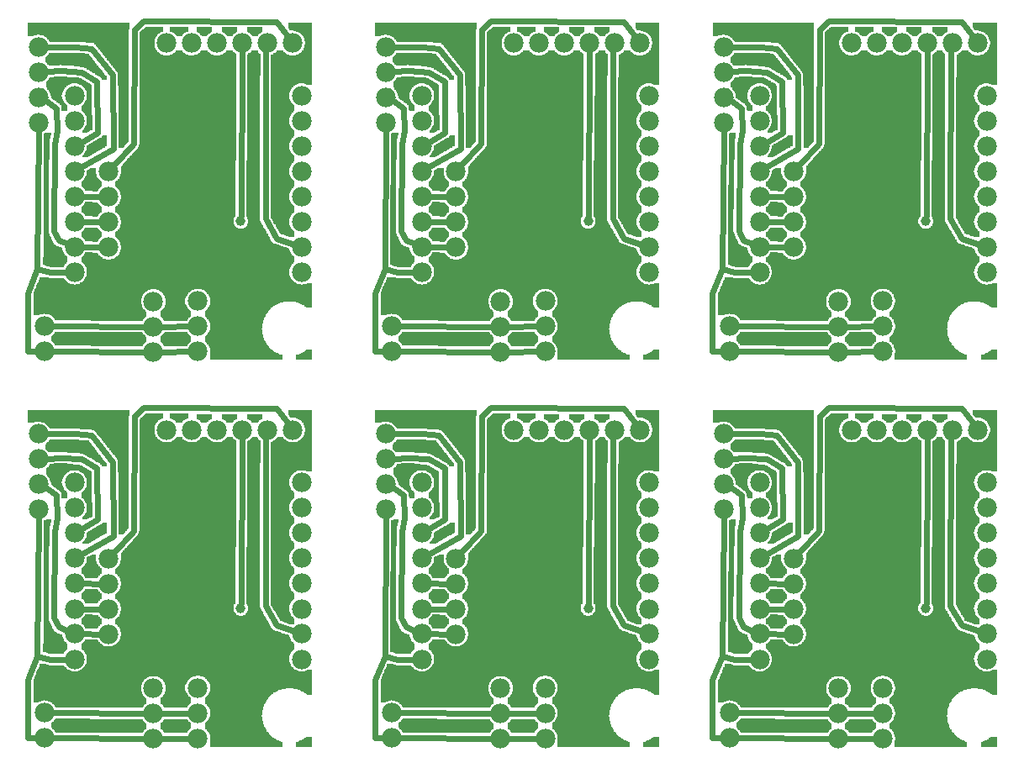
<source format=gtl>
%MOIN*%
%OFA0B0*%
%FSLAX23Y23*%
%IPPOS*%
%LPD*%
%ADD10C,0.075*%
%ADD11C,0.078*%
%ADD12C,0.077778*%
%ADD13C,0.03937*%
%ADD14C,0.024000000000000004*%
%ADD25C,0.075*%
%ADD26C,0.078*%
%ADD27C,0.077778*%
%ADD28C,0.03937*%
%ADD29C,0.024000000000000004*%
%ADD30C,0.075*%
%ADD31C,0.078*%
%ADD32C,0.077778*%
%ADD33C,0.03937*%
%ADD34C,0.024000000000000004*%
%ADD35C,0.075*%
%ADD36C,0.078*%
%ADD37C,0.077778*%
%ADD38C,0.03937*%
%ADD39C,0.024000000000000004*%
%ADD40C,0.075*%
%ADD41C,0.078*%
%ADD42C,0.077778*%
%ADD43C,0.03937*%
%ADD44C,0.024000000000000004*%
%ADD45C,0.075*%
%ADD46C,0.078*%
%ADD47C,0.077778*%
%ADD48C,0.03937*%
%ADD49C,0.024000000000000004*%
G90*
G54D10*
X00000Y02519D02*
X00371Y03818D03*
X01071Y03712D03*
X00560Y03686D03*
G54D11*
X01094Y03817D03*
X00994Y03817D03*
X00894Y03817D03*
X00793Y03817D03*
X00694Y03817D03*
X00594Y03817D03*
X00086Y03501D03*
X00086Y03600D03*
X00086Y03701D03*
X00086Y03801D03*
X00109Y02594D03*
X00109Y02694D03*
G54D12*
X01129Y03608D03*
X01129Y03508D03*
X01129Y03408D03*
X01129Y03308D03*
X01129Y03208D03*
X01129Y03108D03*
X01129Y03008D03*
X01129Y02908D03*
X00229Y02908D03*
X00229Y03008D03*
X00229Y03108D03*
X00229Y03208D03*
X00229Y03308D03*
X00229Y03408D03*
X00229Y03508D03*
X00229Y03608D03*
X01129Y03608D03*
X01129Y03508D03*
X01129Y03408D03*
X01129Y03308D03*
X01129Y03208D03*
X01129Y03108D03*
X01129Y03008D03*
X01129Y02908D03*
X00229Y02908D03*
X00229Y03008D03*
X00229Y03108D03*
X00229Y03208D03*
X00229Y03308D03*
X00229Y03408D03*
X00229Y03508D03*
X00229Y03608D03*
G54D11*
X00541Y02592D03*
X00541Y02692D03*
X00541Y02792D03*
X00716Y02593D03*
X00716Y02693D03*
X00716Y02793D03*
X00364Y03007D03*
X00364Y03107D03*
X00364Y03207D03*
X00364Y03307D03*
G54D13*
X00888Y03109D03*
G54D14*
X00296Y03794D02*
X00234Y03801D01*
D02*
X00234Y03801D02*
X00116Y03801D01*
D02*
X00380Y03689D02*
X00296Y03794D01*
D02*
X00382Y03397D02*
X00380Y03689D01*
D02*
X00254Y03323D02*
X00382Y03397D01*
D02*
X00254Y03422D02*
X00321Y03461D01*
D02*
X00321Y03461D02*
X00318Y03664D01*
D02*
X00318Y03664D02*
X00256Y03701D01*
D02*
X00175Y03707D02*
X00116Y03703D01*
D02*
X00256Y03701D02*
X00175Y03707D01*
D02*
X00258Y03208D02*
X00333Y03207D01*
D02*
X00258Y03108D02*
X00333Y03107D01*
D02*
X00466Y03871D02*
X00464Y03416D01*
D02*
X01030Y03902D02*
X00504Y03904D01*
D02*
X00504Y03904D02*
X00466Y03871D01*
D02*
X00464Y03416D02*
X00384Y03329D01*
D02*
X01076Y03841D02*
X01030Y03902D01*
D02*
X00511Y02692D02*
X00140Y02694D01*
D02*
X00688Y02693D02*
X00572Y02692D01*
D02*
X00511Y02592D02*
X00140Y02594D01*
D02*
X00688Y02593D02*
X00572Y02592D01*
D02*
X00042Y02594D02*
X00080Y02594D01*
D02*
X00042Y02825D02*
X00042Y02594D01*
D02*
X00081Y02920D02*
X00042Y02825D01*
D02*
X00200Y02907D02*
X00132Y02906D01*
D02*
X00132Y02906D02*
X00081Y02920D01*
D02*
X00081Y02920D02*
X00086Y03471D01*
D02*
X00147Y03072D02*
X00165Y03034D01*
D02*
X00165Y03034D02*
X00202Y03019D01*
D02*
X00151Y03413D02*
X00147Y03072D01*
D02*
X00089Y03606D02*
X00156Y03558D01*
D02*
X00159Y03470D02*
X00151Y03413D01*
D02*
X00156Y03558D02*
X00159Y03470D01*
D02*
X00101Y03627D02*
X00089Y03606D01*
D02*
X01030Y03042D02*
X01101Y03018D01*
D02*
X00985Y03120D02*
X01030Y03042D01*
D02*
X00987Y03806D02*
X00985Y03120D01*
D02*
X00975Y03793D02*
X00987Y03806D01*
D02*
X00894Y03786D02*
X00889Y03129D01*
D02*
X00258Y03008D02*
X00333Y03007D01*
G36*
X00044Y03896D02*
X00044Y03850D01*
X00091Y03850D01*
X00091Y03848D01*
X00098Y03848D01*
X00098Y03846D01*
X00105Y03846D01*
X00105Y03844D01*
X00109Y03844D01*
X00109Y03842D01*
X00113Y03842D01*
X00113Y03840D01*
X00115Y03840D01*
X00115Y03838D01*
X00117Y03838D01*
X00117Y03836D01*
X00120Y03836D01*
X00120Y03832D01*
X00123Y03832D01*
X00123Y03830D01*
X00125Y03830D01*
X00125Y03828D01*
X00127Y03828D01*
X00127Y03824D01*
X00129Y03824D01*
X00129Y03822D01*
X00249Y03822D01*
X00249Y03820D01*
X00273Y03820D01*
X00273Y03818D01*
X00297Y03818D01*
X00297Y03816D01*
X00305Y03816D01*
X00305Y03814D01*
X00307Y03814D01*
X00307Y03812D01*
X00311Y03812D01*
X00311Y03810D01*
X00313Y03810D01*
X00313Y03806D01*
X00314Y03806D01*
X00314Y03804D01*
X00317Y03804D01*
X00317Y03802D01*
X00318Y03802D01*
X00318Y03800D01*
X00321Y03800D01*
X00321Y03796D01*
X00323Y03796D01*
X00323Y03794D01*
X00324Y03794D01*
X00324Y03792D01*
X00327Y03792D01*
X00327Y03790D01*
X00329Y03790D01*
X00329Y03786D01*
X00330Y03786D01*
X00330Y03784D01*
X00333Y03784D01*
X00333Y03782D01*
X00335Y03782D01*
X00335Y03780D01*
X00336Y03780D01*
X00336Y03776D01*
X00339Y03776D01*
X00339Y03774D01*
X00341Y03774D01*
X00341Y03772D01*
X00343Y03772D01*
X00343Y03768D01*
X00344Y03768D01*
X00344Y03766D01*
X00347Y03766D01*
X00347Y03764D01*
X00349Y03764D01*
X00349Y03762D01*
X00350Y03762D01*
X00350Y03758D01*
X00353Y03758D01*
X00353Y03756D01*
X00355Y03756D01*
X00355Y03754D01*
X00356Y03754D01*
X00356Y03752D01*
X00358Y03752D01*
X00358Y03748D01*
X00361Y03748D01*
X00361Y03746D01*
X00362Y03746D01*
X00362Y03744D01*
X00365Y03744D01*
X00365Y03742D01*
X00367Y03742D01*
X00367Y03738D01*
X00368Y03738D01*
X00368Y03736D01*
X00371Y03736D01*
X00371Y03734D01*
X00373Y03734D01*
X00373Y03730D01*
X00374Y03730D01*
X00374Y03728D01*
X00377Y03728D01*
X00377Y03726D01*
X00379Y03726D01*
X00379Y03724D01*
X00381Y03724D01*
X00381Y03720D01*
X00383Y03720D01*
X00383Y03718D01*
X00385Y03718D01*
X00385Y03716D01*
X00387Y03716D01*
X00387Y03714D01*
X00389Y03714D01*
X00389Y03710D01*
X00391Y03710D01*
X00391Y03708D01*
X00393Y03708D01*
X00393Y03706D01*
X00394Y03706D01*
X00394Y03704D01*
X00396Y03704D01*
X00396Y03700D01*
X00399Y03700D01*
X00399Y03696D01*
X00401Y03696D01*
X00401Y03648D01*
X00403Y03648D01*
X00403Y03402D01*
X00423Y03402D01*
X00423Y03404D01*
X00425Y03404D01*
X00425Y03406D01*
X00427Y03406D01*
X00427Y03410D01*
X00429Y03410D01*
X00429Y03412D01*
X00431Y03412D01*
X00431Y03414D01*
X00433Y03414D01*
X00433Y03416D01*
X00435Y03416D01*
X00435Y03418D01*
X00437Y03418D01*
X00437Y03420D01*
X00438Y03420D01*
X00438Y03422D01*
X00440Y03422D01*
X00440Y03424D01*
X00443Y03424D01*
X00443Y03872D01*
X00445Y03872D01*
X00445Y03896D01*
X00044Y03896D01*
G37*
D02*
G36*
X00044Y03850D02*
X00044Y03844D01*
X00065Y03844D01*
X00065Y03846D01*
X00071Y03846D01*
X00071Y03848D01*
X00081Y03848D01*
X00081Y03850D01*
X00044Y03850D01*
G37*
D02*
G36*
X00607Y03882D02*
X00607Y03862D01*
X00613Y03862D01*
X00613Y03860D01*
X00617Y03860D01*
X00617Y03858D01*
X00621Y03858D01*
X00621Y03856D01*
X00623Y03856D01*
X00623Y03854D01*
X00625Y03854D01*
X00625Y03852D01*
X00629Y03852D01*
X00629Y03848D01*
X00631Y03848D01*
X00631Y03846D01*
X00633Y03846D01*
X00633Y03844D01*
X00655Y03844D01*
X00655Y03848D01*
X00657Y03848D01*
X00657Y03850D01*
X00658Y03850D01*
X00658Y03852D01*
X00661Y03852D01*
X00661Y03854D01*
X00664Y03854D01*
X00664Y03856D01*
X00666Y03856D01*
X00666Y03858D01*
X00670Y03858D01*
X00670Y03860D01*
X00673Y03860D01*
X00673Y03862D01*
X00681Y03862D01*
X00681Y03882D01*
X00607Y03882D01*
G37*
D02*
G36*
X00713Y03880D02*
X00713Y03860D01*
X00716Y03860D01*
X00716Y03858D01*
X00721Y03858D01*
X00721Y03856D01*
X00722Y03856D01*
X00722Y03854D01*
X00725Y03854D01*
X00725Y03852D01*
X00728Y03852D01*
X00728Y03848D01*
X00731Y03848D01*
X00731Y03846D01*
X00733Y03846D01*
X00733Y03844D01*
X00754Y03844D01*
X00754Y03848D01*
X00756Y03848D01*
X00756Y03850D01*
X00759Y03850D01*
X00759Y03852D01*
X00761Y03852D01*
X00761Y03854D01*
X00765Y03854D01*
X00765Y03856D01*
X00767Y03856D01*
X00767Y03858D01*
X00771Y03858D01*
X00771Y03860D01*
X00773Y03860D01*
X00773Y03880D01*
X00713Y03880D01*
G37*
D02*
G36*
X00813Y03880D02*
X00813Y03860D01*
X00816Y03860D01*
X00816Y03858D01*
X00821Y03858D01*
X00821Y03856D01*
X00822Y03856D01*
X00822Y03854D01*
X00825Y03854D01*
X00825Y03852D01*
X00829Y03852D01*
X00829Y03848D01*
X00831Y03848D01*
X00831Y03846D01*
X00833Y03846D01*
X00833Y03844D01*
X00855Y03844D01*
X00855Y03848D01*
X00857Y03848D01*
X00857Y03850D01*
X00859Y03850D01*
X00859Y03852D01*
X00861Y03852D01*
X00861Y03854D01*
X00865Y03854D01*
X00865Y03856D01*
X00867Y03856D01*
X00867Y03858D01*
X00871Y03858D01*
X00871Y03860D01*
X00873Y03860D01*
X00873Y03880D01*
X00813Y03880D01*
G37*
D02*
G36*
X00912Y03880D02*
X00912Y03860D01*
X00916Y03860D01*
X00916Y03858D01*
X00921Y03858D01*
X00921Y03856D01*
X00923Y03856D01*
X00923Y03854D01*
X00925Y03854D01*
X00925Y03852D01*
X00929Y03852D01*
X00929Y03848D01*
X00931Y03848D01*
X00931Y03846D01*
X00933Y03846D01*
X00933Y03844D01*
X00955Y03844D01*
X00955Y03848D01*
X00957Y03848D01*
X00957Y03850D01*
X00959Y03850D01*
X00959Y03852D01*
X00961Y03852D01*
X00961Y03854D01*
X00965Y03854D01*
X00965Y03856D01*
X00967Y03856D01*
X00967Y03858D01*
X00971Y03858D01*
X00971Y03860D01*
X00973Y03860D01*
X00973Y03880D01*
X00912Y03880D01*
G37*
D02*
G36*
X01075Y03896D02*
X01075Y03876D01*
X01077Y03876D01*
X01077Y03874D01*
X01079Y03874D01*
X01079Y03872D01*
X01081Y03872D01*
X01081Y03868D01*
X01083Y03868D01*
X01083Y03866D01*
X01097Y03866D01*
X01097Y03864D01*
X01107Y03864D01*
X01107Y03862D01*
X01113Y03862D01*
X01113Y03860D01*
X01117Y03860D01*
X01117Y03858D01*
X01121Y03858D01*
X01121Y03856D01*
X01123Y03856D01*
X01123Y03854D01*
X01125Y03854D01*
X01125Y03852D01*
X01129Y03852D01*
X01129Y03848D01*
X01131Y03848D01*
X01131Y03846D01*
X01133Y03846D01*
X01133Y03844D01*
X01135Y03844D01*
X01135Y03840D01*
X01137Y03840D01*
X01137Y03836D01*
X01139Y03836D01*
X01139Y03832D01*
X01141Y03832D01*
X01141Y03824D01*
X01143Y03824D01*
X01143Y03810D01*
X01141Y03810D01*
X01141Y03802D01*
X01139Y03802D01*
X01139Y03796D01*
X01137Y03796D01*
X01137Y03792D01*
X01135Y03792D01*
X01135Y03788D01*
X01133Y03788D01*
X01133Y03786D01*
X01131Y03786D01*
X01131Y03784D01*
X01129Y03784D01*
X01129Y03782D01*
X01127Y03782D01*
X01127Y03780D01*
X01125Y03780D01*
X01125Y03778D01*
X01123Y03778D01*
X01123Y03776D01*
X01119Y03776D01*
X01119Y03774D01*
X01117Y03774D01*
X01117Y03772D01*
X01113Y03772D01*
X01113Y03770D01*
X01105Y03770D01*
X01105Y03768D01*
X01169Y03768D01*
X01169Y03896D01*
X01075Y03896D01*
G37*
D02*
G36*
X01033Y03788D02*
X01033Y03786D01*
X01031Y03786D01*
X01031Y03784D01*
X01029Y03784D01*
X01029Y03782D01*
X01027Y03782D01*
X01027Y03780D01*
X01025Y03780D01*
X01025Y03778D01*
X01022Y03778D01*
X01022Y03776D01*
X01018Y03776D01*
X01018Y03774D01*
X01016Y03774D01*
X01016Y03772D01*
X01012Y03772D01*
X01012Y03770D01*
X01008Y03770D01*
X01008Y03768D01*
X01081Y03768D01*
X01081Y03770D01*
X01075Y03770D01*
X01075Y03772D01*
X01071Y03772D01*
X01071Y03774D01*
X01067Y03774D01*
X01067Y03776D01*
X01065Y03776D01*
X01065Y03778D01*
X01063Y03778D01*
X01063Y03780D01*
X01059Y03780D01*
X01059Y03782D01*
X01057Y03782D01*
X01057Y03786D01*
X01055Y03786D01*
X01055Y03788D01*
X01033Y03788D01*
G37*
D02*
G36*
X01008Y03768D02*
X01008Y03766D01*
X01169Y03766D01*
X01169Y03768D01*
X01008Y03768D01*
G37*
D02*
G36*
X01008Y03768D02*
X01008Y03766D01*
X01169Y03766D01*
X01169Y03768D01*
X01008Y03768D01*
G37*
D02*
G36*
X01008Y03766D02*
X01008Y03682D01*
X01006Y03682D01*
X01006Y03656D01*
X01139Y03656D01*
X01139Y03654D01*
X01147Y03654D01*
X01147Y03652D01*
X01169Y03652D01*
X01169Y03766D01*
X01008Y03766D01*
G37*
D02*
G36*
X01006Y03656D02*
X01006Y03121D01*
X01008Y03121D01*
X01008Y03120D01*
X01010Y03120D01*
X01010Y03116D01*
X01012Y03116D01*
X01012Y03112D01*
X01014Y03112D01*
X01014Y03109D01*
X01016Y03109D01*
X01016Y03106D01*
X01018Y03106D01*
X01018Y03102D01*
X01020Y03102D01*
X01020Y03097D01*
X01022Y03097D01*
X01022Y03096D01*
X01025Y03096D01*
X01025Y03092D01*
X01027Y03092D01*
X01027Y03088D01*
X01029Y03088D01*
X01029Y03084D01*
X01031Y03084D01*
X01031Y03082D01*
X01033Y03082D01*
X01033Y03078D01*
X01035Y03078D01*
X01035Y03073D01*
X01037Y03073D01*
X01037Y03072D01*
X01039Y03072D01*
X01039Y03068D01*
X01041Y03068D01*
X01041Y03064D01*
X01043Y03064D01*
X01043Y03060D01*
X01047Y03060D01*
X01047Y03058D01*
X01053Y03058D01*
X01053Y03056D01*
X01059Y03056D01*
X01059Y03054D01*
X01065Y03054D01*
X01065Y03052D01*
X01071Y03052D01*
X01071Y03049D01*
X01077Y03049D01*
X01077Y03048D01*
X01101Y03048D01*
X01101Y03068D01*
X01099Y03068D01*
X01099Y03070D01*
X01097Y03070D01*
X01097Y03072D01*
X01095Y03072D01*
X01095Y03073D01*
X01093Y03073D01*
X01093Y03076D01*
X01091Y03076D01*
X01091Y03078D01*
X01089Y03078D01*
X01089Y03080D01*
X01087Y03080D01*
X01087Y03084D01*
X01085Y03084D01*
X01085Y03088D01*
X01083Y03088D01*
X01083Y03094D01*
X01081Y03094D01*
X01081Y03104D01*
X01079Y03104D01*
X01079Y03112D01*
X01081Y03112D01*
X01081Y03121D01*
X01083Y03121D01*
X01083Y03128D01*
X01085Y03128D01*
X01085Y03132D01*
X01087Y03132D01*
X01087Y03133D01*
X01089Y03133D01*
X01089Y03138D01*
X01091Y03138D01*
X01091Y03140D01*
X01093Y03140D01*
X01093Y03142D01*
X01095Y03142D01*
X01095Y03144D01*
X01097Y03144D01*
X01097Y03145D01*
X01099Y03145D01*
X01099Y03148D01*
X01101Y03148D01*
X01101Y03168D01*
X01099Y03168D01*
X01099Y03170D01*
X01097Y03170D01*
X01097Y03172D01*
X01095Y03172D01*
X01095Y03174D01*
X01093Y03174D01*
X01093Y03176D01*
X01091Y03176D01*
X01091Y03178D01*
X01089Y03178D01*
X01089Y03180D01*
X01087Y03180D01*
X01087Y03184D01*
X01085Y03184D01*
X01085Y03188D01*
X01083Y03188D01*
X01083Y03194D01*
X01081Y03194D01*
X01081Y03204D01*
X01079Y03204D01*
X01079Y03212D01*
X01081Y03212D01*
X01081Y03222D01*
X01083Y03222D01*
X01083Y03228D01*
X01085Y03228D01*
X01085Y03232D01*
X01087Y03232D01*
X01087Y03234D01*
X01089Y03234D01*
X01089Y03238D01*
X01091Y03238D01*
X01091Y03240D01*
X01093Y03240D01*
X01093Y03242D01*
X01095Y03242D01*
X01095Y03244D01*
X01097Y03244D01*
X01097Y03246D01*
X01099Y03246D01*
X01099Y03248D01*
X01101Y03248D01*
X01101Y03267D01*
X01099Y03267D01*
X01099Y03270D01*
X01097Y03270D01*
X01097Y03272D01*
X01095Y03272D01*
X01095Y03274D01*
X01093Y03274D01*
X01093Y03276D01*
X01091Y03276D01*
X01091Y03278D01*
X01089Y03278D01*
X01089Y03279D01*
X01087Y03279D01*
X01087Y03284D01*
X01085Y03284D01*
X01085Y03288D01*
X01083Y03288D01*
X01083Y03294D01*
X01081Y03294D01*
X01081Y03304D01*
X01079Y03304D01*
X01079Y03312D01*
X01081Y03312D01*
X01081Y03322D01*
X01083Y03322D01*
X01083Y03328D01*
X01085Y03328D01*
X01085Y03332D01*
X01087Y03332D01*
X01087Y03334D01*
X01089Y03334D01*
X01089Y03338D01*
X01091Y03338D01*
X01091Y03340D01*
X01093Y03340D01*
X01093Y03342D01*
X01095Y03342D01*
X01095Y03344D01*
X01097Y03344D01*
X01097Y03346D01*
X01099Y03346D01*
X01099Y03348D01*
X01101Y03348D01*
X01101Y03368D01*
X01099Y03368D01*
X01099Y03370D01*
X01097Y03370D01*
X01097Y03372D01*
X01095Y03372D01*
X01095Y03374D01*
X01093Y03374D01*
X01093Y03376D01*
X01091Y03376D01*
X01091Y03378D01*
X01089Y03378D01*
X01089Y03380D01*
X01087Y03380D01*
X01087Y03384D01*
X01085Y03384D01*
X01085Y03388D01*
X01083Y03388D01*
X01083Y03394D01*
X01081Y03394D01*
X01081Y03404D01*
X01079Y03404D01*
X01079Y03412D01*
X01081Y03412D01*
X01081Y03422D01*
X01083Y03422D01*
X01083Y03428D01*
X01085Y03428D01*
X01085Y03432D01*
X01087Y03432D01*
X01087Y03434D01*
X01089Y03434D01*
X01089Y03438D01*
X01091Y03438D01*
X01091Y03440D01*
X01093Y03440D01*
X01093Y03442D01*
X01095Y03442D01*
X01095Y03444D01*
X01097Y03444D01*
X01097Y03446D01*
X01099Y03446D01*
X01099Y03448D01*
X01101Y03448D01*
X01101Y03468D01*
X01099Y03468D01*
X01099Y03470D01*
X01097Y03470D01*
X01097Y03472D01*
X01095Y03472D01*
X01095Y03474D01*
X01093Y03474D01*
X01093Y03476D01*
X01091Y03476D01*
X01091Y03478D01*
X01089Y03478D01*
X01089Y03480D01*
X01087Y03480D01*
X01087Y03484D01*
X01085Y03484D01*
X01085Y03488D01*
X01083Y03488D01*
X01083Y03494D01*
X01081Y03494D01*
X01081Y03504D01*
X01079Y03504D01*
X01079Y03512D01*
X01081Y03512D01*
X01081Y03522D01*
X01083Y03522D01*
X01083Y03528D01*
X01085Y03528D01*
X01085Y03532D01*
X01087Y03532D01*
X01087Y03534D01*
X01089Y03534D01*
X01089Y03538D01*
X01091Y03538D01*
X01091Y03540D01*
X01093Y03540D01*
X01093Y03542D01*
X01095Y03542D01*
X01095Y03544D01*
X01097Y03544D01*
X01097Y03546D01*
X01099Y03546D01*
X01099Y03548D01*
X01101Y03548D01*
X01101Y03568D01*
X01099Y03568D01*
X01099Y03570D01*
X01097Y03570D01*
X01097Y03572D01*
X01095Y03572D01*
X01095Y03574D01*
X01093Y03574D01*
X01093Y03576D01*
X01091Y03576D01*
X01091Y03578D01*
X01089Y03578D01*
X01089Y03580D01*
X01087Y03580D01*
X01087Y03584D01*
X01085Y03584D01*
X01085Y03588D01*
X01083Y03588D01*
X01083Y03594D01*
X01081Y03594D01*
X01081Y03604D01*
X01079Y03604D01*
X01079Y03612D01*
X01081Y03612D01*
X01081Y03622D01*
X01083Y03622D01*
X01083Y03628D01*
X01085Y03628D01*
X01085Y03632D01*
X01087Y03632D01*
X01087Y03634D01*
X01089Y03634D01*
X01089Y03638D01*
X01091Y03638D01*
X01091Y03640D01*
X01093Y03640D01*
X01093Y03642D01*
X01095Y03642D01*
X01095Y03644D01*
X01097Y03644D01*
X01097Y03646D01*
X01099Y03646D01*
X01099Y03648D01*
X01103Y03648D01*
X01103Y03650D01*
X01107Y03650D01*
X01107Y03652D01*
X01111Y03652D01*
X01111Y03654D01*
X01117Y03654D01*
X01117Y03656D01*
X01006Y03656D01*
G37*
D02*
G36*
X00129Y03778D02*
X00129Y03776D01*
X00127Y03776D01*
X00127Y03772D01*
X00125Y03772D01*
X00125Y03770D01*
X00123Y03770D01*
X00123Y03768D01*
X00120Y03768D01*
X00120Y03766D01*
X00119Y03766D01*
X00119Y03764D01*
X00117Y03764D01*
X00117Y03762D01*
X00115Y03762D01*
X00115Y03760D01*
X00113Y03760D01*
X00113Y03740D01*
X00115Y03740D01*
X00115Y03738D01*
X00117Y03738D01*
X00117Y03736D01*
X00120Y03736D01*
X00120Y03732D01*
X00123Y03732D01*
X00123Y03730D01*
X00176Y03730D01*
X00176Y03728D01*
X00201Y03728D01*
X00201Y03726D01*
X00225Y03726D01*
X00225Y03724D01*
X00249Y03724D01*
X00249Y03722D01*
X00263Y03722D01*
X00263Y03720D01*
X00267Y03720D01*
X00267Y03718D01*
X00271Y03718D01*
X00271Y03716D01*
X00275Y03716D01*
X00275Y03714D01*
X00277Y03714D01*
X00277Y03712D01*
X00281Y03712D01*
X00281Y03710D01*
X00285Y03710D01*
X00285Y03708D01*
X00287Y03708D01*
X00287Y03706D01*
X00291Y03706D01*
X00291Y03704D01*
X00295Y03704D01*
X00295Y03702D01*
X00299Y03702D01*
X00299Y03700D01*
X00301Y03700D01*
X00301Y03698D01*
X00305Y03698D01*
X00305Y03696D01*
X00309Y03696D01*
X00309Y03694D01*
X00311Y03694D01*
X00311Y03692D01*
X00314Y03692D01*
X00314Y03690D01*
X00318Y03690D01*
X00318Y03688D01*
X00323Y03688D01*
X00323Y03686D01*
X00324Y03686D01*
X00324Y03684D01*
X00329Y03684D01*
X00329Y03682D01*
X00330Y03682D01*
X00330Y03680D01*
X00333Y03680D01*
X00333Y03678D01*
X00335Y03678D01*
X00335Y03676D01*
X00336Y03676D01*
X00336Y03672D01*
X00356Y03672D01*
X00356Y03682D01*
X00355Y03682D01*
X00355Y03686D01*
X00353Y03686D01*
X00353Y03688D01*
X00350Y03688D01*
X00350Y03690D01*
X00349Y03690D01*
X00349Y03692D01*
X00347Y03692D01*
X00347Y03696D01*
X00344Y03696D01*
X00344Y03698D01*
X00343Y03698D01*
X00343Y03700D01*
X00341Y03700D01*
X00341Y03704D01*
X00339Y03704D01*
X00339Y03706D01*
X00336Y03706D01*
X00336Y03708D01*
X00335Y03708D01*
X00335Y03710D01*
X00333Y03710D01*
X00333Y03714D01*
X00330Y03714D01*
X00330Y03716D01*
X00329Y03716D01*
X00329Y03718D01*
X00327Y03718D01*
X00327Y03720D01*
X00324Y03720D01*
X00324Y03724D01*
X00323Y03724D01*
X00323Y03726D01*
X00321Y03726D01*
X00321Y03728D01*
X00318Y03728D01*
X00318Y03730D01*
X00317Y03730D01*
X00317Y03734D01*
X00314Y03734D01*
X00314Y03736D01*
X00313Y03736D01*
X00313Y03738D01*
X00311Y03738D01*
X00311Y03740D01*
X00309Y03740D01*
X00309Y03744D01*
X00307Y03744D01*
X00307Y03746D01*
X00305Y03746D01*
X00305Y03748D01*
X00303Y03748D01*
X00303Y03752D01*
X00301Y03752D01*
X00301Y03754D01*
X00299Y03754D01*
X00299Y03756D01*
X00297Y03756D01*
X00297Y03758D01*
X00295Y03758D01*
X00295Y03762D01*
X00293Y03762D01*
X00293Y03764D01*
X00291Y03764D01*
X00291Y03766D01*
X00289Y03766D01*
X00289Y03768D01*
X00287Y03768D01*
X00287Y03772D01*
X00285Y03772D01*
X00285Y03774D01*
X00271Y03774D01*
X00271Y03776D01*
X00247Y03776D01*
X00247Y03778D01*
X00129Y03778D01*
G37*
D02*
G36*
X00125Y03730D02*
X00125Y03728D01*
X00171Y03728D01*
X00171Y03730D01*
X00125Y03730D01*
G37*
D02*
G36*
X00147Y03684D02*
X00147Y03682D01*
X00131Y03682D01*
X00131Y03680D01*
X00129Y03680D01*
X00129Y03676D01*
X00127Y03676D01*
X00127Y03672D01*
X00125Y03672D01*
X00125Y03670D01*
X00123Y03670D01*
X00123Y03668D01*
X00120Y03668D01*
X00120Y03666D01*
X00119Y03666D01*
X00119Y03664D01*
X00117Y03664D01*
X00117Y03662D01*
X00115Y03662D01*
X00115Y03656D01*
X00239Y03656D01*
X00239Y03654D01*
X00247Y03654D01*
X00247Y03652D01*
X00251Y03652D01*
X00251Y03650D01*
X00255Y03650D01*
X00255Y03648D01*
X00257Y03648D01*
X00257Y03646D01*
X00259Y03646D01*
X00259Y03644D01*
X00263Y03644D01*
X00263Y03642D01*
X00265Y03642D01*
X00265Y03638D01*
X00267Y03638D01*
X00267Y03636D01*
X00269Y03636D01*
X00269Y03634D01*
X00271Y03634D01*
X00271Y03630D01*
X00273Y03630D01*
X00273Y03626D01*
X00275Y03626D01*
X00275Y03618D01*
X00277Y03618D01*
X00277Y03596D01*
X00275Y03596D01*
X00275Y03590D01*
X00273Y03590D01*
X00273Y03586D01*
X00271Y03586D01*
X00271Y03582D01*
X00269Y03582D01*
X00269Y03580D01*
X00267Y03580D01*
X00267Y03576D01*
X00265Y03576D01*
X00265Y03574D01*
X00263Y03574D01*
X00263Y03572D01*
X00261Y03572D01*
X00261Y03570D01*
X00259Y03570D01*
X00259Y03568D01*
X00255Y03568D01*
X00255Y03548D01*
X00257Y03548D01*
X00257Y03546D01*
X00259Y03546D01*
X00259Y03544D01*
X00263Y03544D01*
X00263Y03542D01*
X00265Y03542D01*
X00265Y03538D01*
X00267Y03538D01*
X00267Y03536D01*
X00269Y03536D01*
X00269Y03534D01*
X00271Y03534D01*
X00271Y03530D01*
X00273Y03530D01*
X00273Y03526D01*
X00275Y03526D01*
X00275Y03518D01*
X00277Y03518D01*
X00277Y03496D01*
X00275Y03496D01*
X00275Y03490D01*
X00273Y03490D01*
X00273Y03486D01*
X00271Y03486D01*
X00271Y03482D01*
X00269Y03482D01*
X00269Y03480D01*
X00267Y03480D01*
X00267Y03476D01*
X00265Y03476D01*
X00265Y03474D01*
X00263Y03474D01*
X00263Y03472D01*
X00261Y03472D01*
X00261Y03462D01*
X00281Y03462D01*
X00281Y03464D01*
X00285Y03464D01*
X00285Y03466D01*
X00287Y03466D01*
X00287Y03468D01*
X00291Y03468D01*
X00291Y03470D01*
X00295Y03470D01*
X00295Y03472D01*
X00299Y03472D01*
X00299Y03530D01*
X00297Y03530D01*
X00297Y03648D01*
X00295Y03648D01*
X00295Y03652D01*
X00293Y03652D01*
X00293Y03654D01*
X00289Y03654D01*
X00289Y03656D01*
X00287Y03656D01*
X00287Y03658D01*
X00283Y03658D01*
X00283Y03660D01*
X00279Y03660D01*
X00279Y03662D01*
X00275Y03662D01*
X00275Y03664D01*
X00273Y03664D01*
X00273Y03666D01*
X00269Y03666D01*
X00269Y03668D01*
X00265Y03668D01*
X00265Y03670D01*
X00263Y03670D01*
X00263Y03672D01*
X00259Y03672D01*
X00259Y03674D01*
X00255Y03674D01*
X00255Y03676D01*
X00251Y03676D01*
X00251Y03678D01*
X00247Y03678D01*
X00247Y03680D01*
X00223Y03680D01*
X00223Y03682D01*
X00199Y03682D01*
X00199Y03684D01*
X00147Y03684D01*
G37*
D02*
G36*
X00115Y03656D02*
X00115Y03642D01*
X00117Y03642D01*
X00117Y03640D01*
X00119Y03640D01*
X00119Y03636D01*
X00120Y03636D01*
X00120Y03632D01*
X00123Y03632D01*
X00123Y03630D01*
X00125Y03630D01*
X00125Y03628D01*
X00127Y03628D01*
X00127Y03624D01*
X00129Y03624D01*
X00129Y03620D01*
X00131Y03620D01*
X00131Y03616D01*
X00133Y03616D01*
X00133Y03608D01*
X00135Y03608D01*
X00135Y03598D01*
X00139Y03598D01*
X00139Y03596D01*
X00141Y03596D01*
X00141Y03594D01*
X00143Y03594D01*
X00143Y03592D01*
X00147Y03592D01*
X00147Y03590D01*
X00149Y03590D01*
X00149Y03588D01*
X00153Y03588D01*
X00153Y03586D01*
X00155Y03586D01*
X00155Y03584D01*
X00157Y03584D01*
X00157Y03582D01*
X00160Y03582D01*
X00160Y03580D01*
X00163Y03580D01*
X00163Y03578D01*
X00165Y03578D01*
X00165Y03576D01*
X00169Y03576D01*
X00169Y03574D01*
X00171Y03574D01*
X00171Y03572D01*
X00173Y03572D01*
X00173Y03570D01*
X00175Y03570D01*
X00175Y03566D01*
X00176Y03566D01*
X00176Y03552D01*
X00178Y03552D01*
X00178Y03546D01*
X00199Y03546D01*
X00199Y03548D01*
X00201Y03548D01*
X00201Y03568D01*
X00199Y03568D01*
X00199Y03570D01*
X00196Y03570D01*
X00196Y03572D01*
X00195Y03572D01*
X00195Y03574D01*
X00193Y03574D01*
X00193Y03576D01*
X00191Y03576D01*
X00191Y03578D01*
X00189Y03578D01*
X00189Y03580D01*
X00187Y03580D01*
X00187Y03584D01*
X00185Y03584D01*
X00185Y03588D01*
X00182Y03588D01*
X00182Y03594D01*
X00181Y03594D01*
X00181Y03604D01*
X00178Y03604D01*
X00178Y03612D01*
X00181Y03612D01*
X00181Y03622D01*
X00182Y03622D01*
X00182Y03628D01*
X00185Y03628D01*
X00185Y03632D01*
X00187Y03632D01*
X00187Y03634D01*
X00189Y03634D01*
X00189Y03638D01*
X00191Y03638D01*
X00191Y03640D01*
X00193Y03640D01*
X00193Y03642D01*
X00195Y03642D01*
X00195Y03644D01*
X00196Y03644D01*
X00196Y03646D01*
X00199Y03646D01*
X00199Y03648D01*
X00203Y03648D01*
X00203Y03650D01*
X00207Y03650D01*
X00207Y03652D01*
X00211Y03652D01*
X00211Y03654D01*
X00217Y03654D01*
X00217Y03656D01*
X00115Y03656D01*
G37*
D02*
G36*
X00115Y03462D02*
X00115Y03460D01*
X00111Y03460D01*
X00111Y03458D01*
X00107Y03458D01*
X00107Y03255D01*
X00105Y03255D01*
X00105Y02968D01*
X00103Y02968D01*
X00103Y02936D01*
X00109Y02936D01*
X00109Y02934D01*
X00117Y02934D01*
X00117Y02932D01*
X00123Y02932D01*
X00123Y02930D01*
X00131Y02930D01*
X00131Y02927D01*
X00185Y02927D01*
X00185Y02932D01*
X00187Y02932D01*
X00187Y02934D01*
X00189Y02934D01*
X00189Y02938D01*
X00191Y02938D01*
X00191Y02939D01*
X00193Y02939D01*
X00193Y02942D01*
X00195Y02942D01*
X00195Y02944D01*
X00196Y02944D01*
X00196Y02946D01*
X00199Y02946D01*
X00199Y02948D01*
X00201Y02948D01*
X00201Y02968D01*
X00199Y02968D01*
X00199Y02970D01*
X00196Y02970D01*
X00196Y02972D01*
X00195Y02972D01*
X00195Y02974D01*
X00193Y02974D01*
X00193Y02975D01*
X00191Y02975D01*
X00191Y02978D01*
X00189Y02978D01*
X00189Y02980D01*
X00187Y02980D01*
X00187Y02984D01*
X00185Y02984D01*
X00185Y02987D01*
X00182Y02987D01*
X00182Y02994D01*
X00181Y02994D01*
X00181Y03004D01*
X00176Y03004D01*
X00176Y03006D01*
X00171Y03006D01*
X00171Y03008D01*
X00166Y03008D01*
X00166Y03010D01*
X00160Y03010D01*
X00160Y03012D01*
X00157Y03012D01*
X00157Y03013D01*
X00153Y03013D01*
X00153Y03016D01*
X00149Y03016D01*
X00149Y03018D01*
X00147Y03018D01*
X00147Y03022D01*
X00145Y03022D01*
X00145Y03025D01*
X00143Y03025D01*
X00143Y03030D01*
X00141Y03030D01*
X00141Y03034D01*
X00139Y03034D01*
X00139Y03037D01*
X00137Y03037D01*
X00137Y03042D01*
X00135Y03042D01*
X00135Y03048D01*
X00133Y03048D01*
X00133Y03052D01*
X00131Y03052D01*
X00131Y03056D01*
X00129Y03056D01*
X00129Y03060D01*
X00127Y03060D01*
X00127Y03066D01*
X00125Y03066D01*
X00125Y03156D01*
X00127Y03156D01*
X00127Y03354D01*
X00129Y03354D01*
X00129Y03424D01*
X00131Y03424D01*
X00131Y03436D01*
X00133Y03436D01*
X00133Y03450D01*
X00135Y03450D01*
X00135Y03462D01*
X00115Y03462D01*
G37*
D02*
G36*
X00339Y03450D02*
X00339Y03446D01*
X00336Y03446D01*
X00336Y03444D01*
X00335Y03444D01*
X00335Y03442D01*
X00330Y03442D01*
X00330Y03440D01*
X00327Y03440D01*
X00327Y03438D01*
X00324Y03438D01*
X00324Y03436D01*
X00321Y03436D01*
X00321Y03434D01*
X00317Y03434D01*
X00317Y03432D01*
X00313Y03432D01*
X00313Y03430D01*
X00311Y03430D01*
X00311Y03428D01*
X00307Y03428D01*
X00307Y03426D01*
X00303Y03426D01*
X00303Y03424D01*
X00299Y03424D01*
X00299Y03422D01*
X00297Y03422D01*
X00297Y03420D01*
X00293Y03420D01*
X00293Y03418D01*
X00289Y03418D01*
X00289Y03416D01*
X00285Y03416D01*
X00285Y03414D01*
X00283Y03414D01*
X00283Y03412D01*
X00279Y03412D01*
X00279Y03410D01*
X00277Y03410D01*
X00277Y03396D01*
X00275Y03396D01*
X00275Y03390D01*
X00273Y03390D01*
X00273Y03386D01*
X00271Y03386D01*
X00271Y03382D01*
X00269Y03382D01*
X00269Y03380D01*
X00267Y03380D01*
X00267Y03376D01*
X00265Y03376D01*
X00265Y03374D01*
X00263Y03374D01*
X00263Y03372D01*
X00261Y03372D01*
X00261Y03364D01*
X00283Y03364D01*
X00283Y03366D01*
X00287Y03366D01*
X00287Y03368D01*
X00291Y03368D01*
X00291Y03370D01*
X00293Y03370D01*
X00293Y03372D01*
X00297Y03372D01*
X00297Y03374D01*
X00301Y03374D01*
X00301Y03376D01*
X00303Y03376D01*
X00303Y03378D01*
X00307Y03378D01*
X00307Y03380D01*
X00311Y03380D01*
X00311Y03382D01*
X00313Y03382D01*
X00313Y03384D01*
X00317Y03384D01*
X00317Y03386D01*
X00321Y03386D01*
X00321Y03388D01*
X00324Y03388D01*
X00324Y03390D01*
X00327Y03390D01*
X00327Y03392D01*
X00330Y03392D01*
X00330Y03394D01*
X00335Y03394D01*
X00335Y03396D01*
X00336Y03396D01*
X00336Y03398D01*
X00341Y03398D01*
X00341Y03400D01*
X00344Y03400D01*
X00344Y03402D01*
X00349Y03402D01*
X00349Y03404D01*
X00350Y03404D01*
X00350Y03406D01*
X00355Y03406D01*
X00355Y03408D01*
X00358Y03408D01*
X00358Y03450D01*
X00339Y03450D01*
G37*
D02*
G36*
X00295Y03322D02*
X00295Y03320D01*
X00291Y03320D01*
X00291Y03318D01*
X00289Y03318D01*
X00289Y03316D01*
X00285Y03316D01*
X00285Y03314D01*
X00281Y03314D01*
X00281Y03312D01*
X00277Y03312D01*
X00277Y03296D01*
X00275Y03296D01*
X00275Y03290D01*
X00273Y03290D01*
X00273Y03286D01*
X00271Y03286D01*
X00271Y03282D01*
X00269Y03282D01*
X00269Y03279D01*
X00267Y03279D01*
X00267Y03276D01*
X00265Y03276D01*
X00265Y03274D01*
X00263Y03274D01*
X00263Y03272D01*
X00261Y03272D01*
X00261Y03270D01*
X00259Y03270D01*
X00259Y03267D01*
X00255Y03267D01*
X00255Y03248D01*
X00257Y03248D01*
X00257Y03246D01*
X00259Y03246D01*
X00259Y03244D01*
X00263Y03244D01*
X00263Y03242D01*
X00265Y03242D01*
X00265Y03238D01*
X00267Y03238D01*
X00267Y03236D01*
X00269Y03236D01*
X00269Y03234D01*
X00271Y03234D01*
X00271Y03230D01*
X00301Y03230D01*
X00301Y03228D01*
X00321Y03228D01*
X00321Y03232D01*
X00323Y03232D01*
X00323Y03234D01*
X00324Y03234D01*
X00324Y03238D01*
X00327Y03238D01*
X00327Y03240D01*
X00329Y03240D01*
X00329Y03242D01*
X00330Y03242D01*
X00330Y03244D01*
X00333Y03244D01*
X00333Y03246D01*
X00336Y03246D01*
X00336Y03266D01*
X00335Y03266D01*
X00335Y03267D01*
X00333Y03267D01*
X00333Y03270D01*
X00330Y03270D01*
X00330Y03272D01*
X00329Y03272D01*
X00329Y03274D01*
X00327Y03274D01*
X00327Y03276D01*
X00324Y03276D01*
X00324Y03278D01*
X00323Y03278D01*
X00323Y03282D01*
X00321Y03282D01*
X00321Y03284D01*
X00318Y03284D01*
X00318Y03290D01*
X00317Y03290D01*
X00317Y03296D01*
X00314Y03296D01*
X00314Y03322D01*
X00295Y03322D01*
G37*
D02*
G36*
X00271Y03186D02*
X00271Y03182D01*
X00269Y03182D01*
X00269Y03180D01*
X00267Y03180D01*
X00267Y03176D01*
X00265Y03176D01*
X00265Y03174D01*
X00263Y03174D01*
X00263Y03172D01*
X00261Y03172D01*
X00261Y03170D01*
X00259Y03170D01*
X00259Y03168D01*
X00255Y03168D01*
X00255Y03148D01*
X00257Y03148D01*
X00257Y03145D01*
X00259Y03145D01*
X00259Y03144D01*
X00263Y03144D01*
X00263Y03142D01*
X00265Y03142D01*
X00265Y03138D01*
X00267Y03138D01*
X00267Y03136D01*
X00269Y03136D01*
X00269Y03133D01*
X00271Y03133D01*
X00271Y03130D01*
X00301Y03130D01*
X00301Y03128D01*
X00321Y03128D01*
X00321Y03132D01*
X00323Y03132D01*
X00323Y03133D01*
X00324Y03133D01*
X00324Y03138D01*
X00327Y03138D01*
X00327Y03140D01*
X00329Y03140D01*
X00329Y03142D01*
X00330Y03142D01*
X00330Y03144D01*
X00333Y03144D01*
X00333Y03145D01*
X00336Y03145D01*
X00336Y03166D01*
X00335Y03166D01*
X00335Y03168D01*
X00333Y03168D01*
X00333Y03170D01*
X00330Y03170D01*
X00330Y03172D01*
X00329Y03172D01*
X00329Y03174D01*
X00327Y03174D01*
X00327Y03176D01*
X00324Y03176D01*
X00324Y03178D01*
X00323Y03178D01*
X00323Y03182D01*
X00321Y03182D01*
X00321Y03184D01*
X00299Y03184D01*
X00299Y03186D01*
X00271Y03186D01*
G37*
D02*
G36*
X00271Y03085D02*
X00271Y03082D01*
X00269Y03082D01*
X00269Y03080D01*
X00267Y03080D01*
X00267Y03076D01*
X00265Y03076D01*
X00265Y03073D01*
X00263Y03073D01*
X00263Y03072D01*
X00261Y03072D01*
X00261Y03070D01*
X00259Y03070D01*
X00259Y03068D01*
X00255Y03068D01*
X00255Y03048D01*
X00257Y03048D01*
X00257Y03046D01*
X00259Y03046D01*
X00259Y03044D01*
X00263Y03044D01*
X00263Y03042D01*
X00265Y03042D01*
X00265Y03037D01*
X00267Y03037D01*
X00267Y03036D01*
X00269Y03036D01*
X00269Y03034D01*
X00271Y03034D01*
X00271Y03030D01*
X00301Y03030D01*
X00301Y03028D01*
X00321Y03028D01*
X00321Y03032D01*
X00323Y03032D01*
X00323Y03034D01*
X00324Y03034D01*
X00324Y03037D01*
X00327Y03037D01*
X00327Y03040D01*
X00329Y03040D01*
X00329Y03042D01*
X00330Y03042D01*
X00330Y03044D01*
X00333Y03044D01*
X00333Y03046D01*
X00336Y03046D01*
X00336Y03066D01*
X00335Y03066D01*
X00335Y03068D01*
X00333Y03068D01*
X00333Y03070D01*
X00330Y03070D01*
X00330Y03072D01*
X00329Y03072D01*
X00329Y03073D01*
X00327Y03073D01*
X00327Y03076D01*
X00324Y03076D01*
X00324Y03078D01*
X00323Y03078D01*
X00323Y03082D01*
X00321Y03082D01*
X00321Y03084D01*
X00299Y03084D01*
X00299Y03085D01*
X00271Y03085D01*
G37*
D02*
G36*
X00511Y03882D02*
X00511Y03880D01*
X00509Y03880D01*
X00509Y03878D01*
X00507Y03878D01*
X00507Y03876D01*
X00505Y03876D01*
X00505Y03874D01*
X00503Y03874D01*
X00503Y03872D01*
X00499Y03872D01*
X00499Y03870D01*
X00497Y03870D01*
X00497Y03868D01*
X00495Y03868D01*
X00495Y03866D01*
X00493Y03866D01*
X00493Y03864D01*
X00491Y03864D01*
X00491Y03862D01*
X00489Y03862D01*
X00489Y03860D01*
X00487Y03860D01*
X00487Y03768D01*
X00581Y03768D01*
X00581Y03770D01*
X00575Y03770D01*
X00575Y03772D01*
X00571Y03772D01*
X00571Y03774D01*
X00567Y03774D01*
X00567Y03776D01*
X00565Y03776D01*
X00565Y03778D01*
X00563Y03778D01*
X00563Y03780D01*
X00559Y03780D01*
X00559Y03782D01*
X00557Y03782D01*
X00557Y03786D01*
X00555Y03786D01*
X00555Y03788D01*
X00553Y03788D01*
X00553Y03790D01*
X00551Y03790D01*
X00551Y03794D01*
X00549Y03794D01*
X00549Y03798D01*
X00547Y03798D01*
X00547Y03806D01*
X00545Y03806D01*
X00545Y03826D01*
X00547Y03826D01*
X00547Y03834D01*
X00549Y03834D01*
X00549Y03838D01*
X00551Y03838D01*
X00551Y03842D01*
X00553Y03842D01*
X00553Y03844D01*
X00555Y03844D01*
X00555Y03848D01*
X00557Y03848D01*
X00557Y03850D01*
X00559Y03850D01*
X00559Y03852D01*
X00561Y03852D01*
X00561Y03854D01*
X00565Y03854D01*
X00565Y03856D01*
X00567Y03856D01*
X00567Y03858D01*
X00571Y03858D01*
X00571Y03860D01*
X00573Y03860D01*
X00573Y03862D01*
X00581Y03862D01*
X00581Y03882D01*
X00511Y03882D01*
G37*
D02*
G36*
X00633Y03788D02*
X00633Y03786D01*
X00631Y03786D01*
X00631Y03784D01*
X00629Y03784D01*
X00629Y03782D01*
X00627Y03782D01*
X00627Y03780D01*
X00625Y03780D01*
X00625Y03778D01*
X00623Y03778D01*
X00623Y03776D01*
X00619Y03776D01*
X00619Y03774D01*
X00617Y03774D01*
X00617Y03772D01*
X00613Y03772D01*
X00613Y03770D01*
X00605Y03770D01*
X00605Y03768D01*
X00681Y03768D01*
X00681Y03770D01*
X00675Y03770D01*
X00675Y03772D01*
X00670Y03772D01*
X00670Y03774D01*
X00666Y03774D01*
X00666Y03776D01*
X00664Y03776D01*
X00664Y03778D01*
X00661Y03778D01*
X00661Y03780D01*
X00658Y03780D01*
X00658Y03782D01*
X00657Y03782D01*
X00657Y03786D01*
X00655Y03786D01*
X00655Y03788D01*
X00633Y03788D01*
G37*
D02*
G36*
X00733Y03788D02*
X00733Y03786D01*
X00731Y03786D01*
X00731Y03784D01*
X00728Y03784D01*
X00728Y03782D01*
X00727Y03782D01*
X00727Y03780D01*
X00725Y03780D01*
X00725Y03778D01*
X00722Y03778D01*
X00722Y03776D01*
X00719Y03776D01*
X00719Y03774D01*
X00716Y03774D01*
X00716Y03772D01*
X00713Y03772D01*
X00713Y03770D01*
X00704Y03770D01*
X00704Y03768D01*
X00781Y03768D01*
X00781Y03770D01*
X00775Y03770D01*
X00775Y03772D01*
X00771Y03772D01*
X00771Y03774D01*
X00767Y03774D01*
X00767Y03776D01*
X00765Y03776D01*
X00765Y03778D01*
X00763Y03778D01*
X00763Y03780D01*
X00759Y03780D01*
X00759Y03782D01*
X00756Y03782D01*
X00756Y03786D01*
X00754Y03786D01*
X00754Y03788D01*
X00733Y03788D01*
G37*
D02*
G36*
X00833Y03788D02*
X00833Y03786D01*
X00831Y03786D01*
X00831Y03784D01*
X00829Y03784D01*
X00829Y03782D01*
X00827Y03782D01*
X00827Y03780D01*
X00825Y03780D01*
X00825Y03778D01*
X00822Y03778D01*
X00822Y03776D01*
X00819Y03776D01*
X00819Y03774D01*
X00816Y03774D01*
X00816Y03772D01*
X00813Y03772D01*
X00813Y03770D01*
X00805Y03770D01*
X00805Y03768D01*
X00871Y03768D01*
X00871Y03774D01*
X00867Y03774D01*
X00867Y03776D01*
X00865Y03776D01*
X00865Y03778D01*
X00863Y03778D01*
X00863Y03780D01*
X00859Y03780D01*
X00859Y03782D01*
X00857Y03782D01*
X00857Y03786D01*
X00855Y03786D01*
X00855Y03788D01*
X00833Y03788D01*
G37*
D02*
G36*
X00933Y03788D02*
X00933Y03786D01*
X00931Y03786D01*
X00931Y03784D01*
X00929Y03784D01*
X00929Y03782D01*
X00927Y03782D01*
X00927Y03780D01*
X00925Y03780D01*
X00925Y03778D01*
X00923Y03778D01*
X00923Y03776D01*
X00918Y03776D01*
X00918Y03774D01*
X00916Y03774D01*
X00916Y03772D01*
X00914Y03772D01*
X00914Y03606D01*
X00912Y03606D01*
X00912Y03352D01*
X00911Y03352D01*
X00911Y03126D01*
X00912Y03126D01*
X00912Y03124D01*
X00914Y03124D01*
X00914Y03118D01*
X00916Y03118D01*
X00916Y03100D01*
X00914Y03100D01*
X00914Y03096D01*
X00912Y03096D01*
X00912Y03092D01*
X00911Y03092D01*
X00911Y03090D01*
X00909Y03090D01*
X00909Y03088D01*
X00907Y03088D01*
X00907Y03085D01*
X00905Y03085D01*
X00905Y03084D01*
X00901Y03084D01*
X00901Y03082D01*
X00897Y03082D01*
X00897Y03080D01*
X00981Y03080D01*
X00981Y03084D01*
X00979Y03084D01*
X00979Y03085D01*
X00977Y03085D01*
X00977Y03090D01*
X00975Y03090D01*
X00975Y03094D01*
X00973Y03094D01*
X00973Y03097D01*
X00971Y03097D01*
X00971Y03100D01*
X00969Y03100D01*
X00969Y03104D01*
X00967Y03104D01*
X00967Y03108D01*
X00965Y03108D01*
X00965Y03112D01*
X00963Y03112D01*
X00963Y03686D01*
X00965Y03686D01*
X00965Y03774D01*
X00961Y03774D01*
X00961Y03776D01*
X00959Y03776D01*
X00959Y03778D01*
X00957Y03778D01*
X00957Y03782D01*
X00955Y03782D01*
X00955Y03786D01*
X00953Y03786D01*
X00953Y03788D01*
X00933Y03788D01*
G37*
D02*
G36*
X00487Y03768D02*
X00487Y03766D01*
X00871Y03766D01*
X00871Y03768D01*
X00487Y03768D01*
G37*
D02*
G36*
X00487Y03768D02*
X00487Y03766D01*
X00871Y03766D01*
X00871Y03768D01*
X00487Y03768D01*
G37*
D02*
G36*
X00487Y03768D02*
X00487Y03766D01*
X00871Y03766D01*
X00871Y03768D01*
X00487Y03768D01*
G37*
D02*
G36*
X00487Y03768D02*
X00487Y03766D01*
X00871Y03766D01*
X00871Y03768D01*
X00487Y03768D01*
G37*
D02*
G36*
X00487Y03766D02*
X00487Y03414D01*
X00484Y03414D01*
X00484Y03406D01*
X00482Y03406D01*
X00482Y03404D01*
X00481Y03404D01*
X00481Y03400D01*
X00479Y03400D01*
X00479Y03398D01*
X00477Y03398D01*
X00477Y03396D01*
X00475Y03396D01*
X00475Y03394D01*
X00473Y03394D01*
X00473Y03392D01*
X00471Y03392D01*
X00471Y03390D01*
X00469Y03390D01*
X00469Y03388D01*
X00467Y03388D01*
X00467Y03386D01*
X00465Y03386D01*
X00465Y03384D01*
X00463Y03384D01*
X00463Y03382D01*
X00461Y03382D01*
X00461Y03378D01*
X00459Y03378D01*
X00459Y03376D01*
X00457Y03376D01*
X00457Y03374D01*
X00455Y03374D01*
X00455Y03372D01*
X00453Y03372D01*
X00453Y03370D01*
X00451Y03370D01*
X00451Y03368D01*
X00449Y03368D01*
X00449Y03366D01*
X00447Y03366D01*
X00447Y03364D01*
X00445Y03364D01*
X00445Y03362D01*
X00443Y03362D01*
X00443Y03360D01*
X00440Y03360D01*
X00440Y03356D01*
X00438Y03356D01*
X00438Y03354D01*
X00437Y03354D01*
X00437Y03352D01*
X00435Y03352D01*
X00435Y03350D01*
X00433Y03350D01*
X00433Y03348D01*
X00431Y03348D01*
X00431Y03346D01*
X00429Y03346D01*
X00429Y03344D01*
X00427Y03344D01*
X00427Y03342D01*
X00425Y03342D01*
X00425Y03340D01*
X00423Y03340D01*
X00423Y03338D01*
X00421Y03338D01*
X00421Y03336D01*
X00419Y03336D01*
X00419Y03332D01*
X00417Y03332D01*
X00417Y03330D01*
X00415Y03330D01*
X00415Y03328D01*
X00413Y03328D01*
X00413Y03298D01*
X00411Y03298D01*
X00411Y03290D01*
X00409Y03290D01*
X00409Y03286D01*
X00406Y03286D01*
X00406Y03282D01*
X00405Y03282D01*
X00405Y03278D01*
X00403Y03278D01*
X00403Y03276D01*
X00401Y03276D01*
X00401Y03274D01*
X00399Y03274D01*
X00399Y03272D01*
X00396Y03272D01*
X00396Y03270D01*
X00394Y03270D01*
X00394Y03267D01*
X00393Y03267D01*
X00393Y03266D01*
X00391Y03266D01*
X00391Y03246D01*
X00393Y03246D01*
X00393Y03244D01*
X00396Y03244D01*
X00396Y03242D01*
X00399Y03242D01*
X00399Y03240D01*
X00401Y03240D01*
X00401Y03236D01*
X00403Y03236D01*
X00403Y03234D01*
X00405Y03234D01*
X00405Y03230D01*
X00406Y03230D01*
X00406Y03228D01*
X00409Y03228D01*
X00409Y03222D01*
X00411Y03222D01*
X00411Y03214D01*
X00413Y03214D01*
X00413Y03198D01*
X00411Y03198D01*
X00411Y03190D01*
X00409Y03190D01*
X00409Y03186D01*
X00406Y03186D01*
X00406Y03182D01*
X00405Y03182D01*
X00405Y03178D01*
X00403Y03178D01*
X00403Y03176D01*
X00401Y03176D01*
X00401Y03174D01*
X00399Y03174D01*
X00399Y03172D01*
X00396Y03172D01*
X00396Y03170D01*
X00394Y03170D01*
X00394Y03168D01*
X00393Y03168D01*
X00393Y03166D01*
X00391Y03166D01*
X00391Y03145D01*
X00393Y03145D01*
X00393Y03144D01*
X00396Y03144D01*
X00396Y03142D01*
X00399Y03142D01*
X00399Y03140D01*
X00401Y03140D01*
X00401Y03136D01*
X00403Y03136D01*
X00403Y03133D01*
X00405Y03133D01*
X00405Y03130D01*
X00406Y03130D01*
X00406Y03128D01*
X00409Y03128D01*
X00409Y03121D01*
X00411Y03121D01*
X00411Y03114D01*
X00413Y03114D01*
X00413Y03097D01*
X00411Y03097D01*
X00411Y03090D01*
X00409Y03090D01*
X00409Y03085D01*
X00406Y03085D01*
X00406Y03082D01*
X00405Y03082D01*
X00405Y03080D01*
X00879Y03080D01*
X00879Y03082D01*
X00875Y03082D01*
X00875Y03084D01*
X00871Y03084D01*
X00871Y03085D01*
X00869Y03085D01*
X00869Y03088D01*
X00867Y03088D01*
X00867Y03090D01*
X00865Y03090D01*
X00865Y03092D01*
X00863Y03092D01*
X00863Y03096D01*
X00861Y03096D01*
X00861Y03100D01*
X00859Y03100D01*
X00859Y03118D01*
X00861Y03118D01*
X00861Y03124D01*
X00863Y03124D01*
X00863Y03126D01*
X00865Y03126D01*
X00865Y03128D01*
X00867Y03128D01*
X00867Y03352D01*
X00869Y03352D01*
X00869Y03608D01*
X00871Y03608D01*
X00871Y03766D01*
X00487Y03766D01*
G37*
D02*
G36*
X00405Y03080D02*
X00405Y03078D01*
X00983Y03078D01*
X00983Y03080D01*
X00405Y03080D01*
G37*
D02*
G36*
X00405Y03080D02*
X00405Y03078D01*
X00983Y03078D01*
X00983Y03080D01*
X00405Y03080D01*
G37*
D02*
G36*
X00403Y03078D02*
X00403Y03076D01*
X00401Y03076D01*
X00401Y03073D01*
X00399Y03073D01*
X00399Y03072D01*
X00396Y03072D01*
X00396Y03070D01*
X00394Y03070D01*
X00394Y03068D01*
X00393Y03068D01*
X00393Y03066D01*
X00391Y03066D01*
X00391Y03046D01*
X00393Y03046D01*
X00393Y03044D01*
X00396Y03044D01*
X00396Y03042D01*
X00399Y03042D01*
X00399Y03040D01*
X00401Y03040D01*
X00401Y03036D01*
X00403Y03036D01*
X00403Y03034D01*
X00405Y03034D01*
X00405Y03030D01*
X00406Y03030D01*
X00406Y03028D01*
X00409Y03028D01*
X00409Y03022D01*
X00411Y03022D01*
X00411Y03013D01*
X00413Y03013D01*
X00413Y02998D01*
X00411Y02998D01*
X00411Y02990D01*
X00409Y02990D01*
X00409Y02986D01*
X00406Y02986D01*
X00406Y02982D01*
X00405Y02982D01*
X00405Y02978D01*
X00403Y02978D01*
X00403Y02975D01*
X00401Y02975D01*
X00401Y02974D01*
X00399Y02974D01*
X00399Y02972D01*
X00396Y02972D01*
X00396Y02970D01*
X00394Y02970D01*
X00394Y02968D01*
X00393Y02968D01*
X00393Y02966D01*
X00389Y02966D01*
X00389Y02963D01*
X00385Y02963D01*
X00385Y02962D01*
X00381Y02962D01*
X00381Y02960D01*
X00374Y02960D01*
X00374Y02958D01*
X01101Y02958D01*
X01101Y02968D01*
X01099Y02968D01*
X01099Y02970D01*
X01097Y02970D01*
X01097Y02972D01*
X01095Y02972D01*
X01095Y02974D01*
X01093Y02974D01*
X01093Y02975D01*
X01091Y02975D01*
X01091Y02978D01*
X01089Y02978D01*
X01089Y02980D01*
X01087Y02980D01*
X01087Y02984D01*
X01085Y02984D01*
X01085Y02987D01*
X01083Y02987D01*
X01083Y02994D01*
X01081Y02994D01*
X01081Y03001D01*
X01075Y03001D01*
X01075Y03004D01*
X01069Y03004D01*
X01069Y03006D01*
X01063Y03006D01*
X01063Y03008D01*
X01057Y03008D01*
X01057Y03010D01*
X01051Y03010D01*
X01051Y03012D01*
X01045Y03012D01*
X01045Y03013D01*
X01041Y03013D01*
X01041Y03016D01*
X01035Y03016D01*
X01035Y03018D01*
X01029Y03018D01*
X01029Y03020D01*
X01022Y03020D01*
X01022Y03022D01*
X01018Y03022D01*
X01018Y03024D01*
X01014Y03024D01*
X01014Y03025D01*
X01012Y03025D01*
X01012Y03028D01*
X01010Y03028D01*
X01010Y03032D01*
X01008Y03032D01*
X01008Y03036D01*
X01006Y03036D01*
X01006Y03037D01*
X01004Y03037D01*
X01004Y03042D01*
X01002Y03042D01*
X01002Y03046D01*
X01000Y03046D01*
X01000Y03048D01*
X00999Y03048D01*
X00999Y03052D01*
X00997Y03052D01*
X00997Y03056D01*
X00995Y03056D01*
X00995Y03060D01*
X00993Y03060D01*
X00993Y03061D01*
X00991Y03061D01*
X00991Y03066D01*
X00989Y03066D01*
X00989Y03070D01*
X00987Y03070D01*
X00987Y03073D01*
X00985Y03073D01*
X00985Y03076D01*
X00983Y03076D01*
X00983Y03078D01*
X00403Y03078D01*
G37*
D02*
G36*
X00271Y02986D02*
X00271Y02982D01*
X00269Y02982D01*
X00269Y02980D01*
X00267Y02980D01*
X00267Y02975D01*
X00265Y02975D01*
X00265Y02974D01*
X00263Y02974D01*
X00263Y02972D01*
X00261Y02972D01*
X00261Y02970D01*
X00259Y02970D01*
X00259Y02968D01*
X00255Y02968D01*
X00255Y02958D01*
X00353Y02958D01*
X00353Y02960D01*
X00344Y02960D01*
X00344Y02962D01*
X00341Y02962D01*
X00341Y02963D01*
X00339Y02963D01*
X00339Y02966D01*
X00335Y02966D01*
X00335Y02968D01*
X00333Y02968D01*
X00333Y02970D01*
X00330Y02970D01*
X00330Y02972D01*
X00329Y02972D01*
X00329Y02974D01*
X00327Y02974D01*
X00327Y02975D01*
X00324Y02975D01*
X00324Y02978D01*
X00323Y02978D01*
X00323Y02982D01*
X00321Y02982D01*
X00321Y02984D01*
X00299Y02984D01*
X00299Y02986D01*
X00271Y02986D01*
G37*
D02*
G36*
X00255Y02958D02*
X00255Y02956D01*
X01101Y02956D01*
X01101Y02958D01*
X00255Y02958D01*
G37*
D02*
G36*
X00255Y02958D02*
X00255Y02956D01*
X01101Y02956D01*
X01101Y02958D01*
X00255Y02958D01*
G37*
D02*
G36*
X00255Y02956D02*
X00255Y02948D01*
X00257Y02948D01*
X00257Y02946D01*
X00259Y02946D01*
X00259Y02944D01*
X00263Y02944D01*
X00263Y02942D01*
X00265Y02942D01*
X00265Y02938D01*
X00267Y02938D01*
X00267Y02936D01*
X00269Y02936D01*
X00269Y02934D01*
X00271Y02934D01*
X00271Y02930D01*
X00273Y02930D01*
X00273Y02926D01*
X00275Y02926D01*
X00275Y02918D01*
X00277Y02918D01*
X00277Y02896D01*
X00275Y02896D01*
X00275Y02890D01*
X00273Y02890D01*
X00273Y02886D01*
X00271Y02886D01*
X00271Y02882D01*
X00269Y02882D01*
X00269Y02879D01*
X00267Y02879D01*
X00267Y02876D01*
X00265Y02876D01*
X00265Y02874D01*
X00263Y02874D01*
X00263Y02872D01*
X00261Y02872D01*
X00261Y02870D01*
X00259Y02870D01*
X00259Y02867D01*
X00255Y02867D01*
X00255Y02866D01*
X00251Y02866D01*
X00251Y02864D01*
X00249Y02864D01*
X00249Y02862D01*
X00243Y02862D01*
X00243Y02860D01*
X00233Y02860D01*
X00233Y02858D01*
X01125Y02858D01*
X01125Y02860D01*
X01115Y02860D01*
X01115Y02862D01*
X01109Y02862D01*
X01109Y02864D01*
X01105Y02864D01*
X01105Y02866D01*
X01101Y02866D01*
X01101Y02867D01*
X01099Y02867D01*
X01099Y02870D01*
X01097Y02870D01*
X01097Y02872D01*
X01095Y02872D01*
X01095Y02874D01*
X01093Y02874D01*
X01093Y02876D01*
X01091Y02876D01*
X01091Y02878D01*
X01089Y02878D01*
X01089Y02879D01*
X01087Y02879D01*
X01087Y02884D01*
X01085Y02884D01*
X01085Y02888D01*
X01083Y02888D01*
X01083Y02894D01*
X01081Y02894D01*
X01081Y02903D01*
X01079Y02903D01*
X01079Y02912D01*
X01081Y02912D01*
X01081Y02922D01*
X01083Y02922D01*
X01083Y02927D01*
X01085Y02927D01*
X01085Y02932D01*
X01087Y02932D01*
X01087Y02934D01*
X01089Y02934D01*
X01089Y02938D01*
X01091Y02938D01*
X01091Y02939D01*
X01093Y02939D01*
X01093Y02942D01*
X01095Y02942D01*
X01095Y02944D01*
X01097Y02944D01*
X01097Y02946D01*
X01099Y02946D01*
X01099Y02948D01*
X01101Y02948D01*
X01101Y02956D01*
X00255Y02956D01*
G37*
D02*
G36*
X00091Y02888D02*
X00091Y02882D01*
X00089Y02882D01*
X00089Y02878D01*
X00086Y02878D01*
X00086Y02874D01*
X00085Y02874D01*
X00085Y02867D01*
X00083Y02867D01*
X00083Y02864D01*
X00081Y02864D01*
X00081Y02858D01*
X00225Y02858D01*
X00225Y02860D01*
X00215Y02860D01*
X00215Y02862D01*
X00209Y02862D01*
X00209Y02864D01*
X00204Y02864D01*
X00204Y02866D01*
X00201Y02866D01*
X00201Y02867D01*
X00199Y02867D01*
X00199Y02870D01*
X00196Y02870D01*
X00196Y02872D01*
X00195Y02872D01*
X00195Y02874D01*
X00193Y02874D01*
X00193Y02876D01*
X00191Y02876D01*
X00191Y02878D01*
X00189Y02878D01*
X00189Y02879D01*
X00187Y02879D01*
X00187Y02884D01*
X00125Y02884D01*
X00125Y02886D01*
X00117Y02886D01*
X00117Y02888D01*
X00091Y02888D01*
G37*
D02*
G36*
X01149Y02864D02*
X01149Y02862D01*
X01143Y02862D01*
X01143Y02860D01*
X01133Y02860D01*
X01133Y02858D01*
X01169Y02858D01*
X01169Y02864D01*
X01149Y02864D01*
G37*
D02*
G36*
X00078Y02858D02*
X00078Y02855D01*
X01169Y02855D01*
X01169Y02858D01*
X00078Y02858D01*
G37*
D02*
G36*
X00078Y02858D02*
X00078Y02855D01*
X01169Y02855D01*
X01169Y02858D01*
X00078Y02858D01*
G37*
D02*
G36*
X00078Y02858D02*
X00078Y02855D01*
X01169Y02855D01*
X01169Y02858D01*
X00078Y02858D01*
G37*
D02*
G36*
X00078Y02855D02*
X00078Y02854D01*
X00077Y02854D01*
X00077Y02850D01*
X00075Y02850D01*
X00075Y02843D01*
X00073Y02843D01*
X00073Y02841D01*
X00725Y02841D01*
X00725Y02840D01*
X00733Y02840D01*
X00733Y02838D01*
X00739Y02838D01*
X00739Y02836D01*
X00743Y02836D01*
X00743Y02834D01*
X00745Y02834D01*
X00745Y02831D01*
X00746Y02831D01*
X00746Y02829D01*
X00749Y02829D01*
X00749Y02828D01*
X00752Y02828D01*
X00752Y02826D01*
X00754Y02826D01*
X00754Y02822D01*
X00756Y02822D01*
X00756Y02819D01*
X00759Y02819D01*
X00759Y02817D01*
X00761Y02817D01*
X00761Y02814D01*
X00763Y02814D01*
X00763Y02807D01*
X00765Y02807D01*
X00765Y02800D01*
X00767Y02800D01*
X00767Y02792D01*
X01095Y02792D01*
X01095Y02790D01*
X01105Y02790D01*
X01105Y02788D01*
X01113Y02788D01*
X01113Y02786D01*
X01117Y02786D01*
X01117Y02783D01*
X01123Y02783D01*
X01123Y02781D01*
X01127Y02781D01*
X01127Y02780D01*
X01131Y02780D01*
X01131Y02778D01*
X01135Y02778D01*
X01135Y02776D01*
X01139Y02776D01*
X01139Y02774D01*
X01141Y02774D01*
X01141Y02771D01*
X01145Y02771D01*
X01145Y02769D01*
X01147Y02769D01*
X01147Y02768D01*
X01149Y02768D01*
X01149Y02766D01*
X01169Y02766D01*
X01169Y02855D01*
X00078Y02855D01*
G37*
D02*
G36*
X00073Y02841D02*
X00073Y02840D01*
X00553Y02840D01*
X00553Y02838D01*
X00559Y02838D01*
X00559Y02836D01*
X00563Y02836D01*
X00563Y02834D01*
X00567Y02834D01*
X00567Y02831D01*
X00569Y02831D01*
X00569Y02829D01*
X00573Y02829D01*
X00573Y02828D01*
X00575Y02828D01*
X00575Y02826D01*
X00577Y02826D01*
X00577Y02824D01*
X00579Y02824D01*
X00579Y02819D01*
X00581Y02819D01*
X00581Y02817D01*
X00583Y02817D01*
X00583Y02814D01*
X00585Y02814D01*
X00585Y02812D01*
X00587Y02812D01*
X00587Y02804D01*
X00589Y02804D01*
X00589Y02793D01*
X00591Y02793D01*
X00591Y02790D01*
X00589Y02790D01*
X00589Y02778D01*
X00587Y02778D01*
X00587Y02771D01*
X00585Y02771D01*
X00585Y02768D01*
X00583Y02768D01*
X00583Y02764D01*
X00581Y02764D01*
X00581Y02762D01*
X00579Y02762D01*
X00579Y02759D01*
X00577Y02759D01*
X00577Y02757D01*
X00575Y02757D01*
X00575Y02756D01*
X00573Y02756D01*
X00573Y02754D01*
X00571Y02754D01*
X00571Y02752D01*
X00569Y02752D01*
X00569Y02730D01*
X00573Y02730D01*
X00573Y02728D01*
X00575Y02728D01*
X00575Y02726D01*
X00577Y02726D01*
X00577Y02724D01*
X00579Y02724D01*
X00579Y02720D01*
X00581Y02720D01*
X00581Y02718D01*
X00583Y02718D01*
X00583Y02714D01*
X00675Y02714D01*
X00675Y02718D01*
X00677Y02718D01*
X00677Y02721D01*
X00679Y02721D01*
X00679Y02724D01*
X00681Y02724D01*
X00681Y02726D01*
X00683Y02726D01*
X00683Y02728D01*
X00685Y02728D01*
X00685Y02730D01*
X00687Y02730D01*
X00687Y02732D01*
X00689Y02732D01*
X00689Y02754D01*
X00687Y02754D01*
X00687Y02756D01*
X00685Y02756D01*
X00685Y02757D01*
X00683Y02757D01*
X00683Y02759D01*
X00681Y02759D01*
X00681Y02762D01*
X00679Y02762D01*
X00679Y02764D01*
X00677Y02764D01*
X00677Y02768D01*
X00675Y02768D01*
X00675Y02771D01*
X00673Y02771D01*
X00673Y02776D01*
X00670Y02776D01*
X00670Y02781D01*
X00667Y02781D01*
X00667Y02804D01*
X00670Y02804D01*
X00670Y02810D01*
X00673Y02810D01*
X00673Y02814D01*
X00675Y02814D01*
X00675Y02817D01*
X00677Y02817D01*
X00677Y02822D01*
X00679Y02822D01*
X00679Y02824D01*
X00681Y02824D01*
X00681Y02826D01*
X00683Y02826D01*
X00683Y02828D01*
X00685Y02828D01*
X00685Y02829D01*
X00687Y02829D01*
X00687Y02831D01*
X00689Y02831D01*
X00689Y02834D01*
X00692Y02834D01*
X00692Y02836D01*
X00697Y02836D01*
X00697Y02838D01*
X00703Y02838D01*
X00703Y02840D01*
X00709Y02840D01*
X00709Y02841D01*
X00073Y02841D01*
G37*
D02*
G36*
X00071Y02840D02*
X00071Y02834D01*
X00069Y02834D01*
X00069Y02829D01*
X00067Y02829D01*
X00067Y02826D01*
X00065Y02826D01*
X00065Y02744D01*
X00111Y02744D01*
X00111Y02742D01*
X00123Y02742D01*
X00123Y02740D01*
X00129Y02740D01*
X00129Y02738D01*
X00133Y02738D01*
X00133Y02736D01*
X00137Y02736D01*
X00137Y02733D01*
X00139Y02733D01*
X00139Y02732D01*
X00141Y02732D01*
X00141Y02730D01*
X00143Y02730D01*
X00143Y02728D01*
X00145Y02728D01*
X00145Y02726D01*
X00147Y02726D01*
X00147Y02724D01*
X00149Y02724D01*
X00149Y02721D01*
X00151Y02721D01*
X00151Y02718D01*
X00153Y02718D01*
X00153Y02716D01*
X00293Y02716D01*
X00293Y02714D01*
X00499Y02714D01*
X00499Y02718D01*
X00501Y02718D01*
X00501Y02720D01*
X00503Y02720D01*
X00503Y02724D01*
X00505Y02724D01*
X00505Y02726D01*
X00507Y02726D01*
X00507Y02728D01*
X00511Y02728D01*
X00511Y02730D01*
X00513Y02730D01*
X00513Y02752D01*
X00511Y02752D01*
X00511Y02754D01*
X00509Y02754D01*
X00509Y02756D01*
X00507Y02756D01*
X00507Y02757D01*
X00505Y02757D01*
X00505Y02759D01*
X00503Y02759D01*
X00503Y02762D01*
X00501Y02762D01*
X00501Y02766D01*
X00499Y02766D01*
X00499Y02768D01*
X00497Y02768D01*
X00497Y02771D01*
X00495Y02771D01*
X00495Y02780D01*
X00493Y02780D01*
X00493Y02804D01*
X00495Y02804D01*
X00495Y02810D01*
X00497Y02810D01*
X00497Y02814D01*
X00499Y02814D01*
X00499Y02817D01*
X00501Y02817D01*
X00501Y02819D01*
X00503Y02819D01*
X00503Y02824D01*
X00505Y02824D01*
X00505Y02826D01*
X00507Y02826D01*
X00507Y02828D01*
X00511Y02828D01*
X00511Y02829D01*
X00513Y02829D01*
X00513Y02831D01*
X00515Y02831D01*
X00515Y02834D01*
X00519Y02834D01*
X00519Y02836D01*
X00523Y02836D01*
X00523Y02838D01*
X00529Y02838D01*
X00529Y02840D01*
X00071Y02840D01*
G37*
D02*
G36*
X00767Y02792D02*
X00767Y02786D01*
X00765Y02786D01*
X00765Y02778D01*
X00763Y02778D01*
X00763Y02771D01*
X00761Y02771D01*
X00761Y02768D01*
X00759Y02768D01*
X00759Y02766D01*
X00756Y02766D01*
X00756Y02762D01*
X00754Y02762D01*
X00754Y02759D01*
X00752Y02759D01*
X00752Y02757D01*
X00749Y02757D01*
X00749Y02756D01*
X00749Y02756D01*
X00749Y02754D01*
X00746Y02754D01*
X00746Y02752D01*
X00745Y02752D01*
X00745Y02732D01*
X00746Y02732D01*
X00746Y02730D01*
X00749Y02730D01*
X00749Y02728D01*
X00752Y02728D01*
X00752Y02726D01*
X00754Y02726D01*
X00754Y02721D01*
X00756Y02721D01*
X00756Y02720D01*
X00759Y02720D01*
X00759Y02718D01*
X00761Y02718D01*
X00761Y02714D01*
X00763Y02714D01*
X00763Y02708D01*
X00765Y02708D01*
X00765Y02700D01*
X00767Y02700D01*
X00767Y02685D01*
X00765Y02685D01*
X00765Y02678D01*
X00763Y02678D01*
X00763Y02671D01*
X00761Y02671D01*
X00761Y02668D01*
X00759Y02668D01*
X00759Y02666D01*
X00756Y02666D01*
X00756Y02661D01*
X00754Y02661D01*
X00754Y02659D01*
X00752Y02659D01*
X00752Y02658D01*
X00749Y02658D01*
X00749Y02656D01*
X00749Y02656D01*
X00749Y02654D01*
X00746Y02654D01*
X00746Y02652D01*
X00745Y02652D01*
X00745Y02632D01*
X00746Y02632D01*
X00746Y02630D01*
X00749Y02630D01*
X00749Y02628D01*
X00752Y02628D01*
X00752Y02625D01*
X00754Y02625D01*
X00754Y02622D01*
X00756Y02622D01*
X00756Y02620D01*
X00759Y02620D01*
X00759Y02618D01*
X00761Y02618D01*
X00761Y02613D01*
X00763Y02613D01*
X00763Y02608D01*
X00765Y02608D01*
X00765Y02599D01*
X00767Y02599D01*
X00767Y02586D01*
X00765Y02586D01*
X00765Y02560D01*
X01053Y02560D01*
X01053Y02580D01*
X01045Y02580D01*
X01045Y02582D01*
X01041Y02582D01*
X01041Y02584D01*
X01035Y02584D01*
X01035Y02586D01*
X01031Y02586D01*
X01031Y02587D01*
X01027Y02587D01*
X01027Y02590D01*
X01025Y02590D01*
X01025Y02592D01*
X01020Y02592D01*
X01020Y02594D01*
X01018Y02594D01*
X01018Y02596D01*
X01014Y02596D01*
X01014Y02598D01*
X01012Y02598D01*
X01012Y02599D01*
X01010Y02599D01*
X01010Y02602D01*
X01006Y02602D01*
X01006Y02604D01*
X01004Y02604D01*
X01004Y02606D01*
X01002Y02606D01*
X01002Y02608D01*
X01000Y02608D01*
X01000Y02610D01*
X00999Y02610D01*
X00999Y02613D01*
X00997Y02613D01*
X00997Y02616D01*
X00995Y02616D01*
X00995Y02618D01*
X00993Y02618D01*
X00993Y02620D01*
X00991Y02620D01*
X00991Y02623D01*
X00989Y02623D01*
X00989Y02628D01*
X00987Y02628D01*
X00987Y02630D01*
X00985Y02630D01*
X00985Y02634D01*
X00983Y02634D01*
X00983Y02637D01*
X00981Y02637D01*
X00981Y02642D01*
X00979Y02642D01*
X00979Y02647D01*
X00977Y02647D01*
X00977Y02654D01*
X00975Y02654D01*
X00975Y02661D01*
X00973Y02661D01*
X00973Y02680D01*
X00971Y02680D01*
X00971Y02685D01*
X00973Y02685D01*
X00973Y02704D01*
X00975Y02704D01*
X00975Y02712D01*
X00977Y02712D01*
X00977Y02718D01*
X00979Y02718D01*
X00979Y02724D01*
X00981Y02724D01*
X00981Y02728D01*
X00983Y02728D01*
X00983Y02732D01*
X00985Y02732D01*
X00985Y02736D01*
X00987Y02736D01*
X00987Y02740D01*
X00989Y02740D01*
X00989Y02744D01*
X00991Y02744D01*
X00991Y02745D01*
X00993Y02745D01*
X00993Y02748D01*
X00995Y02748D01*
X00995Y02752D01*
X00997Y02752D01*
X00997Y02754D01*
X00999Y02754D01*
X00999Y02756D01*
X01000Y02756D01*
X01000Y02757D01*
X01002Y02757D01*
X01002Y02759D01*
X01004Y02759D01*
X01004Y02762D01*
X01006Y02762D01*
X01006Y02764D01*
X01008Y02764D01*
X01008Y02766D01*
X01010Y02766D01*
X01010Y02768D01*
X01012Y02768D01*
X01012Y02769D01*
X01016Y02769D01*
X01016Y02771D01*
X01018Y02771D01*
X01018Y02774D01*
X01022Y02774D01*
X01022Y02776D01*
X01025Y02776D01*
X01025Y02778D01*
X01029Y02778D01*
X01029Y02780D01*
X01033Y02780D01*
X01033Y02781D01*
X01037Y02781D01*
X01037Y02783D01*
X01043Y02783D01*
X01043Y02786D01*
X01049Y02786D01*
X01049Y02788D01*
X01055Y02788D01*
X01055Y02790D01*
X01067Y02790D01*
X01067Y02792D01*
X00767Y02792D01*
G37*
D02*
G36*
X00065Y02744D02*
X00065Y02736D01*
X00086Y02736D01*
X00086Y02738D01*
X00089Y02738D01*
X00089Y02740D01*
X00097Y02740D01*
X00097Y02742D01*
X00107Y02742D01*
X00107Y02744D01*
X00065Y02744D01*
G37*
D02*
G36*
X00153Y02671D02*
X00153Y02670D01*
X00151Y02670D01*
X00151Y02666D01*
X00149Y02666D01*
X00149Y02664D01*
X00147Y02664D01*
X00147Y02661D01*
X00145Y02661D01*
X00145Y02659D01*
X00143Y02659D01*
X00143Y02658D01*
X00141Y02658D01*
X00141Y02656D01*
X00139Y02656D01*
X00139Y02654D01*
X00137Y02654D01*
X00137Y02634D01*
X00139Y02634D01*
X00139Y02632D01*
X00141Y02632D01*
X00141Y02630D01*
X00143Y02630D01*
X00143Y02628D01*
X00145Y02628D01*
X00145Y02625D01*
X00147Y02625D01*
X00147Y02623D01*
X00149Y02623D01*
X00149Y02622D01*
X00151Y02622D01*
X00151Y02618D01*
X00153Y02618D01*
X00153Y02616D01*
X00293Y02616D01*
X00293Y02613D01*
X00499Y02613D01*
X00499Y02618D01*
X00501Y02618D01*
X00501Y02620D01*
X00503Y02620D01*
X00503Y02623D01*
X00505Y02623D01*
X00505Y02625D01*
X00507Y02625D01*
X00507Y02628D01*
X00511Y02628D01*
X00511Y02630D01*
X00513Y02630D01*
X00513Y02652D01*
X00511Y02652D01*
X00511Y02654D01*
X00509Y02654D01*
X00509Y02656D01*
X00507Y02656D01*
X00507Y02658D01*
X00505Y02658D01*
X00505Y02659D01*
X00503Y02659D01*
X00503Y02661D01*
X00501Y02661D01*
X00501Y02666D01*
X00499Y02666D01*
X00499Y02668D01*
X00497Y02668D01*
X00497Y02670D01*
X00291Y02670D01*
X00291Y02671D01*
X00153Y02671D01*
G37*
D02*
G36*
X00585Y02670D02*
X00585Y02668D01*
X00583Y02668D01*
X00583Y02664D01*
X00581Y02664D01*
X00581Y02661D01*
X00579Y02661D01*
X00579Y02659D01*
X00577Y02659D01*
X00577Y02658D01*
X00575Y02658D01*
X00575Y02656D01*
X00573Y02656D01*
X00573Y02654D01*
X00571Y02654D01*
X00571Y02652D01*
X00569Y02652D01*
X00569Y02630D01*
X00573Y02630D01*
X00573Y02628D01*
X00575Y02628D01*
X00575Y02625D01*
X00577Y02625D01*
X00577Y02623D01*
X00579Y02623D01*
X00579Y02620D01*
X00581Y02620D01*
X00581Y02618D01*
X00583Y02618D01*
X00583Y02613D01*
X00675Y02613D01*
X00675Y02618D01*
X00677Y02618D01*
X00677Y02622D01*
X00679Y02622D01*
X00679Y02623D01*
X00681Y02623D01*
X00681Y02625D01*
X00683Y02625D01*
X00683Y02628D01*
X00685Y02628D01*
X00685Y02630D01*
X00687Y02630D01*
X00687Y02632D01*
X00689Y02632D01*
X00689Y02654D01*
X00687Y02654D01*
X00687Y02656D01*
X00685Y02656D01*
X00685Y02658D01*
X00683Y02658D01*
X00683Y02659D01*
X00681Y02659D01*
X00681Y02661D01*
X00679Y02661D01*
X00679Y02664D01*
X00677Y02664D01*
X00677Y02668D01*
X00675Y02668D01*
X00675Y02670D01*
X00585Y02670D01*
G37*
D02*
G36*
X01147Y02599D02*
X01147Y02598D01*
X01145Y02598D01*
X01145Y02596D01*
X01143Y02596D01*
X01143Y02594D01*
X01139Y02594D01*
X01139Y02592D01*
X01137Y02592D01*
X01137Y02590D01*
X01133Y02590D01*
X01133Y02587D01*
X01129Y02587D01*
X01129Y02586D01*
X01125Y02586D01*
X01125Y02584D01*
X01121Y02584D01*
X01121Y02582D01*
X01115Y02582D01*
X01115Y02580D01*
X01107Y02580D01*
X01107Y02560D01*
X01169Y02560D01*
X01169Y02599D01*
X01147Y02599D01*
G37*
D02*
G04 next file*
G04 MADE WITH FRITZING*
G04 WWW.FRITZING.ORG*
G04 DOUBLE SIDED*
G04 HOLES PLATED*
G04 CONTOUR ON CENTER OF CONTOUR VECTOR*
G90*
G04 skipping 70
D25*
X01377Y02519D02*
X01748Y03818D03*
X02448Y03712D03*
X01937Y03686D03*
D26*
X02471Y03817D03*
X02371Y03817D03*
X02271Y03817D03*
X02171Y03817D03*
X02071Y03817D03*
X01971Y03817D03*
X01463Y03501D03*
X01463Y03600D03*
X01463Y03701D03*
X01463Y03801D03*
X01487Y02594D03*
X01487Y02694D03*
D27*
X02506Y03608D03*
X02506Y03508D03*
X02506Y03408D03*
X02506Y03308D03*
X02506Y03208D03*
X02506Y03108D03*
X02506Y03008D03*
X02506Y02908D03*
X01606Y02908D03*
X01606Y03008D03*
X01606Y03108D03*
X01606Y03208D03*
X01606Y03308D03*
X01606Y03408D03*
X01606Y03508D03*
X01606Y03608D03*
X02506Y03608D03*
X02506Y03508D03*
X02506Y03408D03*
X02506Y03308D03*
X02506Y03208D03*
X02506Y03108D03*
X02506Y03008D03*
X02506Y02908D03*
X01606Y02908D03*
X01606Y03008D03*
X01606Y03108D03*
X01606Y03208D03*
X01606Y03308D03*
X01606Y03408D03*
X01606Y03508D03*
X01606Y03608D03*
D26*
X01918Y02592D03*
X01918Y02692D03*
X01918Y02792D03*
X02095Y02593D03*
X02095Y02693D03*
X02095Y02793D03*
X01741Y03007D03*
X01741Y03107D03*
X01741Y03207D03*
X01741Y03307D03*
D28*
X02265Y03109D03*
D29*
X01673Y03794D02*
X01611Y03801D01*
D02*
X01611Y03801D02*
X01493Y03801D01*
D02*
X01757Y03689D02*
X01673Y03794D01*
D02*
X01759Y03397D02*
X01757Y03689D01*
D02*
X01631Y03323D02*
X01759Y03397D01*
D02*
X01631Y03422D02*
X01698Y03461D01*
D02*
X01698Y03461D02*
X01695Y03664D01*
D02*
X01695Y03664D02*
X01633Y03701D01*
D02*
X01552Y03707D02*
X01493Y03703D01*
D02*
X01633Y03701D02*
X01552Y03707D01*
D02*
X01635Y03208D02*
X01711Y03207D01*
D02*
X01635Y03108D02*
X01711Y03107D01*
D02*
X01843Y03871D02*
X01841Y03416D01*
D02*
X02407Y03902D02*
X01881Y03904D01*
D02*
X01881Y03904D02*
X01843Y03871D01*
D02*
X01841Y03416D02*
X01761Y03329D01*
D02*
X02453Y03841D02*
X02407Y03902D01*
D02*
X01888Y02692D02*
X01517Y02694D01*
D02*
X02065Y02693D02*
X01949Y02692D01*
D02*
X01888Y02592D02*
X01517Y02594D01*
D02*
X02065Y02593D02*
X01949Y02592D01*
D02*
X01419Y02594D02*
X01457Y02594D01*
D02*
X01419Y02825D02*
X01419Y02594D01*
D02*
X01459Y02920D02*
X01419Y02825D01*
D02*
X01577Y02907D02*
X01509Y02906D01*
D02*
X01509Y02906D02*
X01459Y02920D01*
D02*
X01459Y02920D02*
X01463Y03471D01*
D02*
X01524Y03072D02*
X01542Y03034D01*
D02*
X01542Y03034D02*
X01579Y03019D01*
D02*
X01528Y03413D02*
X01524Y03072D01*
D02*
X01466Y03606D02*
X01533Y03558D01*
D02*
X01536Y03470D02*
X01528Y03413D01*
D02*
X01533Y03558D02*
X01536Y03470D01*
D02*
X01478Y03627D02*
X01466Y03606D01*
D02*
X02407Y03042D02*
X02478Y03018D01*
D02*
X02362Y03120D02*
X02407Y03042D01*
D02*
X02364Y03806D02*
X02362Y03120D01*
D02*
X02352Y03793D02*
X02364Y03806D01*
D02*
X02271Y03786D02*
X02266Y03129D01*
D02*
X01635Y03008D02*
X01711Y03007D01*
G36*
X01421Y03896D02*
X01421Y03850D01*
X01468Y03850D01*
X01468Y03848D01*
X01475Y03848D01*
X01475Y03846D01*
X01481Y03846D01*
X01481Y03844D01*
X01486Y03844D01*
X01486Y03842D01*
X01490Y03842D01*
X01490Y03840D01*
X01492Y03840D01*
X01492Y03838D01*
X01493Y03838D01*
X01493Y03836D01*
X01498Y03836D01*
X01498Y03832D01*
X01499Y03832D01*
X01499Y03830D01*
X01502Y03830D01*
X01502Y03828D01*
X01504Y03828D01*
X01504Y03824D01*
X01506Y03824D01*
X01506Y03822D01*
X01626Y03822D01*
X01626Y03820D01*
X01650Y03820D01*
X01650Y03818D01*
X01674Y03818D01*
X01674Y03816D01*
X01682Y03816D01*
X01682Y03814D01*
X01684Y03814D01*
X01684Y03812D01*
X01688Y03812D01*
X01688Y03810D01*
X01690Y03810D01*
X01690Y03806D01*
X01692Y03806D01*
X01692Y03804D01*
X01694Y03804D01*
X01694Y03802D01*
X01696Y03802D01*
X01696Y03800D01*
X01698Y03800D01*
X01698Y03796D01*
X01700Y03796D01*
X01700Y03794D01*
X01702Y03794D01*
X01702Y03792D01*
X01704Y03792D01*
X01704Y03790D01*
X01706Y03790D01*
X01706Y03786D01*
X01708Y03786D01*
X01708Y03784D01*
X01710Y03784D01*
X01710Y03782D01*
X01712Y03782D01*
X01712Y03780D01*
X01714Y03780D01*
X01714Y03776D01*
X01716Y03776D01*
X01716Y03774D01*
X01718Y03774D01*
X01718Y03772D01*
X01720Y03772D01*
X01720Y03768D01*
X01722Y03768D01*
X01722Y03766D01*
X01724Y03766D01*
X01724Y03764D01*
X01726Y03764D01*
X01726Y03762D01*
X01728Y03762D01*
X01728Y03758D01*
X01730Y03758D01*
X01730Y03756D01*
X01732Y03756D01*
X01732Y03754D01*
X01734Y03754D01*
X01734Y03752D01*
X01736Y03752D01*
X01736Y03748D01*
X01738Y03748D01*
X01738Y03746D01*
X01740Y03746D01*
X01740Y03744D01*
X01742Y03744D01*
X01742Y03742D01*
X01744Y03742D01*
X01744Y03738D01*
X01746Y03738D01*
X01746Y03736D01*
X01748Y03736D01*
X01748Y03734D01*
X01750Y03734D01*
X01750Y03730D01*
X01752Y03730D01*
X01752Y03728D01*
X01754Y03728D01*
X01754Y03726D01*
X01756Y03726D01*
X01756Y03724D01*
X01758Y03724D01*
X01758Y03720D01*
X01760Y03720D01*
X01760Y03718D01*
X01762Y03718D01*
X01762Y03716D01*
X01764Y03716D01*
X01764Y03714D01*
X01766Y03714D01*
X01766Y03710D01*
X01768Y03710D01*
X01768Y03708D01*
X01770Y03708D01*
X01770Y03706D01*
X01772Y03706D01*
X01772Y03704D01*
X01774Y03704D01*
X01774Y03700D01*
X01776Y03700D01*
X01776Y03696D01*
X01778Y03696D01*
X01778Y03648D01*
X01780Y03648D01*
X01780Y03402D01*
X01800Y03402D01*
X01800Y03404D01*
X01802Y03404D01*
X01802Y03406D01*
X01804Y03406D01*
X01804Y03410D01*
X01806Y03410D01*
X01806Y03412D01*
X01808Y03412D01*
X01808Y03414D01*
X01810Y03414D01*
X01810Y03416D01*
X01812Y03416D01*
X01812Y03418D01*
X01814Y03418D01*
X01814Y03420D01*
X01816Y03420D01*
X01816Y03422D01*
X01818Y03422D01*
X01818Y03424D01*
X01820Y03424D01*
X01820Y03872D01*
X01822Y03872D01*
X01822Y03896D01*
X01421Y03896D01*
G37*
D02*
G36*
X01421Y03850D02*
X01421Y03844D01*
X01442Y03844D01*
X01442Y03846D01*
X01448Y03846D01*
X01448Y03848D01*
X01457Y03848D01*
X01457Y03850D01*
X01421Y03850D01*
G37*
D02*
G36*
X01984Y03882D02*
X01984Y03862D01*
X01990Y03862D01*
X01990Y03860D01*
X01994Y03860D01*
X01994Y03858D01*
X01998Y03858D01*
X01998Y03856D01*
X02000Y03856D01*
X02000Y03854D01*
X02001Y03854D01*
X02001Y03852D01*
X02005Y03852D01*
X02005Y03848D01*
X02008Y03848D01*
X02008Y03846D01*
X02009Y03846D01*
X02009Y03844D01*
X02032Y03844D01*
X02032Y03848D01*
X02033Y03848D01*
X02033Y03850D01*
X02036Y03850D01*
X02036Y03852D01*
X02037Y03852D01*
X02037Y03854D01*
X02041Y03854D01*
X02041Y03856D01*
X02044Y03856D01*
X02044Y03858D01*
X02048Y03858D01*
X02048Y03860D01*
X02050Y03860D01*
X02050Y03862D01*
X02058Y03862D01*
X02058Y03882D01*
X01984Y03882D01*
G37*
D02*
G36*
X02090Y03880D02*
X02090Y03860D01*
X02094Y03860D01*
X02094Y03858D01*
X02098Y03858D01*
X02098Y03856D01*
X02100Y03856D01*
X02100Y03854D01*
X02102Y03854D01*
X02102Y03852D01*
X02106Y03852D01*
X02106Y03848D01*
X02108Y03848D01*
X02108Y03846D01*
X02110Y03846D01*
X02110Y03844D01*
X02132Y03844D01*
X02132Y03848D01*
X02134Y03848D01*
X02134Y03850D01*
X02136Y03850D01*
X02136Y03852D01*
X02138Y03852D01*
X02138Y03854D01*
X02142Y03854D01*
X02142Y03856D01*
X02144Y03856D01*
X02144Y03858D01*
X02148Y03858D01*
X02148Y03860D01*
X02150Y03860D01*
X02150Y03880D01*
X02090Y03880D01*
G37*
D02*
G36*
X02190Y03880D02*
X02190Y03860D01*
X02194Y03860D01*
X02194Y03858D01*
X02198Y03858D01*
X02198Y03856D01*
X02200Y03856D01*
X02200Y03854D01*
X02202Y03854D01*
X02202Y03852D01*
X02206Y03852D01*
X02206Y03848D01*
X02208Y03848D01*
X02208Y03846D01*
X02210Y03846D01*
X02210Y03844D01*
X02232Y03844D01*
X02232Y03848D01*
X02234Y03848D01*
X02234Y03850D01*
X02236Y03850D01*
X02236Y03852D01*
X02238Y03852D01*
X02238Y03854D01*
X02242Y03854D01*
X02242Y03856D01*
X02244Y03856D01*
X02244Y03858D01*
X02248Y03858D01*
X02248Y03860D01*
X02250Y03860D01*
X02250Y03880D01*
X02190Y03880D01*
G37*
D02*
G36*
X02290Y03880D02*
X02290Y03860D01*
X02294Y03860D01*
X02294Y03858D01*
X02298Y03858D01*
X02298Y03856D01*
X02300Y03856D01*
X02300Y03854D01*
X02302Y03854D01*
X02302Y03852D01*
X02306Y03852D01*
X02306Y03848D01*
X02308Y03848D01*
X02308Y03846D01*
X02310Y03846D01*
X02310Y03844D01*
X02332Y03844D01*
X02332Y03848D01*
X02334Y03848D01*
X02334Y03850D01*
X02336Y03850D01*
X02336Y03852D01*
X02338Y03852D01*
X02338Y03854D01*
X02342Y03854D01*
X02342Y03856D01*
X02344Y03856D01*
X02344Y03858D01*
X02348Y03858D01*
X02348Y03860D01*
X02350Y03860D01*
X02350Y03880D01*
X02290Y03880D01*
G37*
D02*
G36*
X02452Y03896D02*
X02452Y03876D01*
X02454Y03876D01*
X02454Y03874D01*
X02456Y03874D01*
X02456Y03872D01*
X02458Y03872D01*
X02458Y03868D01*
X02460Y03868D01*
X02460Y03866D01*
X02474Y03866D01*
X02474Y03864D01*
X02484Y03864D01*
X02484Y03862D01*
X02490Y03862D01*
X02490Y03860D01*
X02494Y03860D01*
X02494Y03858D01*
X02498Y03858D01*
X02498Y03856D01*
X02500Y03856D01*
X02500Y03854D01*
X02502Y03854D01*
X02502Y03852D01*
X02506Y03852D01*
X02506Y03848D01*
X02508Y03848D01*
X02508Y03846D01*
X02510Y03846D01*
X02510Y03844D01*
X02512Y03844D01*
X02512Y03840D01*
X02514Y03840D01*
X02514Y03836D01*
X02516Y03836D01*
X02516Y03832D01*
X02518Y03832D01*
X02518Y03824D01*
X02520Y03824D01*
X02520Y03810D01*
X02518Y03810D01*
X02518Y03802D01*
X02516Y03802D01*
X02516Y03796D01*
X02514Y03796D01*
X02514Y03792D01*
X02512Y03792D01*
X02512Y03788D01*
X02510Y03788D01*
X02510Y03786D01*
X02508Y03786D01*
X02508Y03784D01*
X02506Y03784D01*
X02506Y03782D01*
X02504Y03782D01*
X02504Y03780D01*
X02502Y03780D01*
X02502Y03778D01*
X02500Y03778D01*
X02500Y03776D01*
X02496Y03776D01*
X02496Y03774D01*
X02494Y03774D01*
X02494Y03772D01*
X02490Y03772D01*
X02490Y03770D01*
X02482Y03770D01*
X02482Y03768D01*
X02546Y03768D01*
X02546Y03896D01*
X02452Y03896D01*
G37*
D02*
G36*
X02410Y03788D02*
X02410Y03786D01*
X02408Y03786D01*
X02408Y03784D01*
X02406Y03784D01*
X02406Y03782D01*
X02404Y03782D01*
X02404Y03780D01*
X02402Y03780D01*
X02402Y03778D01*
X02400Y03778D01*
X02400Y03776D01*
X02396Y03776D01*
X02396Y03774D01*
X02394Y03774D01*
X02394Y03772D01*
X02390Y03772D01*
X02390Y03770D01*
X02386Y03770D01*
X02386Y03768D01*
X02458Y03768D01*
X02458Y03770D01*
X02452Y03770D01*
X02452Y03772D01*
X02448Y03772D01*
X02448Y03774D01*
X02444Y03774D01*
X02444Y03776D01*
X02442Y03776D01*
X02442Y03778D01*
X02440Y03778D01*
X02440Y03780D01*
X02436Y03780D01*
X02436Y03782D01*
X02434Y03782D01*
X02434Y03786D01*
X02432Y03786D01*
X02432Y03788D01*
X02410Y03788D01*
G37*
D02*
G36*
X02386Y03768D02*
X02386Y03766D01*
X02546Y03766D01*
X02546Y03768D01*
X02386Y03768D01*
G37*
D02*
G36*
X02386Y03768D02*
X02386Y03766D01*
X02546Y03766D01*
X02546Y03768D01*
X02386Y03768D01*
G37*
D02*
G36*
X02386Y03766D02*
X02386Y03682D01*
X02384Y03682D01*
X02384Y03656D01*
X02516Y03656D01*
X02516Y03654D01*
X02524Y03654D01*
X02524Y03652D01*
X02546Y03652D01*
X02546Y03766D01*
X02386Y03766D01*
G37*
D02*
G36*
X02384Y03656D02*
X02384Y03121D01*
X02386Y03121D01*
X02386Y03120D01*
X02388Y03120D01*
X02388Y03116D01*
X02390Y03116D01*
X02390Y03112D01*
X02392Y03112D01*
X02392Y03109D01*
X02394Y03109D01*
X02394Y03106D01*
X02396Y03106D01*
X02396Y03102D01*
X02398Y03102D01*
X02398Y03097D01*
X02400Y03097D01*
X02400Y03096D01*
X02402Y03096D01*
X02402Y03092D01*
X02404Y03092D01*
X02404Y03088D01*
X02406Y03088D01*
X02406Y03084D01*
X02408Y03084D01*
X02408Y03082D01*
X02410Y03082D01*
X02410Y03078D01*
X02412Y03078D01*
X02412Y03073D01*
X02414Y03073D01*
X02414Y03072D01*
X02416Y03072D01*
X02416Y03068D01*
X02418Y03068D01*
X02418Y03064D01*
X02420Y03064D01*
X02420Y03060D01*
X02424Y03060D01*
X02424Y03058D01*
X02430Y03058D01*
X02430Y03056D01*
X02436Y03056D01*
X02436Y03054D01*
X02442Y03054D01*
X02442Y03052D01*
X02448Y03052D01*
X02448Y03049D01*
X02454Y03049D01*
X02454Y03048D01*
X02478Y03048D01*
X02478Y03068D01*
X02476Y03068D01*
X02476Y03070D01*
X02474Y03070D01*
X02474Y03072D01*
X02472Y03072D01*
X02472Y03073D01*
X02470Y03073D01*
X02470Y03076D01*
X02468Y03076D01*
X02468Y03078D01*
X02466Y03078D01*
X02466Y03080D01*
X02464Y03080D01*
X02464Y03084D01*
X02462Y03084D01*
X02462Y03088D01*
X02460Y03088D01*
X02460Y03094D01*
X02458Y03094D01*
X02458Y03104D01*
X02456Y03104D01*
X02456Y03112D01*
X02458Y03112D01*
X02458Y03121D01*
X02460Y03121D01*
X02460Y03128D01*
X02462Y03128D01*
X02462Y03132D01*
X02464Y03132D01*
X02464Y03133D01*
X02466Y03133D01*
X02466Y03138D01*
X02468Y03138D01*
X02468Y03140D01*
X02470Y03140D01*
X02470Y03142D01*
X02472Y03142D01*
X02472Y03144D01*
X02474Y03144D01*
X02474Y03145D01*
X02476Y03145D01*
X02476Y03148D01*
X02478Y03148D01*
X02478Y03168D01*
X02476Y03168D01*
X02476Y03170D01*
X02474Y03170D01*
X02474Y03172D01*
X02472Y03172D01*
X02472Y03174D01*
X02470Y03174D01*
X02470Y03176D01*
X02468Y03176D01*
X02468Y03178D01*
X02466Y03178D01*
X02466Y03180D01*
X02464Y03180D01*
X02464Y03184D01*
X02462Y03184D01*
X02462Y03188D01*
X02460Y03188D01*
X02460Y03194D01*
X02458Y03194D01*
X02458Y03204D01*
X02456Y03204D01*
X02456Y03212D01*
X02458Y03212D01*
X02458Y03222D01*
X02460Y03222D01*
X02460Y03228D01*
X02462Y03228D01*
X02462Y03232D01*
X02464Y03232D01*
X02464Y03234D01*
X02466Y03234D01*
X02466Y03238D01*
X02468Y03238D01*
X02468Y03240D01*
X02470Y03240D01*
X02470Y03242D01*
X02472Y03242D01*
X02472Y03244D01*
X02474Y03244D01*
X02474Y03246D01*
X02476Y03246D01*
X02476Y03248D01*
X02478Y03248D01*
X02478Y03267D01*
X02476Y03267D01*
X02476Y03270D01*
X02474Y03270D01*
X02474Y03272D01*
X02472Y03272D01*
X02472Y03274D01*
X02470Y03274D01*
X02470Y03276D01*
X02468Y03276D01*
X02468Y03278D01*
X02466Y03278D01*
X02466Y03279D01*
X02464Y03279D01*
X02464Y03284D01*
X02462Y03284D01*
X02462Y03288D01*
X02460Y03288D01*
X02460Y03294D01*
X02458Y03294D01*
X02458Y03304D01*
X02456Y03304D01*
X02456Y03312D01*
X02458Y03312D01*
X02458Y03322D01*
X02460Y03322D01*
X02460Y03328D01*
X02462Y03328D01*
X02462Y03332D01*
X02464Y03332D01*
X02464Y03334D01*
X02466Y03334D01*
X02466Y03338D01*
X02468Y03338D01*
X02468Y03340D01*
X02470Y03340D01*
X02470Y03342D01*
X02472Y03342D01*
X02472Y03344D01*
X02474Y03344D01*
X02474Y03346D01*
X02476Y03346D01*
X02476Y03348D01*
X02478Y03348D01*
X02478Y03368D01*
X02476Y03368D01*
X02476Y03370D01*
X02474Y03370D01*
X02474Y03372D01*
X02472Y03372D01*
X02472Y03374D01*
X02470Y03374D01*
X02470Y03376D01*
X02468Y03376D01*
X02468Y03378D01*
X02466Y03378D01*
X02466Y03380D01*
X02464Y03380D01*
X02464Y03384D01*
X02462Y03384D01*
X02462Y03388D01*
X02460Y03388D01*
X02460Y03394D01*
X02458Y03394D01*
X02458Y03404D01*
X02456Y03404D01*
X02456Y03412D01*
X02458Y03412D01*
X02458Y03422D01*
X02460Y03422D01*
X02460Y03428D01*
X02462Y03428D01*
X02462Y03432D01*
X02464Y03432D01*
X02464Y03434D01*
X02466Y03434D01*
X02466Y03438D01*
X02468Y03438D01*
X02468Y03440D01*
X02470Y03440D01*
X02470Y03442D01*
X02472Y03442D01*
X02472Y03444D01*
X02474Y03444D01*
X02474Y03446D01*
X02476Y03446D01*
X02476Y03448D01*
X02478Y03448D01*
X02478Y03468D01*
X02476Y03468D01*
X02476Y03470D01*
X02474Y03470D01*
X02474Y03472D01*
X02472Y03472D01*
X02472Y03474D01*
X02470Y03474D01*
X02470Y03476D01*
X02468Y03476D01*
X02468Y03478D01*
X02466Y03478D01*
X02466Y03480D01*
X02464Y03480D01*
X02464Y03484D01*
X02462Y03484D01*
X02462Y03488D01*
X02460Y03488D01*
X02460Y03494D01*
X02458Y03494D01*
X02458Y03504D01*
X02456Y03504D01*
X02456Y03512D01*
X02458Y03512D01*
X02458Y03522D01*
X02460Y03522D01*
X02460Y03528D01*
X02462Y03528D01*
X02462Y03532D01*
X02464Y03532D01*
X02464Y03534D01*
X02466Y03534D01*
X02466Y03538D01*
X02468Y03538D01*
X02468Y03540D01*
X02470Y03540D01*
X02470Y03542D01*
X02472Y03542D01*
X02472Y03544D01*
X02474Y03544D01*
X02474Y03546D01*
X02476Y03546D01*
X02476Y03548D01*
X02478Y03548D01*
X02478Y03568D01*
X02476Y03568D01*
X02476Y03570D01*
X02474Y03570D01*
X02474Y03572D01*
X02472Y03572D01*
X02472Y03574D01*
X02470Y03574D01*
X02470Y03576D01*
X02468Y03576D01*
X02468Y03578D01*
X02466Y03578D01*
X02466Y03580D01*
X02464Y03580D01*
X02464Y03584D01*
X02462Y03584D01*
X02462Y03588D01*
X02460Y03588D01*
X02460Y03594D01*
X02458Y03594D01*
X02458Y03604D01*
X02456Y03604D01*
X02456Y03612D01*
X02458Y03612D01*
X02458Y03622D01*
X02460Y03622D01*
X02460Y03628D01*
X02462Y03628D01*
X02462Y03632D01*
X02464Y03632D01*
X02464Y03634D01*
X02466Y03634D01*
X02466Y03638D01*
X02468Y03638D01*
X02468Y03640D01*
X02470Y03640D01*
X02470Y03642D01*
X02472Y03642D01*
X02472Y03644D01*
X02474Y03644D01*
X02474Y03646D01*
X02476Y03646D01*
X02476Y03648D01*
X02480Y03648D01*
X02480Y03650D01*
X02484Y03650D01*
X02484Y03652D01*
X02488Y03652D01*
X02488Y03654D01*
X02494Y03654D01*
X02494Y03656D01*
X02384Y03656D01*
G37*
D02*
G36*
X01506Y03778D02*
X01506Y03776D01*
X01504Y03776D01*
X01504Y03772D01*
X01502Y03772D01*
X01502Y03770D01*
X01499Y03770D01*
X01499Y03768D01*
X01498Y03768D01*
X01498Y03766D01*
X01496Y03766D01*
X01496Y03764D01*
X01493Y03764D01*
X01493Y03762D01*
X01492Y03762D01*
X01492Y03760D01*
X01490Y03760D01*
X01490Y03740D01*
X01492Y03740D01*
X01492Y03738D01*
X01493Y03738D01*
X01493Y03736D01*
X01498Y03736D01*
X01498Y03732D01*
X01499Y03732D01*
X01499Y03730D01*
X01554Y03730D01*
X01554Y03728D01*
X01578Y03728D01*
X01578Y03726D01*
X01602Y03726D01*
X01602Y03724D01*
X01626Y03724D01*
X01626Y03722D01*
X01639Y03722D01*
X01639Y03720D01*
X01644Y03720D01*
X01644Y03718D01*
X01648Y03718D01*
X01648Y03716D01*
X01652Y03716D01*
X01652Y03714D01*
X01654Y03714D01*
X01654Y03712D01*
X01658Y03712D01*
X01658Y03710D01*
X01662Y03710D01*
X01662Y03708D01*
X01664Y03708D01*
X01664Y03706D01*
X01668Y03706D01*
X01668Y03704D01*
X01672Y03704D01*
X01672Y03702D01*
X01676Y03702D01*
X01676Y03700D01*
X01678Y03700D01*
X01678Y03698D01*
X01682Y03698D01*
X01682Y03696D01*
X01686Y03696D01*
X01686Y03694D01*
X01688Y03694D01*
X01688Y03692D01*
X01692Y03692D01*
X01692Y03690D01*
X01696Y03690D01*
X01696Y03688D01*
X01700Y03688D01*
X01700Y03686D01*
X01702Y03686D01*
X01702Y03684D01*
X01706Y03684D01*
X01706Y03682D01*
X01708Y03682D01*
X01708Y03680D01*
X01710Y03680D01*
X01710Y03678D01*
X01712Y03678D01*
X01712Y03676D01*
X01714Y03676D01*
X01714Y03672D01*
X01734Y03672D01*
X01734Y03682D01*
X01732Y03682D01*
X01732Y03686D01*
X01730Y03686D01*
X01730Y03688D01*
X01728Y03688D01*
X01728Y03690D01*
X01726Y03690D01*
X01726Y03692D01*
X01724Y03692D01*
X01724Y03696D01*
X01722Y03696D01*
X01722Y03698D01*
X01720Y03698D01*
X01720Y03700D01*
X01718Y03700D01*
X01718Y03704D01*
X01716Y03704D01*
X01716Y03706D01*
X01714Y03706D01*
X01714Y03708D01*
X01712Y03708D01*
X01712Y03710D01*
X01710Y03710D01*
X01710Y03714D01*
X01708Y03714D01*
X01708Y03716D01*
X01706Y03716D01*
X01706Y03718D01*
X01704Y03718D01*
X01704Y03720D01*
X01702Y03720D01*
X01702Y03724D01*
X01700Y03724D01*
X01700Y03726D01*
X01698Y03726D01*
X01698Y03728D01*
X01696Y03728D01*
X01696Y03730D01*
X01694Y03730D01*
X01694Y03734D01*
X01692Y03734D01*
X01692Y03736D01*
X01690Y03736D01*
X01690Y03738D01*
X01688Y03738D01*
X01688Y03740D01*
X01686Y03740D01*
X01686Y03744D01*
X01684Y03744D01*
X01684Y03746D01*
X01682Y03746D01*
X01682Y03748D01*
X01680Y03748D01*
X01680Y03752D01*
X01678Y03752D01*
X01678Y03754D01*
X01676Y03754D01*
X01676Y03756D01*
X01674Y03756D01*
X01674Y03758D01*
X01672Y03758D01*
X01672Y03762D01*
X01670Y03762D01*
X01670Y03764D01*
X01668Y03764D01*
X01668Y03766D01*
X01666Y03766D01*
X01666Y03768D01*
X01664Y03768D01*
X01664Y03772D01*
X01662Y03772D01*
X01662Y03774D01*
X01648Y03774D01*
X01648Y03776D01*
X01624Y03776D01*
X01624Y03778D01*
X01506Y03778D01*
G37*
D02*
G36*
X01502Y03730D02*
X01502Y03728D01*
X01548Y03728D01*
X01548Y03730D01*
X01502Y03730D01*
G37*
D02*
G36*
X01524Y03684D02*
X01524Y03682D01*
X01508Y03682D01*
X01508Y03680D01*
X01506Y03680D01*
X01506Y03676D01*
X01504Y03676D01*
X01504Y03672D01*
X01502Y03672D01*
X01502Y03670D01*
X01499Y03670D01*
X01499Y03668D01*
X01498Y03668D01*
X01498Y03666D01*
X01496Y03666D01*
X01496Y03664D01*
X01493Y03664D01*
X01493Y03662D01*
X01492Y03662D01*
X01492Y03656D01*
X01616Y03656D01*
X01616Y03654D01*
X01624Y03654D01*
X01624Y03652D01*
X01627Y03652D01*
X01627Y03650D01*
X01632Y03650D01*
X01632Y03648D01*
X01633Y03648D01*
X01633Y03646D01*
X01636Y03646D01*
X01636Y03644D01*
X01639Y03644D01*
X01639Y03642D01*
X01642Y03642D01*
X01642Y03638D01*
X01644Y03638D01*
X01644Y03636D01*
X01645Y03636D01*
X01645Y03634D01*
X01648Y03634D01*
X01648Y03630D01*
X01650Y03630D01*
X01650Y03626D01*
X01652Y03626D01*
X01652Y03618D01*
X01654Y03618D01*
X01654Y03596D01*
X01652Y03596D01*
X01652Y03590D01*
X01650Y03590D01*
X01650Y03586D01*
X01648Y03586D01*
X01648Y03582D01*
X01645Y03582D01*
X01645Y03580D01*
X01644Y03580D01*
X01644Y03576D01*
X01642Y03576D01*
X01642Y03574D01*
X01639Y03574D01*
X01639Y03572D01*
X01638Y03572D01*
X01638Y03570D01*
X01636Y03570D01*
X01636Y03568D01*
X01632Y03568D01*
X01632Y03548D01*
X01633Y03548D01*
X01633Y03546D01*
X01636Y03546D01*
X01636Y03544D01*
X01639Y03544D01*
X01639Y03542D01*
X01642Y03542D01*
X01642Y03538D01*
X01644Y03538D01*
X01644Y03536D01*
X01645Y03536D01*
X01645Y03534D01*
X01648Y03534D01*
X01648Y03530D01*
X01650Y03530D01*
X01650Y03526D01*
X01652Y03526D01*
X01652Y03518D01*
X01654Y03518D01*
X01654Y03496D01*
X01652Y03496D01*
X01652Y03490D01*
X01650Y03490D01*
X01650Y03486D01*
X01648Y03486D01*
X01648Y03482D01*
X01645Y03482D01*
X01645Y03480D01*
X01644Y03480D01*
X01644Y03476D01*
X01642Y03476D01*
X01642Y03474D01*
X01639Y03474D01*
X01639Y03472D01*
X01638Y03472D01*
X01638Y03462D01*
X01658Y03462D01*
X01658Y03464D01*
X01662Y03464D01*
X01662Y03466D01*
X01664Y03466D01*
X01664Y03468D01*
X01668Y03468D01*
X01668Y03470D01*
X01672Y03470D01*
X01672Y03472D01*
X01676Y03472D01*
X01676Y03530D01*
X01674Y03530D01*
X01674Y03648D01*
X01672Y03648D01*
X01672Y03652D01*
X01670Y03652D01*
X01670Y03654D01*
X01666Y03654D01*
X01666Y03656D01*
X01664Y03656D01*
X01664Y03658D01*
X01660Y03658D01*
X01660Y03660D01*
X01656Y03660D01*
X01656Y03662D01*
X01652Y03662D01*
X01652Y03664D01*
X01650Y03664D01*
X01650Y03666D01*
X01645Y03666D01*
X01645Y03668D01*
X01642Y03668D01*
X01642Y03670D01*
X01639Y03670D01*
X01639Y03672D01*
X01636Y03672D01*
X01636Y03674D01*
X01632Y03674D01*
X01632Y03676D01*
X01627Y03676D01*
X01627Y03678D01*
X01624Y03678D01*
X01624Y03680D01*
X01600Y03680D01*
X01600Y03682D01*
X01576Y03682D01*
X01576Y03684D01*
X01524Y03684D01*
G37*
D02*
G36*
X01492Y03656D02*
X01492Y03642D01*
X01493Y03642D01*
X01493Y03640D01*
X01496Y03640D01*
X01496Y03636D01*
X01498Y03636D01*
X01498Y03632D01*
X01499Y03632D01*
X01499Y03630D01*
X01502Y03630D01*
X01502Y03628D01*
X01504Y03628D01*
X01504Y03624D01*
X01506Y03624D01*
X01506Y03620D01*
X01508Y03620D01*
X01508Y03616D01*
X01510Y03616D01*
X01510Y03608D01*
X01512Y03608D01*
X01512Y03598D01*
X01516Y03598D01*
X01516Y03596D01*
X01518Y03596D01*
X01518Y03594D01*
X01520Y03594D01*
X01520Y03592D01*
X01524Y03592D01*
X01524Y03590D01*
X01526Y03590D01*
X01526Y03588D01*
X01530Y03588D01*
X01530Y03586D01*
X01532Y03586D01*
X01532Y03584D01*
X01534Y03584D01*
X01534Y03582D01*
X01538Y03582D01*
X01538Y03580D01*
X01540Y03580D01*
X01540Y03578D01*
X01542Y03578D01*
X01542Y03576D01*
X01546Y03576D01*
X01546Y03574D01*
X01548Y03574D01*
X01548Y03572D01*
X01550Y03572D01*
X01550Y03570D01*
X01552Y03570D01*
X01552Y03566D01*
X01554Y03566D01*
X01554Y03552D01*
X01556Y03552D01*
X01556Y03546D01*
X01576Y03546D01*
X01576Y03548D01*
X01578Y03548D01*
X01578Y03568D01*
X01576Y03568D01*
X01576Y03570D01*
X01574Y03570D01*
X01574Y03572D01*
X01572Y03572D01*
X01572Y03574D01*
X01570Y03574D01*
X01570Y03576D01*
X01568Y03576D01*
X01568Y03578D01*
X01566Y03578D01*
X01566Y03580D01*
X01564Y03580D01*
X01564Y03584D01*
X01562Y03584D01*
X01562Y03588D01*
X01560Y03588D01*
X01560Y03594D01*
X01558Y03594D01*
X01558Y03604D01*
X01556Y03604D01*
X01556Y03612D01*
X01558Y03612D01*
X01558Y03622D01*
X01560Y03622D01*
X01560Y03628D01*
X01562Y03628D01*
X01562Y03632D01*
X01564Y03632D01*
X01564Y03634D01*
X01566Y03634D01*
X01566Y03638D01*
X01568Y03638D01*
X01568Y03640D01*
X01570Y03640D01*
X01570Y03642D01*
X01572Y03642D01*
X01572Y03644D01*
X01574Y03644D01*
X01574Y03646D01*
X01576Y03646D01*
X01576Y03648D01*
X01580Y03648D01*
X01580Y03650D01*
X01584Y03650D01*
X01584Y03652D01*
X01588Y03652D01*
X01588Y03654D01*
X01594Y03654D01*
X01594Y03656D01*
X01492Y03656D01*
G37*
D02*
G36*
X01492Y03462D02*
X01492Y03460D01*
X01487Y03460D01*
X01487Y03458D01*
X01484Y03458D01*
X01484Y03255D01*
X01481Y03255D01*
X01481Y02968D01*
X01480Y02968D01*
X01480Y02936D01*
X01486Y02936D01*
X01486Y02934D01*
X01493Y02934D01*
X01493Y02932D01*
X01499Y02932D01*
X01499Y02930D01*
X01508Y02930D01*
X01508Y02927D01*
X01562Y02927D01*
X01562Y02932D01*
X01564Y02932D01*
X01564Y02934D01*
X01566Y02934D01*
X01566Y02938D01*
X01568Y02938D01*
X01568Y02939D01*
X01570Y02939D01*
X01570Y02942D01*
X01572Y02942D01*
X01572Y02944D01*
X01574Y02944D01*
X01574Y02946D01*
X01576Y02946D01*
X01576Y02948D01*
X01578Y02948D01*
X01578Y02968D01*
X01576Y02968D01*
X01576Y02970D01*
X01574Y02970D01*
X01574Y02972D01*
X01572Y02972D01*
X01572Y02974D01*
X01570Y02974D01*
X01570Y02975D01*
X01568Y02975D01*
X01568Y02978D01*
X01566Y02978D01*
X01566Y02980D01*
X01564Y02980D01*
X01564Y02984D01*
X01562Y02984D01*
X01562Y02987D01*
X01560Y02987D01*
X01560Y02994D01*
X01558Y02994D01*
X01558Y03004D01*
X01554Y03004D01*
X01554Y03006D01*
X01548Y03006D01*
X01548Y03008D01*
X01544Y03008D01*
X01544Y03010D01*
X01538Y03010D01*
X01538Y03012D01*
X01534Y03012D01*
X01534Y03013D01*
X01530Y03013D01*
X01530Y03016D01*
X01526Y03016D01*
X01526Y03018D01*
X01524Y03018D01*
X01524Y03022D01*
X01522Y03022D01*
X01522Y03025D01*
X01520Y03025D01*
X01520Y03030D01*
X01518Y03030D01*
X01518Y03034D01*
X01516Y03034D01*
X01516Y03037D01*
X01514Y03037D01*
X01514Y03042D01*
X01512Y03042D01*
X01512Y03048D01*
X01510Y03048D01*
X01510Y03052D01*
X01508Y03052D01*
X01508Y03056D01*
X01506Y03056D01*
X01506Y03060D01*
X01504Y03060D01*
X01504Y03066D01*
X01502Y03066D01*
X01502Y03156D01*
X01504Y03156D01*
X01504Y03354D01*
X01506Y03354D01*
X01506Y03424D01*
X01508Y03424D01*
X01508Y03436D01*
X01510Y03436D01*
X01510Y03450D01*
X01512Y03450D01*
X01512Y03462D01*
X01492Y03462D01*
G37*
D02*
G36*
X01716Y03450D02*
X01716Y03446D01*
X01714Y03446D01*
X01714Y03444D01*
X01712Y03444D01*
X01712Y03442D01*
X01708Y03442D01*
X01708Y03440D01*
X01704Y03440D01*
X01704Y03438D01*
X01702Y03438D01*
X01702Y03436D01*
X01698Y03436D01*
X01698Y03434D01*
X01694Y03434D01*
X01694Y03432D01*
X01690Y03432D01*
X01690Y03430D01*
X01688Y03430D01*
X01688Y03428D01*
X01684Y03428D01*
X01684Y03426D01*
X01680Y03426D01*
X01680Y03424D01*
X01676Y03424D01*
X01676Y03422D01*
X01674Y03422D01*
X01674Y03420D01*
X01670Y03420D01*
X01670Y03418D01*
X01666Y03418D01*
X01666Y03416D01*
X01662Y03416D01*
X01662Y03414D01*
X01660Y03414D01*
X01660Y03412D01*
X01656Y03412D01*
X01656Y03410D01*
X01654Y03410D01*
X01654Y03396D01*
X01652Y03396D01*
X01652Y03390D01*
X01650Y03390D01*
X01650Y03386D01*
X01648Y03386D01*
X01648Y03382D01*
X01645Y03382D01*
X01645Y03380D01*
X01644Y03380D01*
X01644Y03376D01*
X01642Y03376D01*
X01642Y03374D01*
X01639Y03374D01*
X01639Y03372D01*
X01638Y03372D01*
X01638Y03364D01*
X01660Y03364D01*
X01660Y03366D01*
X01664Y03366D01*
X01664Y03368D01*
X01668Y03368D01*
X01668Y03370D01*
X01670Y03370D01*
X01670Y03372D01*
X01674Y03372D01*
X01674Y03374D01*
X01678Y03374D01*
X01678Y03376D01*
X01680Y03376D01*
X01680Y03378D01*
X01684Y03378D01*
X01684Y03380D01*
X01688Y03380D01*
X01688Y03382D01*
X01690Y03382D01*
X01690Y03384D01*
X01694Y03384D01*
X01694Y03386D01*
X01698Y03386D01*
X01698Y03388D01*
X01702Y03388D01*
X01702Y03390D01*
X01704Y03390D01*
X01704Y03392D01*
X01708Y03392D01*
X01708Y03394D01*
X01712Y03394D01*
X01712Y03396D01*
X01714Y03396D01*
X01714Y03398D01*
X01718Y03398D01*
X01718Y03400D01*
X01722Y03400D01*
X01722Y03402D01*
X01726Y03402D01*
X01726Y03404D01*
X01728Y03404D01*
X01728Y03406D01*
X01732Y03406D01*
X01732Y03408D01*
X01736Y03408D01*
X01736Y03450D01*
X01716Y03450D01*
G37*
D02*
G36*
X01672Y03322D02*
X01672Y03320D01*
X01668Y03320D01*
X01668Y03318D01*
X01666Y03318D01*
X01666Y03316D01*
X01662Y03316D01*
X01662Y03314D01*
X01658Y03314D01*
X01658Y03312D01*
X01654Y03312D01*
X01654Y03296D01*
X01652Y03296D01*
X01652Y03290D01*
X01650Y03290D01*
X01650Y03286D01*
X01648Y03286D01*
X01648Y03282D01*
X01645Y03282D01*
X01645Y03279D01*
X01644Y03279D01*
X01644Y03276D01*
X01642Y03276D01*
X01642Y03274D01*
X01639Y03274D01*
X01639Y03272D01*
X01638Y03272D01*
X01638Y03270D01*
X01636Y03270D01*
X01636Y03267D01*
X01632Y03267D01*
X01632Y03248D01*
X01633Y03248D01*
X01633Y03246D01*
X01636Y03246D01*
X01636Y03244D01*
X01639Y03244D01*
X01639Y03242D01*
X01642Y03242D01*
X01642Y03238D01*
X01644Y03238D01*
X01644Y03236D01*
X01645Y03236D01*
X01645Y03234D01*
X01648Y03234D01*
X01648Y03230D01*
X01678Y03230D01*
X01678Y03228D01*
X01698Y03228D01*
X01698Y03232D01*
X01700Y03232D01*
X01700Y03234D01*
X01702Y03234D01*
X01702Y03238D01*
X01704Y03238D01*
X01704Y03240D01*
X01706Y03240D01*
X01706Y03242D01*
X01708Y03242D01*
X01708Y03244D01*
X01710Y03244D01*
X01710Y03246D01*
X01714Y03246D01*
X01714Y03266D01*
X01712Y03266D01*
X01712Y03267D01*
X01710Y03267D01*
X01710Y03270D01*
X01708Y03270D01*
X01708Y03272D01*
X01706Y03272D01*
X01706Y03274D01*
X01704Y03274D01*
X01704Y03276D01*
X01702Y03276D01*
X01702Y03278D01*
X01700Y03278D01*
X01700Y03282D01*
X01698Y03282D01*
X01698Y03284D01*
X01696Y03284D01*
X01696Y03290D01*
X01694Y03290D01*
X01694Y03296D01*
X01692Y03296D01*
X01692Y03322D01*
X01672Y03322D01*
G37*
D02*
G36*
X01648Y03186D02*
X01648Y03182D01*
X01645Y03182D01*
X01645Y03180D01*
X01644Y03180D01*
X01644Y03176D01*
X01642Y03176D01*
X01642Y03174D01*
X01639Y03174D01*
X01639Y03172D01*
X01638Y03172D01*
X01638Y03170D01*
X01636Y03170D01*
X01636Y03168D01*
X01632Y03168D01*
X01632Y03148D01*
X01633Y03148D01*
X01633Y03145D01*
X01636Y03145D01*
X01636Y03144D01*
X01639Y03144D01*
X01639Y03142D01*
X01642Y03142D01*
X01642Y03138D01*
X01644Y03138D01*
X01644Y03136D01*
X01645Y03136D01*
X01645Y03133D01*
X01648Y03133D01*
X01648Y03130D01*
X01678Y03130D01*
X01678Y03128D01*
X01698Y03128D01*
X01698Y03132D01*
X01700Y03132D01*
X01700Y03133D01*
X01702Y03133D01*
X01702Y03138D01*
X01704Y03138D01*
X01704Y03140D01*
X01706Y03140D01*
X01706Y03142D01*
X01708Y03142D01*
X01708Y03144D01*
X01710Y03144D01*
X01710Y03145D01*
X01714Y03145D01*
X01714Y03166D01*
X01712Y03166D01*
X01712Y03168D01*
X01710Y03168D01*
X01710Y03170D01*
X01708Y03170D01*
X01708Y03172D01*
X01706Y03172D01*
X01706Y03174D01*
X01704Y03174D01*
X01704Y03176D01*
X01702Y03176D01*
X01702Y03178D01*
X01700Y03178D01*
X01700Y03182D01*
X01698Y03182D01*
X01698Y03184D01*
X01676Y03184D01*
X01676Y03186D01*
X01648Y03186D01*
G37*
D02*
G36*
X01648Y03085D02*
X01648Y03082D01*
X01645Y03082D01*
X01645Y03080D01*
X01644Y03080D01*
X01644Y03076D01*
X01642Y03076D01*
X01642Y03073D01*
X01639Y03073D01*
X01639Y03072D01*
X01638Y03072D01*
X01638Y03070D01*
X01636Y03070D01*
X01636Y03068D01*
X01632Y03068D01*
X01632Y03048D01*
X01633Y03048D01*
X01633Y03046D01*
X01636Y03046D01*
X01636Y03044D01*
X01639Y03044D01*
X01639Y03042D01*
X01642Y03042D01*
X01642Y03037D01*
X01644Y03037D01*
X01644Y03036D01*
X01645Y03036D01*
X01645Y03034D01*
X01648Y03034D01*
X01648Y03030D01*
X01678Y03030D01*
X01678Y03028D01*
X01698Y03028D01*
X01698Y03032D01*
X01700Y03032D01*
X01700Y03034D01*
X01702Y03034D01*
X01702Y03037D01*
X01704Y03037D01*
X01704Y03040D01*
X01706Y03040D01*
X01706Y03042D01*
X01708Y03042D01*
X01708Y03044D01*
X01710Y03044D01*
X01710Y03046D01*
X01714Y03046D01*
X01714Y03066D01*
X01712Y03066D01*
X01712Y03068D01*
X01710Y03068D01*
X01710Y03070D01*
X01708Y03070D01*
X01708Y03072D01*
X01706Y03072D01*
X01706Y03073D01*
X01704Y03073D01*
X01704Y03076D01*
X01702Y03076D01*
X01702Y03078D01*
X01700Y03078D01*
X01700Y03082D01*
X01698Y03082D01*
X01698Y03084D01*
X01676Y03084D01*
X01676Y03085D01*
X01648Y03085D01*
G37*
D02*
G36*
X01888Y03882D02*
X01888Y03880D01*
X01886Y03880D01*
X01886Y03878D01*
X01884Y03878D01*
X01884Y03876D01*
X01882Y03876D01*
X01882Y03874D01*
X01880Y03874D01*
X01880Y03872D01*
X01876Y03872D01*
X01876Y03870D01*
X01874Y03870D01*
X01874Y03868D01*
X01872Y03868D01*
X01872Y03866D01*
X01870Y03866D01*
X01870Y03864D01*
X01868Y03864D01*
X01868Y03862D01*
X01866Y03862D01*
X01866Y03860D01*
X01864Y03860D01*
X01864Y03768D01*
X01958Y03768D01*
X01958Y03770D01*
X01952Y03770D01*
X01952Y03772D01*
X01948Y03772D01*
X01948Y03774D01*
X01944Y03774D01*
X01944Y03776D01*
X01942Y03776D01*
X01942Y03778D01*
X01940Y03778D01*
X01940Y03780D01*
X01936Y03780D01*
X01936Y03782D01*
X01934Y03782D01*
X01934Y03786D01*
X01932Y03786D01*
X01932Y03788D01*
X01930Y03788D01*
X01930Y03790D01*
X01928Y03790D01*
X01928Y03794D01*
X01926Y03794D01*
X01926Y03798D01*
X01924Y03798D01*
X01924Y03806D01*
X01922Y03806D01*
X01922Y03826D01*
X01924Y03826D01*
X01924Y03834D01*
X01926Y03834D01*
X01926Y03838D01*
X01928Y03838D01*
X01928Y03842D01*
X01930Y03842D01*
X01930Y03844D01*
X01932Y03844D01*
X01932Y03848D01*
X01934Y03848D01*
X01934Y03850D01*
X01936Y03850D01*
X01936Y03852D01*
X01938Y03852D01*
X01938Y03854D01*
X01942Y03854D01*
X01942Y03856D01*
X01944Y03856D01*
X01944Y03858D01*
X01948Y03858D01*
X01948Y03860D01*
X01950Y03860D01*
X01950Y03862D01*
X01958Y03862D01*
X01958Y03882D01*
X01888Y03882D01*
G37*
D02*
G36*
X02009Y03788D02*
X02009Y03786D01*
X02008Y03786D01*
X02008Y03784D01*
X02005Y03784D01*
X02005Y03782D01*
X02004Y03782D01*
X02004Y03780D01*
X02001Y03780D01*
X02001Y03778D01*
X02000Y03778D01*
X02000Y03776D01*
X01996Y03776D01*
X01996Y03774D01*
X01994Y03774D01*
X01994Y03772D01*
X01990Y03772D01*
X01990Y03770D01*
X01982Y03770D01*
X01982Y03768D01*
X02058Y03768D01*
X02058Y03770D01*
X02052Y03770D01*
X02052Y03772D01*
X02048Y03772D01*
X02048Y03774D01*
X02044Y03774D01*
X02044Y03776D01*
X02041Y03776D01*
X02041Y03778D01*
X02040Y03778D01*
X02040Y03780D01*
X02036Y03780D01*
X02036Y03782D01*
X02033Y03782D01*
X02033Y03786D01*
X02032Y03786D01*
X02032Y03788D01*
X02009Y03788D01*
G37*
D02*
G36*
X02110Y03788D02*
X02110Y03786D01*
X02108Y03786D01*
X02108Y03784D01*
X02106Y03784D01*
X02106Y03782D01*
X02104Y03782D01*
X02104Y03780D01*
X02102Y03780D01*
X02102Y03778D01*
X02100Y03778D01*
X02100Y03776D01*
X02096Y03776D01*
X02096Y03774D01*
X02094Y03774D01*
X02094Y03772D01*
X02090Y03772D01*
X02090Y03770D01*
X02082Y03770D01*
X02082Y03768D01*
X02158Y03768D01*
X02158Y03770D01*
X02152Y03770D01*
X02152Y03772D01*
X02148Y03772D01*
X02148Y03774D01*
X02144Y03774D01*
X02144Y03776D01*
X02142Y03776D01*
X02142Y03778D01*
X02140Y03778D01*
X02140Y03780D01*
X02136Y03780D01*
X02136Y03782D01*
X02134Y03782D01*
X02134Y03786D01*
X02132Y03786D01*
X02132Y03788D01*
X02110Y03788D01*
G37*
D02*
G36*
X02210Y03788D02*
X02210Y03786D01*
X02208Y03786D01*
X02208Y03784D01*
X02206Y03784D01*
X02206Y03782D01*
X02204Y03782D01*
X02204Y03780D01*
X02202Y03780D01*
X02202Y03778D01*
X02200Y03778D01*
X02200Y03776D01*
X02196Y03776D01*
X02196Y03774D01*
X02194Y03774D01*
X02194Y03772D01*
X02190Y03772D01*
X02190Y03770D01*
X02182Y03770D01*
X02182Y03768D01*
X02248Y03768D01*
X02248Y03774D01*
X02244Y03774D01*
X02244Y03776D01*
X02242Y03776D01*
X02242Y03778D01*
X02240Y03778D01*
X02240Y03780D01*
X02236Y03780D01*
X02236Y03782D01*
X02234Y03782D01*
X02234Y03786D01*
X02232Y03786D01*
X02232Y03788D01*
X02210Y03788D01*
G37*
D02*
G36*
X02310Y03788D02*
X02310Y03786D01*
X02308Y03786D01*
X02308Y03784D01*
X02306Y03784D01*
X02306Y03782D01*
X02304Y03782D01*
X02304Y03780D01*
X02302Y03780D01*
X02302Y03778D01*
X02300Y03778D01*
X02300Y03776D01*
X02296Y03776D01*
X02296Y03774D01*
X02294Y03774D01*
X02294Y03772D01*
X02292Y03772D01*
X02292Y03606D01*
X02290Y03606D01*
X02290Y03352D01*
X02288Y03352D01*
X02288Y03126D01*
X02290Y03126D01*
X02290Y03124D01*
X02292Y03124D01*
X02292Y03118D01*
X02294Y03118D01*
X02294Y03100D01*
X02292Y03100D01*
X02292Y03096D01*
X02290Y03096D01*
X02290Y03092D01*
X02288Y03092D01*
X02288Y03090D01*
X02286Y03090D01*
X02286Y03088D01*
X02284Y03088D01*
X02284Y03085D01*
X02282Y03085D01*
X02282Y03084D01*
X02278Y03084D01*
X02278Y03082D01*
X02274Y03082D01*
X02274Y03080D01*
X02358Y03080D01*
X02358Y03084D01*
X02356Y03084D01*
X02356Y03085D01*
X02354Y03085D01*
X02354Y03090D01*
X02352Y03090D01*
X02352Y03094D01*
X02350Y03094D01*
X02350Y03097D01*
X02348Y03097D01*
X02348Y03100D01*
X02346Y03100D01*
X02346Y03104D01*
X02344Y03104D01*
X02344Y03108D01*
X02342Y03108D01*
X02342Y03112D01*
X02340Y03112D01*
X02340Y03686D01*
X02342Y03686D01*
X02342Y03774D01*
X02338Y03774D01*
X02338Y03776D01*
X02336Y03776D01*
X02336Y03778D01*
X02334Y03778D01*
X02334Y03782D01*
X02332Y03782D01*
X02332Y03786D01*
X02330Y03786D01*
X02330Y03788D01*
X02310Y03788D01*
G37*
D02*
G36*
X01864Y03768D02*
X01864Y03766D01*
X02248Y03766D01*
X02248Y03768D01*
X01864Y03768D01*
G37*
D02*
G36*
X01864Y03768D02*
X01864Y03766D01*
X02248Y03766D01*
X02248Y03768D01*
X01864Y03768D01*
G37*
D02*
G36*
X01864Y03768D02*
X01864Y03766D01*
X02248Y03766D01*
X02248Y03768D01*
X01864Y03768D01*
G37*
D02*
G36*
X01864Y03768D02*
X01864Y03766D01*
X02248Y03766D01*
X02248Y03768D01*
X01864Y03768D01*
G37*
D02*
G36*
X01864Y03766D02*
X01864Y03414D01*
X01862Y03414D01*
X01862Y03406D01*
X01860Y03406D01*
X01860Y03404D01*
X01858Y03404D01*
X01858Y03400D01*
X01856Y03400D01*
X01856Y03398D01*
X01854Y03398D01*
X01854Y03396D01*
X01852Y03396D01*
X01852Y03394D01*
X01850Y03394D01*
X01850Y03392D01*
X01848Y03392D01*
X01848Y03390D01*
X01846Y03390D01*
X01846Y03388D01*
X01844Y03388D01*
X01844Y03386D01*
X01842Y03386D01*
X01842Y03384D01*
X01840Y03384D01*
X01840Y03382D01*
X01838Y03382D01*
X01838Y03378D01*
X01836Y03378D01*
X01836Y03376D01*
X01834Y03376D01*
X01834Y03374D01*
X01832Y03374D01*
X01832Y03372D01*
X01830Y03372D01*
X01830Y03370D01*
X01828Y03370D01*
X01828Y03368D01*
X01826Y03368D01*
X01826Y03366D01*
X01824Y03366D01*
X01824Y03364D01*
X01822Y03364D01*
X01822Y03362D01*
X01820Y03362D01*
X01820Y03360D01*
X01818Y03360D01*
X01818Y03356D01*
X01816Y03356D01*
X01816Y03354D01*
X01814Y03354D01*
X01814Y03352D01*
X01812Y03352D01*
X01812Y03350D01*
X01810Y03350D01*
X01810Y03348D01*
X01808Y03348D01*
X01808Y03346D01*
X01806Y03346D01*
X01806Y03344D01*
X01804Y03344D01*
X01804Y03342D01*
X01802Y03342D01*
X01802Y03340D01*
X01800Y03340D01*
X01800Y03338D01*
X01798Y03338D01*
X01798Y03336D01*
X01796Y03336D01*
X01796Y03332D01*
X01794Y03332D01*
X01794Y03330D01*
X01792Y03330D01*
X01792Y03328D01*
X01790Y03328D01*
X01790Y03298D01*
X01788Y03298D01*
X01788Y03290D01*
X01786Y03290D01*
X01786Y03286D01*
X01784Y03286D01*
X01784Y03282D01*
X01782Y03282D01*
X01782Y03278D01*
X01780Y03278D01*
X01780Y03276D01*
X01778Y03276D01*
X01778Y03274D01*
X01776Y03274D01*
X01776Y03272D01*
X01774Y03272D01*
X01774Y03270D01*
X01772Y03270D01*
X01772Y03267D01*
X01770Y03267D01*
X01770Y03266D01*
X01768Y03266D01*
X01768Y03246D01*
X01770Y03246D01*
X01770Y03244D01*
X01774Y03244D01*
X01774Y03242D01*
X01776Y03242D01*
X01776Y03240D01*
X01778Y03240D01*
X01778Y03236D01*
X01780Y03236D01*
X01780Y03234D01*
X01782Y03234D01*
X01782Y03230D01*
X01784Y03230D01*
X01784Y03228D01*
X01786Y03228D01*
X01786Y03222D01*
X01788Y03222D01*
X01788Y03214D01*
X01790Y03214D01*
X01790Y03198D01*
X01788Y03198D01*
X01788Y03190D01*
X01786Y03190D01*
X01786Y03186D01*
X01784Y03186D01*
X01784Y03182D01*
X01782Y03182D01*
X01782Y03178D01*
X01780Y03178D01*
X01780Y03176D01*
X01778Y03176D01*
X01778Y03174D01*
X01776Y03174D01*
X01776Y03172D01*
X01774Y03172D01*
X01774Y03170D01*
X01772Y03170D01*
X01772Y03168D01*
X01770Y03168D01*
X01770Y03166D01*
X01768Y03166D01*
X01768Y03145D01*
X01770Y03145D01*
X01770Y03144D01*
X01774Y03144D01*
X01774Y03142D01*
X01776Y03142D01*
X01776Y03140D01*
X01778Y03140D01*
X01778Y03136D01*
X01780Y03136D01*
X01780Y03133D01*
X01782Y03133D01*
X01782Y03130D01*
X01784Y03130D01*
X01784Y03128D01*
X01786Y03128D01*
X01786Y03121D01*
X01788Y03121D01*
X01788Y03114D01*
X01790Y03114D01*
X01790Y03097D01*
X01788Y03097D01*
X01788Y03090D01*
X01786Y03090D01*
X01786Y03085D01*
X01784Y03085D01*
X01784Y03082D01*
X01782Y03082D01*
X01782Y03080D01*
X02256Y03080D01*
X02256Y03082D01*
X02252Y03082D01*
X02252Y03084D01*
X02248Y03084D01*
X02248Y03085D01*
X02246Y03085D01*
X02246Y03088D01*
X02244Y03088D01*
X02244Y03090D01*
X02242Y03090D01*
X02242Y03092D01*
X02240Y03092D01*
X02240Y03096D01*
X02238Y03096D01*
X02238Y03100D01*
X02236Y03100D01*
X02236Y03118D01*
X02238Y03118D01*
X02238Y03124D01*
X02240Y03124D01*
X02240Y03126D01*
X02242Y03126D01*
X02242Y03128D01*
X02244Y03128D01*
X02244Y03352D01*
X02246Y03352D01*
X02246Y03608D01*
X02248Y03608D01*
X02248Y03766D01*
X01864Y03766D01*
G37*
D02*
G36*
X01782Y03080D02*
X01782Y03078D01*
X02360Y03078D01*
X02360Y03080D01*
X01782Y03080D01*
G37*
D02*
G36*
X01782Y03080D02*
X01782Y03078D01*
X02360Y03078D01*
X02360Y03080D01*
X01782Y03080D01*
G37*
D02*
G36*
X01780Y03078D02*
X01780Y03076D01*
X01778Y03076D01*
X01778Y03073D01*
X01776Y03073D01*
X01776Y03072D01*
X01774Y03072D01*
X01774Y03070D01*
X01772Y03070D01*
X01772Y03068D01*
X01770Y03068D01*
X01770Y03066D01*
X01768Y03066D01*
X01768Y03046D01*
X01770Y03046D01*
X01770Y03044D01*
X01774Y03044D01*
X01774Y03042D01*
X01776Y03042D01*
X01776Y03040D01*
X01778Y03040D01*
X01778Y03036D01*
X01780Y03036D01*
X01780Y03034D01*
X01782Y03034D01*
X01782Y03030D01*
X01784Y03030D01*
X01784Y03028D01*
X01786Y03028D01*
X01786Y03022D01*
X01788Y03022D01*
X01788Y03013D01*
X01790Y03013D01*
X01790Y02998D01*
X01788Y02998D01*
X01788Y02990D01*
X01786Y02990D01*
X01786Y02986D01*
X01784Y02986D01*
X01784Y02982D01*
X01782Y02982D01*
X01782Y02978D01*
X01780Y02978D01*
X01780Y02975D01*
X01778Y02975D01*
X01778Y02974D01*
X01776Y02974D01*
X01776Y02972D01*
X01774Y02972D01*
X01774Y02970D01*
X01772Y02970D01*
X01772Y02968D01*
X01770Y02968D01*
X01770Y02966D01*
X01766Y02966D01*
X01766Y02963D01*
X01762Y02963D01*
X01762Y02962D01*
X01758Y02962D01*
X01758Y02960D01*
X01752Y02960D01*
X01752Y02958D01*
X02478Y02958D01*
X02478Y02968D01*
X02476Y02968D01*
X02476Y02970D01*
X02474Y02970D01*
X02474Y02972D01*
X02472Y02972D01*
X02472Y02974D01*
X02470Y02974D01*
X02470Y02975D01*
X02468Y02975D01*
X02468Y02978D01*
X02466Y02978D01*
X02466Y02980D01*
X02464Y02980D01*
X02464Y02984D01*
X02462Y02984D01*
X02462Y02987D01*
X02460Y02987D01*
X02460Y02994D01*
X02458Y02994D01*
X02458Y03001D01*
X02452Y03001D01*
X02452Y03004D01*
X02446Y03004D01*
X02446Y03006D01*
X02440Y03006D01*
X02440Y03008D01*
X02434Y03008D01*
X02434Y03010D01*
X02428Y03010D01*
X02428Y03012D01*
X02422Y03012D01*
X02422Y03013D01*
X02418Y03013D01*
X02418Y03016D01*
X02412Y03016D01*
X02412Y03018D01*
X02406Y03018D01*
X02406Y03020D01*
X02400Y03020D01*
X02400Y03022D01*
X02396Y03022D01*
X02396Y03024D01*
X02392Y03024D01*
X02392Y03025D01*
X02390Y03025D01*
X02390Y03028D01*
X02388Y03028D01*
X02388Y03032D01*
X02386Y03032D01*
X02386Y03036D01*
X02384Y03036D01*
X02384Y03037D01*
X02382Y03037D01*
X02382Y03042D01*
X02380Y03042D01*
X02380Y03046D01*
X02378Y03046D01*
X02378Y03048D01*
X02376Y03048D01*
X02376Y03052D01*
X02374Y03052D01*
X02374Y03056D01*
X02372Y03056D01*
X02372Y03060D01*
X02370Y03060D01*
X02370Y03061D01*
X02368Y03061D01*
X02368Y03066D01*
X02366Y03066D01*
X02366Y03070D01*
X02364Y03070D01*
X02364Y03073D01*
X02362Y03073D01*
X02362Y03076D01*
X02360Y03076D01*
X02360Y03078D01*
X01780Y03078D01*
G37*
D02*
G36*
X01648Y02986D02*
X01648Y02982D01*
X01645Y02982D01*
X01645Y02980D01*
X01644Y02980D01*
X01644Y02975D01*
X01642Y02975D01*
X01642Y02974D01*
X01639Y02974D01*
X01639Y02972D01*
X01638Y02972D01*
X01638Y02970D01*
X01636Y02970D01*
X01636Y02968D01*
X01632Y02968D01*
X01632Y02958D01*
X01730Y02958D01*
X01730Y02960D01*
X01722Y02960D01*
X01722Y02962D01*
X01718Y02962D01*
X01718Y02963D01*
X01716Y02963D01*
X01716Y02966D01*
X01712Y02966D01*
X01712Y02968D01*
X01710Y02968D01*
X01710Y02970D01*
X01708Y02970D01*
X01708Y02972D01*
X01706Y02972D01*
X01706Y02974D01*
X01704Y02974D01*
X01704Y02975D01*
X01702Y02975D01*
X01702Y02978D01*
X01700Y02978D01*
X01700Y02982D01*
X01698Y02982D01*
X01698Y02984D01*
X01676Y02984D01*
X01676Y02986D01*
X01648Y02986D01*
G37*
D02*
G36*
X01632Y02958D02*
X01632Y02956D01*
X02478Y02956D01*
X02478Y02958D01*
X01632Y02958D01*
G37*
D02*
G36*
X01632Y02958D02*
X01632Y02956D01*
X02478Y02956D01*
X02478Y02958D01*
X01632Y02958D01*
G37*
D02*
G36*
X01632Y02956D02*
X01632Y02948D01*
X01633Y02948D01*
X01633Y02946D01*
X01636Y02946D01*
X01636Y02944D01*
X01639Y02944D01*
X01639Y02942D01*
X01642Y02942D01*
X01642Y02938D01*
X01644Y02938D01*
X01644Y02936D01*
X01645Y02936D01*
X01645Y02934D01*
X01648Y02934D01*
X01648Y02930D01*
X01650Y02930D01*
X01650Y02926D01*
X01652Y02926D01*
X01652Y02918D01*
X01654Y02918D01*
X01654Y02896D01*
X01652Y02896D01*
X01652Y02890D01*
X01650Y02890D01*
X01650Y02886D01*
X01648Y02886D01*
X01648Y02882D01*
X01645Y02882D01*
X01645Y02879D01*
X01644Y02879D01*
X01644Y02876D01*
X01642Y02876D01*
X01642Y02874D01*
X01639Y02874D01*
X01639Y02872D01*
X01638Y02872D01*
X01638Y02870D01*
X01636Y02870D01*
X01636Y02867D01*
X01632Y02867D01*
X01632Y02866D01*
X01627Y02866D01*
X01627Y02864D01*
X01626Y02864D01*
X01626Y02862D01*
X01620Y02862D01*
X01620Y02860D01*
X01610Y02860D01*
X01610Y02858D01*
X02502Y02858D01*
X02502Y02860D01*
X02492Y02860D01*
X02492Y02862D01*
X02486Y02862D01*
X02486Y02864D01*
X02482Y02864D01*
X02482Y02866D01*
X02478Y02866D01*
X02478Y02867D01*
X02476Y02867D01*
X02476Y02870D01*
X02474Y02870D01*
X02474Y02872D01*
X02472Y02872D01*
X02472Y02874D01*
X02470Y02874D01*
X02470Y02876D01*
X02468Y02876D01*
X02468Y02878D01*
X02466Y02878D01*
X02466Y02879D01*
X02464Y02879D01*
X02464Y02884D01*
X02462Y02884D01*
X02462Y02888D01*
X02460Y02888D01*
X02460Y02894D01*
X02458Y02894D01*
X02458Y02903D01*
X02456Y02903D01*
X02456Y02912D01*
X02458Y02912D01*
X02458Y02922D01*
X02460Y02922D01*
X02460Y02927D01*
X02462Y02927D01*
X02462Y02932D01*
X02464Y02932D01*
X02464Y02934D01*
X02466Y02934D01*
X02466Y02938D01*
X02468Y02938D01*
X02468Y02939D01*
X02470Y02939D01*
X02470Y02942D01*
X02472Y02942D01*
X02472Y02944D01*
X02474Y02944D01*
X02474Y02946D01*
X02476Y02946D01*
X02476Y02948D01*
X02478Y02948D01*
X02478Y02956D01*
X01632Y02956D01*
G37*
D02*
G36*
X01468Y02888D02*
X01468Y02882D01*
X01466Y02882D01*
X01466Y02878D01*
X01463Y02878D01*
X01463Y02874D01*
X01462Y02874D01*
X01462Y02867D01*
X01460Y02867D01*
X01460Y02864D01*
X01457Y02864D01*
X01457Y02858D01*
X01602Y02858D01*
X01602Y02860D01*
X01592Y02860D01*
X01592Y02862D01*
X01586Y02862D01*
X01586Y02864D01*
X01582Y02864D01*
X01582Y02866D01*
X01578Y02866D01*
X01578Y02867D01*
X01576Y02867D01*
X01576Y02870D01*
X01574Y02870D01*
X01574Y02872D01*
X01572Y02872D01*
X01572Y02874D01*
X01570Y02874D01*
X01570Y02876D01*
X01568Y02876D01*
X01568Y02878D01*
X01566Y02878D01*
X01566Y02879D01*
X01564Y02879D01*
X01564Y02884D01*
X01502Y02884D01*
X01502Y02886D01*
X01493Y02886D01*
X01493Y02888D01*
X01468Y02888D01*
G37*
D02*
G36*
X02526Y02864D02*
X02526Y02862D01*
X02520Y02862D01*
X02520Y02860D01*
X02510Y02860D01*
X02510Y02858D01*
X02546Y02858D01*
X02546Y02864D01*
X02526Y02864D01*
G37*
D02*
G36*
X01456Y02858D02*
X01456Y02855D01*
X02546Y02855D01*
X02546Y02858D01*
X01456Y02858D01*
G37*
D02*
G36*
X01456Y02858D02*
X01456Y02855D01*
X02546Y02855D01*
X02546Y02858D01*
X01456Y02858D01*
G37*
D02*
G36*
X01456Y02858D02*
X01456Y02855D01*
X02546Y02855D01*
X02546Y02858D01*
X01456Y02858D01*
G37*
D02*
G36*
X01456Y02855D02*
X01456Y02854D01*
X01454Y02854D01*
X01454Y02850D01*
X01451Y02850D01*
X01451Y02843D01*
X01450Y02843D01*
X01450Y02841D01*
X02102Y02841D01*
X02102Y02840D01*
X02110Y02840D01*
X02110Y02838D01*
X02116Y02838D01*
X02116Y02836D01*
X02120Y02836D01*
X02120Y02834D01*
X02122Y02834D01*
X02122Y02831D01*
X02124Y02831D01*
X02124Y02829D01*
X02128Y02829D01*
X02128Y02828D01*
X02130Y02828D01*
X02130Y02826D01*
X02132Y02826D01*
X02132Y02822D01*
X02134Y02822D01*
X02134Y02819D01*
X02136Y02819D01*
X02136Y02817D01*
X02138Y02817D01*
X02138Y02814D01*
X02140Y02814D01*
X02140Y02807D01*
X02142Y02807D01*
X02142Y02800D01*
X02144Y02800D01*
X02144Y02792D01*
X02472Y02792D01*
X02472Y02790D01*
X02482Y02790D01*
X02482Y02788D01*
X02490Y02788D01*
X02490Y02786D01*
X02494Y02786D01*
X02494Y02783D01*
X02500Y02783D01*
X02500Y02781D01*
X02504Y02781D01*
X02504Y02780D01*
X02508Y02780D01*
X02508Y02778D01*
X02512Y02778D01*
X02512Y02776D01*
X02516Y02776D01*
X02516Y02774D01*
X02518Y02774D01*
X02518Y02771D01*
X02522Y02771D01*
X02522Y02769D01*
X02524Y02769D01*
X02524Y02768D01*
X02526Y02768D01*
X02526Y02766D01*
X02546Y02766D01*
X02546Y02855D01*
X01456Y02855D01*
G37*
D02*
G36*
X01450Y02841D02*
X01450Y02840D01*
X01930Y02840D01*
X01930Y02838D01*
X01936Y02838D01*
X01936Y02836D01*
X01940Y02836D01*
X01940Y02834D01*
X01944Y02834D01*
X01944Y02831D01*
X01946Y02831D01*
X01946Y02829D01*
X01950Y02829D01*
X01950Y02828D01*
X01952Y02828D01*
X01952Y02826D01*
X01954Y02826D01*
X01954Y02824D01*
X01956Y02824D01*
X01956Y02819D01*
X01958Y02819D01*
X01958Y02817D01*
X01960Y02817D01*
X01960Y02814D01*
X01962Y02814D01*
X01962Y02812D01*
X01964Y02812D01*
X01964Y02804D01*
X01966Y02804D01*
X01966Y02793D01*
X01968Y02793D01*
X01968Y02790D01*
X01966Y02790D01*
X01966Y02778D01*
X01964Y02778D01*
X01964Y02771D01*
X01962Y02771D01*
X01962Y02768D01*
X01960Y02768D01*
X01960Y02764D01*
X01958Y02764D01*
X01958Y02762D01*
X01956Y02762D01*
X01956Y02759D01*
X01954Y02759D01*
X01954Y02757D01*
X01952Y02757D01*
X01952Y02756D01*
X01950Y02756D01*
X01950Y02754D01*
X01948Y02754D01*
X01948Y02752D01*
X01946Y02752D01*
X01946Y02730D01*
X01950Y02730D01*
X01950Y02728D01*
X01952Y02728D01*
X01952Y02726D01*
X01954Y02726D01*
X01954Y02724D01*
X01956Y02724D01*
X01956Y02720D01*
X01958Y02720D01*
X01958Y02718D01*
X01960Y02718D01*
X01960Y02714D01*
X02052Y02714D01*
X02052Y02718D01*
X02054Y02718D01*
X02054Y02721D01*
X02056Y02721D01*
X02056Y02724D01*
X02058Y02724D01*
X02058Y02726D01*
X02060Y02726D01*
X02060Y02728D01*
X02062Y02728D01*
X02062Y02730D01*
X02064Y02730D01*
X02064Y02732D01*
X02066Y02732D01*
X02066Y02754D01*
X02064Y02754D01*
X02064Y02756D01*
X02062Y02756D01*
X02062Y02757D01*
X02060Y02757D01*
X02060Y02759D01*
X02058Y02759D01*
X02058Y02762D01*
X02056Y02762D01*
X02056Y02764D01*
X02054Y02764D01*
X02054Y02768D01*
X02052Y02768D01*
X02052Y02771D01*
X02050Y02771D01*
X02050Y02776D01*
X02048Y02776D01*
X02048Y02781D01*
X02045Y02781D01*
X02045Y02804D01*
X02048Y02804D01*
X02048Y02810D01*
X02050Y02810D01*
X02050Y02814D01*
X02052Y02814D01*
X02052Y02817D01*
X02054Y02817D01*
X02054Y02822D01*
X02056Y02822D01*
X02056Y02824D01*
X02058Y02824D01*
X02058Y02826D01*
X02060Y02826D01*
X02060Y02828D01*
X02062Y02828D01*
X02062Y02829D01*
X02064Y02829D01*
X02064Y02831D01*
X02066Y02831D01*
X02066Y02834D01*
X02070Y02834D01*
X02070Y02836D01*
X02074Y02836D01*
X02074Y02838D01*
X02080Y02838D01*
X02080Y02840D01*
X02086Y02840D01*
X02086Y02841D01*
X01450Y02841D01*
G37*
D02*
G36*
X01448Y02840D02*
X01448Y02834D01*
X01445Y02834D01*
X01445Y02829D01*
X01444Y02829D01*
X01444Y02826D01*
X01442Y02826D01*
X01442Y02744D01*
X01487Y02744D01*
X01487Y02742D01*
X01499Y02742D01*
X01499Y02740D01*
X01506Y02740D01*
X01506Y02738D01*
X01510Y02738D01*
X01510Y02736D01*
X01514Y02736D01*
X01514Y02733D01*
X01516Y02733D01*
X01516Y02732D01*
X01518Y02732D01*
X01518Y02730D01*
X01520Y02730D01*
X01520Y02728D01*
X01522Y02728D01*
X01522Y02726D01*
X01524Y02726D01*
X01524Y02724D01*
X01526Y02724D01*
X01526Y02721D01*
X01528Y02721D01*
X01528Y02718D01*
X01530Y02718D01*
X01530Y02716D01*
X01670Y02716D01*
X01670Y02714D01*
X01876Y02714D01*
X01876Y02718D01*
X01878Y02718D01*
X01878Y02720D01*
X01880Y02720D01*
X01880Y02724D01*
X01882Y02724D01*
X01882Y02726D01*
X01884Y02726D01*
X01884Y02728D01*
X01888Y02728D01*
X01888Y02730D01*
X01890Y02730D01*
X01890Y02752D01*
X01888Y02752D01*
X01888Y02754D01*
X01886Y02754D01*
X01886Y02756D01*
X01884Y02756D01*
X01884Y02757D01*
X01882Y02757D01*
X01882Y02759D01*
X01880Y02759D01*
X01880Y02762D01*
X01878Y02762D01*
X01878Y02766D01*
X01876Y02766D01*
X01876Y02768D01*
X01874Y02768D01*
X01874Y02771D01*
X01872Y02771D01*
X01872Y02780D01*
X01870Y02780D01*
X01870Y02804D01*
X01872Y02804D01*
X01872Y02810D01*
X01874Y02810D01*
X01874Y02814D01*
X01876Y02814D01*
X01876Y02817D01*
X01878Y02817D01*
X01878Y02819D01*
X01880Y02819D01*
X01880Y02824D01*
X01882Y02824D01*
X01882Y02826D01*
X01884Y02826D01*
X01884Y02828D01*
X01888Y02828D01*
X01888Y02829D01*
X01890Y02829D01*
X01890Y02831D01*
X01892Y02831D01*
X01892Y02834D01*
X01896Y02834D01*
X01896Y02836D01*
X01900Y02836D01*
X01900Y02838D01*
X01906Y02838D01*
X01906Y02840D01*
X01448Y02840D01*
G37*
D02*
G36*
X02144Y02792D02*
X02144Y02786D01*
X02142Y02786D01*
X02142Y02778D01*
X02140Y02778D01*
X02140Y02771D01*
X02138Y02771D01*
X02138Y02768D01*
X02136Y02768D01*
X02136Y02766D01*
X02134Y02766D01*
X02134Y02762D01*
X02132Y02762D01*
X02132Y02759D01*
X02130Y02759D01*
X02130Y02757D01*
X02128Y02757D01*
X02128Y02756D01*
X02126Y02756D01*
X02126Y02754D01*
X02124Y02754D01*
X02124Y02752D01*
X02122Y02752D01*
X02122Y02732D01*
X02124Y02732D01*
X02124Y02730D01*
X02128Y02730D01*
X02128Y02728D01*
X02130Y02728D01*
X02130Y02726D01*
X02132Y02726D01*
X02132Y02721D01*
X02134Y02721D01*
X02134Y02720D01*
X02136Y02720D01*
X02136Y02718D01*
X02138Y02718D01*
X02138Y02714D01*
X02140Y02714D01*
X02140Y02708D01*
X02142Y02708D01*
X02142Y02700D01*
X02144Y02700D01*
X02144Y02685D01*
X02142Y02685D01*
X02142Y02678D01*
X02140Y02678D01*
X02140Y02671D01*
X02138Y02671D01*
X02138Y02668D01*
X02136Y02668D01*
X02136Y02666D01*
X02134Y02666D01*
X02134Y02661D01*
X02132Y02661D01*
X02132Y02659D01*
X02130Y02659D01*
X02130Y02658D01*
X02128Y02658D01*
X02128Y02656D01*
X02126Y02656D01*
X02126Y02654D01*
X02124Y02654D01*
X02124Y02652D01*
X02122Y02652D01*
X02122Y02632D01*
X02124Y02632D01*
X02124Y02630D01*
X02128Y02630D01*
X02128Y02628D01*
X02130Y02628D01*
X02130Y02625D01*
X02132Y02625D01*
X02132Y02622D01*
X02134Y02622D01*
X02134Y02620D01*
X02136Y02620D01*
X02136Y02618D01*
X02138Y02618D01*
X02138Y02613D01*
X02140Y02613D01*
X02140Y02608D01*
X02142Y02608D01*
X02142Y02599D01*
X02144Y02599D01*
X02144Y02586D01*
X02142Y02586D01*
X02142Y02560D01*
X02430Y02560D01*
X02430Y02580D01*
X02422Y02580D01*
X02422Y02582D01*
X02418Y02582D01*
X02418Y02584D01*
X02412Y02584D01*
X02412Y02586D01*
X02408Y02586D01*
X02408Y02587D01*
X02404Y02587D01*
X02404Y02590D01*
X02402Y02590D01*
X02402Y02592D01*
X02398Y02592D01*
X02398Y02594D01*
X02396Y02594D01*
X02396Y02596D01*
X02392Y02596D01*
X02392Y02598D01*
X02390Y02598D01*
X02390Y02599D01*
X02388Y02599D01*
X02388Y02602D01*
X02384Y02602D01*
X02384Y02604D01*
X02382Y02604D01*
X02382Y02606D01*
X02380Y02606D01*
X02380Y02608D01*
X02378Y02608D01*
X02378Y02610D01*
X02376Y02610D01*
X02376Y02613D01*
X02374Y02613D01*
X02374Y02616D01*
X02372Y02616D01*
X02372Y02618D01*
X02370Y02618D01*
X02370Y02620D01*
X02368Y02620D01*
X02368Y02623D01*
X02366Y02623D01*
X02366Y02628D01*
X02364Y02628D01*
X02364Y02630D01*
X02362Y02630D01*
X02362Y02634D01*
X02360Y02634D01*
X02360Y02637D01*
X02358Y02637D01*
X02358Y02642D01*
X02356Y02642D01*
X02356Y02647D01*
X02354Y02647D01*
X02354Y02654D01*
X02352Y02654D01*
X02352Y02661D01*
X02350Y02661D01*
X02350Y02680D01*
X02348Y02680D01*
X02348Y02685D01*
X02350Y02685D01*
X02350Y02704D01*
X02352Y02704D01*
X02352Y02712D01*
X02354Y02712D01*
X02354Y02718D01*
X02356Y02718D01*
X02356Y02724D01*
X02358Y02724D01*
X02358Y02728D01*
X02360Y02728D01*
X02360Y02732D01*
X02362Y02732D01*
X02362Y02736D01*
X02364Y02736D01*
X02364Y02740D01*
X02366Y02740D01*
X02366Y02744D01*
X02368Y02744D01*
X02368Y02745D01*
X02370Y02745D01*
X02370Y02748D01*
X02372Y02748D01*
X02372Y02752D01*
X02374Y02752D01*
X02374Y02754D01*
X02376Y02754D01*
X02376Y02756D01*
X02378Y02756D01*
X02378Y02757D01*
X02380Y02757D01*
X02380Y02759D01*
X02382Y02759D01*
X02382Y02762D01*
X02384Y02762D01*
X02384Y02764D01*
X02386Y02764D01*
X02386Y02766D01*
X02388Y02766D01*
X02388Y02768D01*
X02390Y02768D01*
X02390Y02769D01*
X02394Y02769D01*
X02394Y02771D01*
X02396Y02771D01*
X02396Y02774D01*
X02400Y02774D01*
X02400Y02776D01*
X02402Y02776D01*
X02402Y02778D01*
X02406Y02778D01*
X02406Y02780D01*
X02410Y02780D01*
X02410Y02781D01*
X02414Y02781D01*
X02414Y02783D01*
X02420Y02783D01*
X02420Y02786D01*
X02426Y02786D01*
X02426Y02788D01*
X02432Y02788D01*
X02432Y02790D01*
X02444Y02790D01*
X02444Y02792D01*
X02144Y02792D01*
G37*
D02*
G36*
X01442Y02744D02*
X01442Y02736D01*
X01463Y02736D01*
X01463Y02738D01*
X01466Y02738D01*
X01466Y02740D01*
X01474Y02740D01*
X01474Y02742D01*
X01484Y02742D01*
X01484Y02744D01*
X01442Y02744D01*
G37*
D02*
G36*
X01530Y02671D02*
X01530Y02670D01*
X01528Y02670D01*
X01528Y02666D01*
X01526Y02666D01*
X01526Y02664D01*
X01524Y02664D01*
X01524Y02661D01*
X01522Y02661D01*
X01522Y02659D01*
X01520Y02659D01*
X01520Y02658D01*
X01518Y02658D01*
X01518Y02656D01*
X01516Y02656D01*
X01516Y02654D01*
X01514Y02654D01*
X01514Y02634D01*
X01516Y02634D01*
X01516Y02632D01*
X01518Y02632D01*
X01518Y02630D01*
X01520Y02630D01*
X01520Y02628D01*
X01522Y02628D01*
X01522Y02625D01*
X01524Y02625D01*
X01524Y02623D01*
X01526Y02623D01*
X01526Y02622D01*
X01528Y02622D01*
X01528Y02618D01*
X01530Y02618D01*
X01530Y02616D01*
X01670Y02616D01*
X01670Y02613D01*
X01876Y02613D01*
X01876Y02618D01*
X01878Y02618D01*
X01878Y02620D01*
X01880Y02620D01*
X01880Y02623D01*
X01882Y02623D01*
X01882Y02625D01*
X01884Y02625D01*
X01884Y02628D01*
X01888Y02628D01*
X01888Y02630D01*
X01890Y02630D01*
X01890Y02652D01*
X01888Y02652D01*
X01888Y02654D01*
X01886Y02654D01*
X01886Y02656D01*
X01884Y02656D01*
X01884Y02658D01*
X01882Y02658D01*
X01882Y02659D01*
X01880Y02659D01*
X01880Y02661D01*
X01878Y02661D01*
X01878Y02666D01*
X01876Y02666D01*
X01876Y02668D01*
X01874Y02668D01*
X01874Y02670D01*
X01668Y02670D01*
X01668Y02671D01*
X01530Y02671D01*
G37*
D02*
G36*
X01962Y02670D02*
X01962Y02668D01*
X01960Y02668D01*
X01960Y02664D01*
X01958Y02664D01*
X01958Y02661D01*
X01956Y02661D01*
X01956Y02659D01*
X01954Y02659D01*
X01954Y02658D01*
X01952Y02658D01*
X01952Y02656D01*
X01950Y02656D01*
X01950Y02654D01*
X01948Y02654D01*
X01948Y02652D01*
X01946Y02652D01*
X01946Y02630D01*
X01950Y02630D01*
X01950Y02628D01*
X01952Y02628D01*
X01952Y02625D01*
X01954Y02625D01*
X01954Y02623D01*
X01956Y02623D01*
X01956Y02620D01*
X01958Y02620D01*
X01958Y02618D01*
X01960Y02618D01*
X01960Y02613D01*
X02052Y02613D01*
X02052Y02618D01*
X02054Y02618D01*
X02054Y02622D01*
X02056Y02622D01*
X02056Y02623D01*
X02058Y02623D01*
X02058Y02625D01*
X02060Y02625D01*
X02060Y02628D01*
X02062Y02628D01*
X02062Y02630D01*
X02064Y02630D01*
X02064Y02632D01*
X02066Y02632D01*
X02066Y02654D01*
X02064Y02654D01*
X02064Y02656D01*
X02062Y02656D01*
X02062Y02658D01*
X02060Y02658D01*
X02060Y02659D01*
X02058Y02659D01*
X02058Y02661D01*
X02056Y02661D01*
X02056Y02664D01*
X02054Y02664D01*
X02054Y02668D01*
X02052Y02668D01*
X02052Y02670D01*
X01962Y02670D01*
G37*
D02*
G36*
X02524Y02599D02*
X02524Y02598D01*
X02522Y02598D01*
X02522Y02596D01*
X02520Y02596D01*
X02520Y02594D01*
X02516Y02594D01*
X02516Y02592D01*
X02514Y02592D01*
X02514Y02590D01*
X02510Y02590D01*
X02510Y02587D01*
X02506Y02587D01*
X02506Y02586D01*
X02502Y02586D01*
X02502Y02584D01*
X02498Y02584D01*
X02498Y02582D01*
X02492Y02582D01*
X02492Y02580D01*
X02484Y02580D01*
X02484Y02560D01*
X02546Y02560D01*
X02546Y02599D01*
X02524Y02599D01*
G37*
D02*
G04 End of Copper1*
G04 next file*
G04 MADE WITH FRITZING*
G04 WWW.FRITZING.ORG*
G04 DOUBLE SIDED*
G04 HOLES PLATED*
G04 CONTOUR ON CENTER OF CONTOUR VECTOR*
G90*
G04 skipping 70
D30*
X02716Y02519D02*
X03087Y03818D03*
X03787Y03712D03*
X03276Y03686D03*
D31*
X03810Y03817D03*
X03710Y03817D03*
X03610Y03817D03*
X03510Y03817D03*
X03410Y03817D03*
X03310Y03817D03*
X02802Y03501D03*
X02802Y03600D03*
X02802Y03701D03*
X02802Y03801D03*
X02826Y02594D03*
X02826Y02694D03*
D32*
X03845Y03608D03*
X03845Y03508D03*
X03845Y03408D03*
X03845Y03308D03*
X03845Y03208D03*
X03845Y03108D03*
X03845Y03008D03*
X03845Y02908D03*
X02945Y02908D03*
X02945Y03008D03*
X02945Y03108D03*
X02945Y03208D03*
X02945Y03308D03*
X02945Y03408D03*
X02945Y03508D03*
X02945Y03608D03*
X03845Y03608D03*
X03845Y03508D03*
X03845Y03408D03*
X03845Y03308D03*
X03845Y03208D03*
X03845Y03108D03*
X03845Y03008D03*
X03845Y02908D03*
X02945Y02908D03*
X02945Y03008D03*
X02945Y03108D03*
X02945Y03208D03*
X02945Y03308D03*
X02945Y03408D03*
X02945Y03508D03*
X02945Y03608D03*
D31*
X03257Y02592D03*
X03257Y02692D03*
X03257Y02792D03*
X03434Y02593D03*
X03434Y02693D03*
X03434Y02793D03*
X03080Y03007D03*
X03080Y03107D03*
X03080Y03207D03*
X03080Y03307D03*
D33*
X03604Y03109D03*
D34*
X03012Y03794D02*
X02950Y03801D01*
D02*
X02950Y03801D02*
X02831Y03801D01*
D02*
X03096Y03689D02*
X03012Y03794D01*
D02*
X03097Y03397D02*
X03096Y03689D01*
D02*
X02970Y03323D02*
X03097Y03397D01*
D02*
X02970Y03422D02*
X03037Y03461D01*
D02*
X03037Y03461D02*
X03034Y03664D01*
D02*
X03034Y03664D02*
X02972Y03701D01*
D02*
X02891Y03707D02*
X02831Y03703D01*
D02*
X02972Y03701D02*
X02891Y03707D01*
D02*
X02974Y03208D02*
X03049Y03207D01*
D02*
X02974Y03108D02*
X03049Y03107D01*
D02*
X03182Y03871D02*
X03180Y03416D01*
D02*
X03746Y03902D02*
X03220Y03904D01*
D02*
X03220Y03904D02*
X03182Y03871D01*
D02*
X03180Y03416D02*
X03100Y03329D01*
D02*
X03792Y03841D02*
X03746Y03902D01*
D02*
X03227Y02692D02*
X02855Y02694D01*
D02*
X03404Y02693D02*
X03288Y02692D01*
D02*
X03227Y02592D02*
X02855Y02594D01*
D02*
X03404Y02593D02*
X03288Y02592D01*
D02*
X02757Y02594D02*
X02795Y02594D01*
D02*
X02757Y02825D02*
X02757Y02594D01*
D02*
X02798Y02920D02*
X02757Y02825D01*
D02*
X02915Y02907D02*
X02848Y02906D01*
D02*
X02848Y02906D02*
X02798Y02920D01*
D02*
X02798Y02920D02*
X02802Y03471D01*
D02*
X02863Y03072D02*
X02881Y03034D01*
D02*
X02881Y03034D02*
X02918Y03019D01*
D02*
X02867Y03413D02*
X02863Y03072D01*
D02*
X02805Y03606D02*
X02872Y03558D01*
D02*
X02875Y03470D02*
X02867Y03413D01*
D02*
X02872Y03558D02*
X02875Y03470D01*
D02*
X02817Y03627D02*
X02805Y03606D01*
D02*
X03746Y03042D02*
X03817Y03018D01*
D02*
X03701Y03120D02*
X03746Y03042D01*
D02*
X03703Y03806D02*
X03701Y03120D01*
D02*
X03691Y03793D02*
X03703Y03806D01*
D02*
X03610Y03786D02*
X03605Y03129D01*
D02*
X02974Y03008D02*
X03049Y03007D01*
G36*
X02761Y03896D02*
X02761Y03850D01*
X02807Y03850D01*
X02807Y03848D01*
X02815Y03848D01*
X02815Y03846D01*
X02821Y03846D01*
X02821Y03844D01*
X02825Y03844D01*
X02825Y03842D01*
X02829Y03842D01*
X02829Y03840D01*
X02831Y03840D01*
X02831Y03838D01*
X02833Y03838D01*
X02833Y03836D01*
X02837Y03836D01*
X02837Y03832D01*
X02839Y03832D01*
X02839Y03830D01*
X02841Y03830D01*
X02841Y03828D01*
X02843Y03828D01*
X02843Y03824D01*
X02845Y03824D01*
X02845Y03822D01*
X02965Y03822D01*
X02965Y03820D01*
X02989Y03820D01*
X02989Y03818D01*
X03013Y03818D01*
X03013Y03816D01*
X03021Y03816D01*
X03021Y03814D01*
X03023Y03814D01*
X03023Y03812D01*
X03027Y03812D01*
X03027Y03810D01*
X03029Y03810D01*
X03029Y03806D01*
X03031Y03806D01*
X03031Y03804D01*
X03033Y03804D01*
X03033Y03802D01*
X03035Y03802D01*
X03035Y03800D01*
X03037Y03800D01*
X03037Y03796D01*
X03039Y03796D01*
X03039Y03794D01*
X03041Y03794D01*
X03041Y03792D01*
X03043Y03792D01*
X03043Y03790D01*
X03045Y03790D01*
X03045Y03786D01*
X03047Y03786D01*
X03047Y03784D01*
X03049Y03784D01*
X03049Y03782D01*
X03051Y03782D01*
X03051Y03780D01*
X03053Y03780D01*
X03053Y03776D01*
X03055Y03776D01*
X03055Y03774D01*
X03057Y03774D01*
X03057Y03772D01*
X03059Y03772D01*
X03059Y03768D01*
X03061Y03768D01*
X03061Y03766D01*
X03063Y03766D01*
X03063Y03764D01*
X03065Y03764D01*
X03065Y03762D01*
X03067Y03762D01*
X03067Y03758D01*
X03069Y03758D01*
X03069Y03756D01*
X03071Y03756D01*
X03071Y03754D01*
X03073Y03754D01*
X03073Y03752D01*
X03075Y03752D01*
X03075Y03748D01*
X03077Y03748D01*
X03077Y03746D01*
X03078Y03746D01*
X03078Y03744D01*
X03081Y03744D01*
X03081Y03742D01*
X03083Y03742D01*
X03083Y03738D01*
X03085Y03738D01*
X03085Y03736D01*
X03087Y03736D01*
X03087Y03734D01*
X03089Y03734D01*
X03089Y03730D01*
X03090Y03730D01*
X03090Y03728D01*
X03093Y03728D01*
X03093Y03726D01*
X03095Y03726D01*
X03095Y03724D01*
X03097Y03724D01*
X03097Y03720D01*
X03099Y03720D01*
X03099Y03718D01*
X03101Y03718D01*
X03101Y03716D01*
X03102Y03716D01*
X03102Y03714D01*
X03105Y03714D01*
X03105Y03710D01*
X03107Y03710D01*
X03107Y03708D01*
X03109Y03708D01*
X03109Y03706D01*
X03111Y03706D01*
X03111Y03704D01*
X03113Y03704D01*
X03113Y03700D01*
X03114Y03700D01*
X03114Y03696D01*
X03117Y03696D01*
X03117Y03648D01*
X03119Y03648D01*
X03119Y03402D01*
X03139Y03402D01*
X03139Y03404D01*
X03141Y03404D01*
X03141Y03406D01*
X03143Y03406D01*
X03143Y03410D01*
X03145Y03410D01*
X03145Y03412D01*
X03147Y03412D01*
X03147Y03414D01*
X03149Y03414D01*
X03149Y03416D01*
X03151Y03416D01*
X03151Y03418D01*
X03153Y03418D01*
X03153Y03420D01*
X03155Y03420D01*
X03155Y03422D01*
X03157Y03422D01*
X03157Y03424D01*
X03159Y03424D01*
X03159Y03872D01*
X03161Y03872D01*
X03161Y03896D01*
X02761Y03896D01*
G37*
D02*
G36*
X02761Y03850D02*
X02761Y03844D01*
X02781Y03844D01*
X02781Y03846D01*
X02787Y03846D01*
X02787Y03848D01*
X02797Y03848D01*
X02797Y03850D01*
X02761Y03850D01*
G37*
D02*
G36*
X03323Y03882D02*
X03323Y03862D01*
X03329Y03862D01*
X03329Y03860D01*
X03332Y03860D01*
X03332Y03858D01*
X03337Y03858D01*
X03337Y03856D01*
X03339Y03856D01*
X03339Y03854D01*
X03341Y03854D01*
X03341Y03852D01*
X03344Y03852D01*
X03344Y03848D01*
X03347Y03848D01*
X03347Y03846D01*
X03349Y03846D01*
X03349Y03844D01*
X03371Y03844D01*
X03371Y03848D01*
X03373Y03848D01*
X03373Y03850D01*
X03375Y03850D01*
X03375Y03852D01*
X03377Y03852D01*
X03377Y03854D01*
X03381Y03854D01*
X03381Y03856D01*
X03382Y03856D01*
X03382Y03858D01*
X03387Y03858D01*
X03387Y03860D01*
X03389Y03860D01*
X03389Y03862D01*
X03397Y03862D01*
X03397Y03882D01*
X03323Y03882D01*
G37*
D02*
G36*
X03429Y03880D02*
X03429Y03860D01*
X03433Y03860D01*
X03433Y03858D01*
X03437Y03858D01*
X03437Y03856D01*
X03439Y03856D01*
X03439Y03854D01*
X03441Y03854D01*
X03441Y03852D01*
X03445Y03852D01*
X03445Y03848D01*
X03447Y03848D01*
X03447Y03846D01*
X03449Y03846D01*
X03449Y03844D01*
X03471Y03844D01*
X03471Y03848D01*
X03473Y03848D01*
X03473Y03850D01*
X03475Y03850D01*
X03475Y03852D01*
X03477Y03852D01*
X03477Y03854D01*
X03481Y03854D01*
X03481Y03856D01*
X03483Y03856D01*
X03483Y03858D01*
X03487Y03858D01*
X03487Y03860D01*
X03489Y03860D01*
X03489Y03880D01*
X03429Y03880D01*
G37*
D02*
G36*
X03528Y03880D02*
X03528Y03860D01*
X03533Y03860D01*
X03533Y03858D01*
X03537Y03858D01*
X03537Y03856D01*
X03538Y03856D01*
X03538Y03854D01*
X03540Y03854D01*
X03540Y03852D01*
X03545Y03852D01*
X03545Y03848D01*
X03547Y03848D01*
X03547Y03846D01*
X03549Y03846D01*
X03549Y03844D01*
X03571Y03844D01*
X03571Y03848D01*
X03573Y03848D01*
X03573Y03850D01*
X03574Y03850D01*
X03574Y03852D01*
X03576Y03852D01*
X03576Y03854D01*
X03581Y03854D01*
X03581Y03856D01*
X03583Y03856D01*
X03583Y03858D01*
X03586Y03858D01*
X03586Y03860D01*
X03588Y03860D01*
X03588Y03880D01*
X03528Y03880D01*
G37*
D02*
G36*
X03629Y03880D02*
X03629Y03860D01*
X03633Y03860D01*
X03633Y03858D01*
X03636Y03858D01*
X03636Y03856D01*
X03639Y03856D01*
X03639Y03854D01*
X03641Y03854D01*
X03641Y03852D01*
X03645Y03852D01*
X03645Y03848D01*
X03647Y03848D01*
X03647Y03846D01*
X03648Y03846D01*
X03648Y03844D01*
X03671Y03844D01*
X03671Y03848D01*
X03672Y03848D01*
X03672Y03850D01*
X03675Y03850D01*
X03675Y03852D01*
X03677Y03852D01*
X03677Y03854D01*
X03681Y03854D01*
X03681Y03856D01*
X03683Y03856D01*
X03683Y03858D01*
X03686Y03858D01*
X03686Y03860D01*
X03689Y03860D01*
X03689Y03880D01*
X03629Y03880D01*
G37*
D02*
G36*
X03791Y03896D02*
X03791Y03876D01*
X03793Y03876D01*
X03793Y03874D01*
X03794Y03874D01*
X03794Y03872D01*
X03797Y03872D01*
X03797Y03868D01*
X03799Y03868D01*
X03799Y03866D01*
X03813Y03866D01*
X03813Y03864D01*
X03823Y03864D01*
X03823Y03862D01*
X03829Y03862D01*
X03829Y03860D01*
X03833Y03860D01*
X03833Y03858D01*
X03837Y03858D01*
X03837Y03856D01*
X03839Y03856D01*
X03839Y03854D01*
X03841Y03854D01*
X03841Y03852D01*
X03845Y03852D01*
X03845Y03848D01*
X03847Y03848D01*
X03847Y03846D01*
X03849Y03846D01*
X03849Y03844D01*
X03851Y03844D01*
X03851Y03840D01*
X03853Y03840D01*
X03853Y03836D01*
X03854Y03836D01*
X03854Y03832D01*
X03857Y03832D01*
X03857Y03824D01*
X03859Y03824D01*
X03859Y03810D01*
X03857Y03810D01*
X03857Y03802D01*
X03854Y03802D01*
X03854Y03796D01*
X03853Y03796D01*
X03853Y03792D01*
X03851Y03792D01*
X03851Y03788D01*
X03849Y03788D01*
X03849Y03786D01*
X03847Y03786D01*
X03847Y03784D01*
X03845Y03784D01*
X03845Y03782D01*
X03842Y03782D01*
X03842Y03780D01*
X03841Y03780D01*
X03841Y03778D01*
X03839Y03778D01*
X03839Y03776D01*
X03835Y03776D01*
X03835Y03774D01*
X03833Y03774D01*
X03833Y03772D01*
X03829Y03772D01*
X03829Y03770D01*
X03821Y03770D01*
X03821Y03768D01*
X03885Y03768D01*
X03885Y03896D01*
X03791Y03896D01*
G37*
D02*
G36*
X03749Y03788D02*
X03749Y03786D01*
X03746Y03786D01*
X03746Y03784D01*
X03744Y03784D01*
X03744Y03782D01*
X03743Y03782D01*
X03743Y03780D01*
X03741Y03780D01*
X03741Y03778D01*
X03739Y03778D01*
X03739Y03776D01*
X03734Y03776D01*
X03734Y03774D01*
X03732Y03774D01*
X03732Y03772D01*
X03729Y03772D01*
X03729Y03770D01*
X03725Y03770D01*
X03725Y03768D01*
X03797Y03768D01*
X03797Y03770D01*
X03791Y03770D01*
X03791Y03772D01*
X03787Y03772D01*
X03787Y03774D01*
X03782Y03774D01*
X03782Y03776D01*
X03781Y03776D01*
X03781Y03778D01*
X03779Y03778D01*
X03779Y03780D01*
X03775Y03780D01*
X03775Y03782D01*
X03773Y03782D01*
X03773Y03786D01*
X03770Y03786D01*
X03770Y03788D01*
X03749Y03788D01*
G37*
D02*
G36*
X03725Y03768D02*
X03725Y03766D01*
X03885Y03766D01*
X03885Y03768D01*
X03725Y03768D01*
G37*
D02*
G36*
X03725Y03768D02*
X03725Y03766D01*
X03885Y03766D01*
X03885Y03768D01*
X03725Y03768D01*
G37*
D02*
G36*
X03725Y03766D02*
X03725Y03682D01*
X03722Y03682D01*
X03722Y03656D01*
X03854Y03656D01*
X03854Y03654D01*
X03863Y03654D01*
X03863Y03652D01*
X03885Y03652D01*
X03885Y03766D01*
X03725Y03766D01*
G37*
D02*
G36*
X03722Y03656D02*
X03722Y03121D01*
X03725Y03121D01*
X03725Y03120D01*
X03727Y03120D01*
X03727Y03116D01*
X03729Y03116D01*
X03729Y03112D01*
X03731Y03112D01*
X03731Y03109D01*
X03732Y03109D01*
X03732Y03106D01*
X03734Y03106D01*
X03734Y03102D01*
X03737Y03102D01*
X03737Y03097D01*
X03739Y03097D01*
X03739Y03096D01*
X03741Y03096D01*
X03741Y03092D01*
X03743Y03092D01*
X03743Y03088D01*
X03744Y03088D01*
X03744Y03084D01*
X03746Y03084D01*
X03746Y03082D01*
X03749Y03082D01*
X03749Y03078D01*
X03751Y03078D01*
X03751Y03073D01*
X03753Y03073D01*
X03753Y03072D01*
X03755Y03072D01*
X03755Y03068D01*
X03756Y03068D01*
X03756Y03064D01*
X03758Y03064D01*
X03758Y03060D01*
X03763Y03060D01*
X03763Y03058D01*
X03768Y03058D01*
X03768Y03056D01*
X03775Y03056D01*
X03775Y03054D01*
X03781Y03054D01*
X03781Y03052D01*
X03787Y03052D01*
X03787Y03049D01*
X03793Y03049D01*
X03793Y03048D01*
X03817Y03048D01*
X03817Y03068D01*
X03815Y03068D01*
X03815Y03070D01*
X03813Y03070D01*
X03813Y03072D01*
X03811Y03072D01*
X03811Y03073D01*
X03809Y03073D01*
X03809Y03076D01*
X03806Y03076D01*
X03806Y03078D01*
X03805Y03078D01*
X03805Y03080D01*
X03803Y03080D01*
X03803Y03084D01*
X03801Y03084D01*
X03801Y03088D01*
X03799Y03088D01*
X03799Y03094D01*
X03797Y03094D01*
X03797Y03104D01*
X03794Y03104D01*
X03794Y03112D01*
X03797Y03112D01*
X03797Y03121D01*
X03799Y03121D01*
X03799Y03128D01*
X03801Y03128D01*
X03801Y03132D01*
X03803Y03132D01*
X03803Y03133D01*
X03805Y03133D01*
X03805Y03138D01*
X03806Y03138D01*
X03806Y03140D01*
X03809Y03140D01*
X03809Y03142D01*
X03811Y03142D01*
X03811Y03144D01*
X03813Y03144D01*
X03813Y03145D01*
X03815Y03145D01*
X03815Y03148D01*
X03817Y03148D01*
X03817Y03168D01*
X03815Y03168D01*
X03815Y03170D01*
X03813Y03170D01*
X03813Y03172D01*
X03811Y03172D01*
X03811Y03174D01*
X03809Y03174D01*
X03809Y03176D01*
X03806Y03176D01*
X03806Y03178D01*
X03805Y03178D01*
X03805Y03180D01*
X03803Y03180D01*
X03803Y03184D01*
X03801Y03184D01*
X03801Y03188D01*
X03799Y03188D01*
X03799Y03194D01*
X03797Y03194D01*
X03797Y03204D01*
X03794Y03204D01*
X03794Y03212D01*
X03797Y03212D01*
X03797Y03222D01*
X03799Y03222D01*
X03799Y03228D01*
X03801Y03228D01*
X03801Y03232D01*
X03803Y03232D01*
X03803Y03234D01*
X03805Y03234D01*
X03805Y03238D01*
X03806Y03238D01*
X03806Y03240D01*
X03809Y03240D01*
X03809Y03242D01*
X03811Y03242D01*
X03811Y03244D01*
X03813Y03244D01*
X03813Y03246D01*
X03815Y03246D01*
X03815Y03248D01*
X03817Y03248D01*
X03817Y03267D01*
X03815Y03267D01*
X03815Y03270D01*
X03813Y03270D01*
X03813Y03272D01*
X03811Y03272D01*
X03811Y03274D01*
X03809Y03274D01*
X03809Y03276D01*
X03806Y03276D01*
X03806Y03278D01*
X03805Y03278D01*
X03805Y03279D01*
X03803Y03279D01*
X03803Y03284D01*
X03801Y03284D01*
X03801Y03288D01*
X03799Y03288D01*
X03799Y03294D01*
X03797Y03294D01*
X03797Y03304D01*
X03794Y03304D01*
X03794Y03312D01*
X03797Y03312D01*
X03797Y03322D01*
X03799Y03322D01*
X03799Y03328D01*
X03801Y03328D01*
X03801Y03332D01*
X03803Y03332D01*
X03803Y03334D01*
X03805Y03334D01*
X03805Y03338D01*
X03806Y03338D01*
X03806Y03340D01*
X03809Y03340D01*
X03809Y03342D01*
X03811Y03342D01*
X03811Y03344D01*
X03813Y03344D01*
X03813Y03346D01*
X03815Y03346D01*
X03815Y03348D01*
X03817Y03348D01*
X03817Y03368D01*
X03815Y03368D01*
X03815Y03370D01*
X03813Y03370D01*
X03813Y03372D01*
X03811Y03372D01*
X03811Y03374D01*
X03809Y03374D01*
X03809Y03376D01*
X03806Y03376D01*
X03806Y03378D01*
X03805Y03378D01*
X03805Y03380D01*
X03803Y03380D01*
X03803Y03384D01*
X03801Y03384D01*
X03801Y03388D01*
X03799Y03388D01*
X03799Y03394D01*
X03797Y03394D01*
X03797Y03404D01*
X03794Y03404D01*
X03794Y03412D01*
X03797Y03412D01*
X03797Y03422D01*
X03799Y03422D01*
X03799Y03428D01*
X03801Y03428D01*
X03801Y03432D01*
X03803Y03432D01*
X03803Y03434D01*
X03805Y03434D01*
X03805Y03438D01*
X03806Y03438D01*
X03806Y03440D01*
X03809Y03440D01*
X03809Y03442D01*
X03811Y03442D01*
X03811Y03444D01*
X03813Y03444D01*
X03813Y03446D01*
X03815Y03446D01*
X03815Y03448D01*
X03817Y03448D01*
X03817Y03468D01*
X03815Y03468D01*
X03815Y03470D01*
X03813Y03470D01*
X03813Y03472D01*
X03811Y03472D01*
X03811Y03474D01*
X03809Y03474D01*
X03809Y03476D01*
X03806Y03476D01*
X03806Y03478D01*
X03805Y03478D01*
X03805Y03480D01*
X03803Y03480D01*
X03803Y03484D01*
X03801Y03484D01*
X03801Y03488D01*
X03799Y03488D01*
X03799Y03494D01*
X03797Y03494D01*
X03797Y03504D01*
X03794Y03504D01*
X03794Y03512D01*
X03797Y03512D01*
X03797Y03522D01*
X03799Y03522D01*
X03799Y03528D01*
X03801Y03528D01*
X03801Y03532D01*
X03803Y03532D01*
X03803Y03534D01*
X03805Y03534D01*
X03805Y03538D01*
X03806Y03538D01*
X03806Y03540D01*
X03809Y03540D01*
X03809Y03542D01*
X03811Y03542D01*
X03811Y03544D01*
X03813Y03544D01*
X03813Y03546D01*
X03815Y03546D01*
X03815Y03548D01*
X03817Y03548D01*
X03817Y03568D01*
X03815Y03568D01*
X03815Y03570D01*
X03813Y03570D01*
X03813Y03572D01*
X03811Y03572D01*
X03811Y03574D01*
X03809Y03574D01*
X03809Y03576D01*
X03806Y03576D01*
X03806Y03578D01*
X03805Y03578D01*
X03805Y03580D01*
X03803Y03580D01*
X03803Y03584D01*
X03801Y03584D01*
X03801Y03588D01*
X03799Y03588D01*
X03799Y03594D01*
X03797Y03594D01*
X03797Y03604D01*
X03794Y03604D01*
X03794Y03612D01*
X03797Y03612D01*
X03797Y03622D01*
X03799Y03622D01*
X03799Y03628D01*
X03801Y03628D01*
X03801Y03632D01*
X03803Y03632D01*
X03803Y03634D01*
X03805Y03634D01*
X03805Y03638D01*
X03806Y03638D01*
X03806Y03640D01*
X03809Y03640D01*
X03809Y03642D01*
X03811Y03642D01*
X03811Y03644D01*
X03813Y03644D01*
X03813Y03646D01*
X03815Y03646D01*
X03815Y03648D01*
X03818Y03648D01*
X03818Y03650D01*
X03823Y03650D01*
X03823Y03652D01*
X03827Y03652D01*
X03827Y03654D01*
X03833Y03654D01*
X03833Y03656D01*
X03722Y03656D01*
G37*
D02*
G36*
X02845Y03778D02*
X02845Y03776D01*
X02843Y03776D01*
X02843Y03772D01*
X02841Y03772D01*
X02841Y03770D01*
X02839Y03770D01*
X02839Y03768D01*
X02837Y03768D01*
X02837Y03766D01*
X02835Y03766D01*
X02835Y03764D01*
X02833Y03764D01*
X02833Y03762D01*
X02831Y03762D01*
X02831Y03760D01*
X02829Y03760D01*
X02829Y03740D01*
X02831Y03740D01*
X02831Y03738D01*
X02833Y03738D01*
X02833Y03736D01*
X02837Y03736D01*
X02837Y03732D01*
X02839Y03732D01*
X02839Y03730D01*
X02893Y03730D01*
X02893Y03728D01*
X02917Y03728D01*
X02917Y03726D01*
X02941Y03726D01*
X02941Y03724D01*
X02965Y03724D01*
X02965Y03722D01*
X02979Y03722D01*
X02979Y03720D01*
X02983Y03720D01*
X02983Y03718D01*
X02987Y03718D01*
X02987Y03716D01*
X02991Y03716D01*
X02991Y03714D01*
X02993Y03714D01*
X02993Y03712D01*
X02997Y03712D01*
X02997Y03710D01*
X03001Y03710D01*
X03001Y03708D01*
X03003Y03708D01*
X03003Y03706D01*
X03007Y03706D01*
X03007Y03704D01*
X03011Y03704D01*
X03011Y03702D01*
X03015Y03702D01*
X03015Y03700D01*
X03017Y03700D01*
X03017Y03698D01*
X03021Y03698D01*
X03021Y03696D01*
X03025Y03696D01*
X03025Y03694D01*
X03027Y03694D01*
X03027Y03692D01*
X03031Y03692D01*
X03031Y03690D01*
X03035Y03690D01*
X03035Y03688D01*
X03039Y03688D01*
X03039Y03686D01*
X03041Y03686D01*
X03041Y03684D01*
X03045Y03684D01*
X03045Y03682D01*
X03047Y03682D01*
X03047Y03680D01*
X03049Y03680D01*
X03049Y03678D01*
X03051Y03678D01*
X03051Y03676D01*
X03053Y03676D01*
X03053Y03672D01*
X03073Y03672D01*
X03073Y03682D01*
X03071Y03682D01*
X03071Y03686D01*
X03069Y03686D01*
X03069Y03688D01*
X03067Y03688D01*
X03067Y03690D01*
X03065Y03690D01*
X03065Y03692D01*
X03063Y03692D01*
X03063Y03696D01*
X03061Y03696D01*
X03061Y03698D01*
X03059Y03698D01*
X03059Y03700D01*
X03057Y03700D01*
X03057Y03704D01*
X03055Y03704D01*
X03055Y03706D01*
X03053Y03706D01*
X03053Y03708D01*
X03051Y03708D01*
X03051Y03710D01*
X03049Y03710D01*
X03049Y03714D01*
X03047Y03714D01*
X03047Y03716D01*
X03045Y03716D01*
X03045Y03718D01*
X03043Y03718D01*
X03043Y03720D01*
X03041Y03720D01*
X03041Y03724D01*
X03039Y03724D01*
X03039Y03726D01*
X03037Y03726D01*
X03037Y03728D01*
X03035Y03728D01*
X03035Y03730D01*
X03033Y03730D01*
X03033Y03734D01*
X03031Y03734D01*
X03031Y03736D01*
X03029Y03736D01*
X03029Y03738D01*
X03027Y03738D01*
X03027Y03740D01*
X03025Y03740D01*
X03025Y03744D01*
X03023Y03744D01*
X03023Y03746D01*
X03021Y03746D01*
X03021Y03748D01*
X03019Y03748D01*
X03019Y03752D01*
X03017Y03752D01*
X03017Y03754D01*
X03015Y03754D01*
X03015Y03756D01*
X03013Y03756D01*
X03013Y03758D01*
X03011Y03758D01*
X03011Y03762D01*
X03009Y03762D01*
X03009Y03764D01*
X03007Y03764D01*
X03007Y03766D01*
X03005Y03766D01*
X03005Y03768D01*
X03003Y03768D01*
X03003Y03772D01*
X03001Y03772D01*
X03001Y03774D01*
X02987Y03774D01*
X02987Y03776D01*
X02963Y03776D01*
X02963Y03778D01*
X02845Y03778D01*
G37*
D02*
G36*
X02841Y03730D02*
X02841Y03728D01*
X02887Y03728D01*
X02887Y03730D01*
X02841Y03730D01*
G37*
D02*
G36*
X02863Y03684D02*
X02863Y03682D01*
X02847Y03682D01*
X02847Y03680D01*
X02845Y03680D01*
X02845Y03676D01*
X02843Y03676D01*
X02843Y03672D01*
X02841Y03672D01*
X02841Y03670D01*
X02839Y03670D01*
X02839Y03668D01*
X02837Y03668D01*
X02837Y03666D01*
X02835Y03666D01*
X02835Y03664D01*
X02833Y03664D01*
X02833Y03662D01*
X02831Y03662D01*
X02831Y03656D01*
X02955Y03656D01*
X02955Y03654D01*
X02963Y03654D01*
X02963Y03652D01*
X02967Y03652D01*
X02967Y03650D01*
X02971Y03650D01*
X02971Y03648D01*
X02973Y03648D01*
X02973Y03646D01*
X02975Y03646D01*
X02975Y03644D01*
X02979Y03644D01*
X02979Y03642D01*
X02981Y03642D01*
X02981Y03638D01*
X02983Y03638D01*
X02983Y03636D01*
X02985Y03636D01*
X02985Y03634D01*
X02987Y03634D01*
X02987Y03630D01*
X02989Y03630D01*
X02989Y03626D01*
X02991Y03626D01*
X02991Y03618D01*
X02993Y03618D01*
X02993Y03596D01*
X02991Y03596D01*
X02991Y03590D01*
X02989Y03590D01*
X02989Y03586D01*
X02987Y03586D01*
X02987Y03582D01*
X02985Y03582D01*
X02985Y03580D01*
X02983Y03580D01*
X02983Y03576D01*
X02981Y03576D01*
X02981Y03574D01*
X02979Y03574D01*
X02979Y03572D01*
X02977Y03572D01*
X02977Y03570D01*
X02975Y03570D01*
X02975Y03568D01*
X02971Y03568D01*
X02971Y03548D01*
X02973Y03548D01*
X02973Y03546D01*
X02975Y03546D01*
X02975Y03544D01*
X02979Y03544D01*
X02979Y03542D01*
X02981Y03542D01*
X02981Y03538D01*
X02983Y03538D01*
X02983Y03536D01*
X02985Y03536D01*
X02985Y03534D01*
X02987Y03534D01*
X02987Y03530D01*
X02989Y03530D01*
X02989Y03526D01*
X02991Y03526D01*
X02991Y03518D01*
X02993Y03518D01*
X02993Y03496D01*
X02991Y03496D01*
X02991Y03490D01*
X02989Y03490D01*
X02989Y03486D01*
X02987Y03486D01*
X02987Y03482D01*
X02985Y03482D01*
X02985Y03480D01*
X02983Y03480D01*
X02983Y03476D01*
X02981Y03476D01*
X02981Y03474D01*
X02979Y03474D01*
X02979Y03472D01*
X02977Y03472D01*
X02977Y03462D01*
X02997Y03462D01*
X02997Y03464D01*
X03001Y03464D01*
X03001Y03466D01*
X03003Y03466D01*
X03003Y03468D01*
X03007Y03468D01*
X03007Y03470D01*
X03011Y03470D01*
X03011Y03472D01*
X03015Y03472D01*
X03015Y03530D01*
X03013Y03530D01*
X03013Y03648D01*
X03011Y03648D01*
X03011Y03652D01*
X03009Y03652D01*
X03009Y03654D01*
X03005Y03654D01*
X03005Y03656D01*
X03003Y03656D01*
X03003Y03658D01*
X02999Y03658D01*
X02999Y03660D01*
X02995Y03660D01*
X02995Y03662D01*
X02991Y03662D01*
X02991Y03664D01*
X02989Y03664D01*
X02989Y03666D01*
X02985Y03666D01*
X02985Y03668D01*
X02981Y03668D01*
X02981Y03670D01*
X02979Y03670D01*
X02979Y03672D01*
X02975Y03672D01*
X02975Y03674D01*
X02971Y03674D01*
X02971Y03676D01*
X02967Y03676D01*
X02967Y03678D01*
X02963Y03678D01*
X02963Y03680D01*
X02939Y03680D01*
X02939Y03682D01*
X02915Y03682D01*
X02915Y03684D01*
X02863Y03684D01*
G37*
D02*
G36*
X02831Y03656D02*
X02831Y03642D01*
X02833Y03642D01*
X02833Y03640D01*
X02835Y03640D01*
X02835Y03636D01*
X02837Y03636D01*
X02837Y03632D01*
X02839Y03632D01*
X02839Y03630D01*
X02841Y03630D01*
X02841Y03628D01*
X02843Y03628D01*
X02843Y03624D01*
X02845Y03624D01*
X02845Y03620D01*
X02847Y03620D01*
X02847Y03616D01*
X02849Y03616D01*
X02849Y03608D01*
X02851Y03608D01*
X02851Y03598D01*
X02855Y03598D01*
X02855Y03596D01*
X02857Y03596D01*
X02857Y03594D01*
X02859Y03594D01*
X02859Y03592D01*
X02863Y03592D01*
X02863Y03590D01*
X02865Y03590D01*
X02865Y03588D01*
X02869Y03588D01*
X02869Y03586D01*
X02871Y03586D01*
X02871Y03584D01*
X02873Y03584D01*
X02873Y03582D01*
X02877Y03582D01*
X02877Y03580D01*
X02879Y03580D01*
X02879Y03578D01*
X02881Y03578D01*
X02881Y03576D01*
X02885Y03576D01*
X02885Y03574D01*
X02887Y03574D01*
X02887Y03572D01*
X02889Y03572D01*
X02889Y03570D01*
X02891Y03570D01*
X02891Y03566D01*
X02893Y03566D01*
X02893Y03552D01*
X02895Y03552D01*
X02895Y03546D01*
X02915Y03546D01*
X02915Y03548D01*
X02917Y03548D01*
X02917Y03568D01*
X02915Y03568D01*
X02915Y03570D01*
X02913Y03570D01*
X02913Y03572D01*
X02911Y03572D01*
X02911Y03574D01*
X02909Y03574D01*
X02909Y03576D01*
X02907Y03576D01*
X02907Y03578D01*
X02905Y03578D01*
X02905Y03580D01*
X02903Y03580D01*
X02903Y03584D01*
X02901Y03584D01*
X02901Y03588D01*
X02899Y03588D01*
X02899Y03594D01*
X02897Y03594D01*
X02897Y03604D01*
X02895Y03604D01*
X02895Y03612D01*
X02897Y03612D01*
X02897Y03622D01*
X02899Y03622D01*
X02899Y03628D01*
X02901Y03628D01*
X02901Y03632D01*
X02903Y03632D01*
X02903Y03634D01*
X02905Y03634D01*
X02905Y03638D01*
X02907Y03638D01*
X02907Y03640D01*
X02909Y03640D01*
X02909Y03642D01*
X02911Y03642D01*
X02911Y03644D01*
X02913Y03644D01*
X02913Y03646D01*
X02915Y03646D01*
X02915Y03648D01*
X02919Y03648D01*
X02919Y03650D01*
X02923Y03650D01*
X02923Y03652D01*
X02927Y03652D01*
X02927Y03654D01*
X02933Y03654D01*
X02933Y03656D01*
X02831Y03656D01*
G37*
D02*
G36*
X02831Y03462D02*
X02831Y03460D01*
X02827Y03460D01*
X02827Y03458D01*
X02823Y03458D01*
X02823Y03255D01*
X02821Y03255D01*
X02821Y02968D01*
X02819Y02968D01*
X02819Y02936D01*
X02825Y02936D01*
X02825Y02934D01*
X02833Y02934D01*
X02833Y02932D01*
X02839Y02932D01*
X02839Y02930D01*
X02847Y02930D01*
X02847Y02927D01*
X02901Y02927D01*
X02901Y02932D01*
X02903Y02932D01*
X02903Y02934D01*
X02905Y02934D01*
X02905Y02938D01*
X02907Y02938D01*
X02907Y02939D01*
X02909Y02939D01*
X02909Y02942D01*
X02911Y02942D01*
X02911Y02944D01*
X02913Y02944D01*
X02913Y02946D01*
X02915Y02946D01*
X02915Y02948D01*
X02917Y02948D01*
X02917Y02968D01*
X02915Y02968D01*
X02915Y02970D01*
X02913Y02970D01*
X02913Y02972D01*
X02911Y02972D01*
X02911Y02974D01*
X02909Y02974D01*
X02909Y02975D01*
X02907Y02975D01*
X02907Y02978D01*
X02905Y02978D01*
X02905Y02980D01*
X02903Y02980D01*
X02903Y02984D01*
X02901Y02984D01*
X02901Y02987D01*
X02899Y02987D01*
X02899Y02994D01*
X02897Y02994D01*
X02897Y03004D01*
X02893Y03004D01*
X02893Y03006D01*
X02887Y03006D01*
X02887Y03008D01*
X02883Y03008D01*
X02883Y03010D01*
X02877Y03010D01*
X02877Y03012D01*
X02873Y03012D01*
X02873Y03013D01*
X02869Y03013D01*
X02869Y03016D01*
X02865Y03016D01*
X02865Y03018D01*
X02863Y03018D01*
X02863Y03022D01*
X02861Y03022D01*
X02861Y03025D01*
X02859Y03025D01*
X02859Y03030D01*
X02857Y03030D01*
X02857Y03034D01*
X02855Y03034D01*
X02855Y03037D01*
X02853Y03037D01*
X02853Y03042D01*
X02851Y03042D01*
X02851Y03048D01*
X02849Y03048D01*
X02849Y03052D01*
X02847Y03052D01*
X02847Y03056D01*
X02845Y03056D01*
X02845Y03060D01*
X02843Y03060D01*
X02843Y03066D01*
X02841Y03066D01*
X02841Y03156D01*
X02843Y03156D01*
X02843Y03354D01*
X02845Y03354D01*
X02845Y03424D01*
X02847Y03424D01*
X02847Y03436D01*
X02849Y03436D01*
X02849Y03450D01*
X02851Y03450D01*
X02851Y03462D01*
X02831Y03462D01*
G37*
D02*
G36*
X03055Y03450D02*
X03055Y03446D01*
X03053Y03446D01*
X03053Y03444D01*
X03051Y03444D01*
X03051Y03442D01*
X03047Y03442D01*
X03047Y03440D01*
X03043Y03440D01*
X03043Y03438D01*
X03041Y03438D01*
X03041Y03436D01*
X03037Y03436D01*
X03037Y03434D01*
X03033Y03434D01*
X03033Y03432D01*
X03029Y03432D01*
X03029Y03430D01*
X03027Y03430D01*
X03027Y03428D01*
X03023Y03428D01*
X03023Y03426D01*
X03019Y03426D01*
X03019Y03424D01*
X03015Y03424D01*
X03015Y03422D01*
X03013Y03422D01*
X03013Y03420D01*
X03009Y03420D01*
X03009Y03418D01*
X03005Y03418D01*
X03005Y03416D01*
X03001Y03416D01*
X03001Y03414D01*
X02999Y03414D01*
X02999Y03412D01*
X02995Y03412D01*
X02995Y03410D01*
X02993Y03410D01*
X02993Y03396D01*
X02991Y03396D01*
X02991Y03390D01*
X02989Y03390D01*
X02989Y03386D01*
X02987Y03386D01*
X02987Y03382D01*
X02985Y03382D01*
X02985Y03380D01*
X02983Y03380D01*
X02983Y03376D01*
X02981Y03376D01*
X02981Y03374D01*
X02979Y03374D01*
X02979Y03372D01*
X02977Y03372D01*
X02977Y03364D01*
X02999Y03364D01*
X02999Y03366D01*
X03003Y03366D01*
X03003Y03368D01*
X03007Y03368D01*
X03007Y03370D01*
X03009Y03370D01*
X03009Y03372D01*
X03013Y03372D01*
X03013Y03374D01*
X03017Y03374D01*
X03017Y03376D01*
X03019Y03376D01*
X03019Y03378D01*
X03023Y03378D01*
X03023Y03380D01*
X03027Y03380D01*
X03027Y03382D01*
X03029Y03382D01*
X03029Y03384D01*
X03033Y03384D01*
X03033Y03386D01*
X03037Y03386D01*
X03037Y03388D01*
X03041Y03388D01*
X03041Y03390D01*
X03043Y03390D01*
X03043Y03392D01*
X03047Y03392D01*
X03047Y03394D01*
X03051Y03394D01*
X03051Y03396D01*
X03053Y03396D01*
X03053Y03398D01*
X03057Y03398D01*
X03057Y03400D01*
X03061Y03400D01*
X03061Y03402D01*
X03065Y03402D01*
X03065Y03404D01*
X03067Y03404D01*
X03067Y03406D01*
X03071Y03406D01*
X03071Y03408D01*
X03075Y03408D01*
X03075Y03450D01*
X03055Y03450D01*
G37*
D02*
G36*
X03011Y03322D02*
X03011Y03320D01*
X03007Y03320D01*
X03007Y03318D01*
X03005Y03318D01*
X03005Y03316D01*
X03001Y03316D01*
X03001Y03314D01*
X02997Y03314D01*
X02997Y03312D01*
X02993Y03312D01*
X02993Y03296D01*
X02991Y03296D01*
X02991Y03290D01*
X02989Y03290D01*
X02989Y03286D01*
X02987Y03286D01*
X02987Y03282D01*
X02985Y03282D01*
X02985Y03279D01*
X02983Y03279D01*
X02983Y03276D01*
X02981Y03276D01*
X02981Y03274D01*
X02979Y03274D01*
X02979Y03272D01*
X02977Y03272D01*
X02977Y03270D01*
X02975Y03270D01*
X02975Y03267D01*
X02971Y03267D01*
X02971Y03248D01*
X02973Y03248D01*
X02973Y03246D01*
X02975Y03246D01*
X02975Y03244D01*
X02979Y03244D01*
X02979Y03242D01*
X02981Y03242D01*
X02981Y03238D01*
X02983Y03238D01*
X02983Y03236D01*
X02985Y03236D01*
X02985Y03234D01*
X02987Y03234D01*
X02987Y03230D01*
X03017Y03230D01*
X03017Y03228D01*
X03037Y03228D01*
X03037Y03232D01*
X03039Y03232D01*
X03039Y03234D01*
X03041Y03234D01*
X03041Y03238D01*
X03043Y03238D01*
X03043Y03240D01*
X03045Y03240D01*
X03045Y03242D01*
X03047Y03242D01*
X03047Y03244D01*
X03049Y03244D01*
X03049Y03246D01*
X03053Y03246D01*
X03053Y03266D01*
X03051Y03266D01*
X03051Y03267D01*
X03049Y03267D01*
X03049Y03270D01*
X03047Y03270D01*
X03047Y03272D01*
X03045Y03272D01*
X03045Y03274D01*
X03043Y03274D01*
X03043Y03276D01*
X03041Y03276D01*
X03041Y03278D01*
X03039Y03278D01*
X03039Y03282D01*
X03037Y03282D01*
X03037Y03284D01*
X03035Y03284D01*
X03035Y03290D01*
X03033Y03290D01*
X03033Y03296D01*
X03031Y03296D01*
X03031Y03322D01*
X03011Y03322D01*
G37*
D02*
G36*
X02987Y03186D02*
X02987Y03182D01*
X02985Y03182D01*
X02985Y03180D01*
X02983Y03180D01*
X02983Y03176D01*
X02981Y03176D01*
X02981Y03174D01*
X02979Y03174D01*
X02979Y03172D01*
X02977Y03172D01*
X02977Y03170D01*
X02975Y03170D01*
X02975Y03168D01*
X02971Y03168D01*
X02971Y03148D01*
X02973Y03148D01*
X02973Y03145D01*
X02975Y03145D01*
X02975Y03144D01*
X02979Y03144D01*
X02979Y03142D01*
X02981Y03142D01*
X02981Y03138D01*
X02983Y03138D01*
X02983Y03136D01*
X02985Y03136D01*
X02985Y03133D01*
X02987Y03133D01*
X02987Y03130D01*
X03017Y03130D01*
X03017Y03128D01*
X03037Y03128D01*
X03037Y03132D01*
X03039Y03132D01*
X03039Y03133D01*
X03041Y03133D01*
X03041Y03138D01*
X03043Y03138D01*
X03043Y03140D01*
X03045Y03140D01*
X03045Y03142D01*
X03047Y03142D01*
X03047Y03144D01*
X03049Y03144D01*
X03049Y03145D01*
X03053Y03145D01*
X03053Y03166D01*
X03051Y03166D01*
X03051Y03168D01*
X03049Y03168D01*
X03049Y03170D01*
X03047Y03170D01*
X03047Y03172D01*
X03045Y03172D01*
X03045Y03174D01*
X03043Y03174D01*
X03043Y03176D01*
X03041Y03176D01*
X03041Y03178D01*
X03039Y03178D01*
X03039Y03182D01*
X03037Y03182D01*
X03037Y03184D01*
X03015Y03184D01*
X03015Y03186D01*
X02987Y03186D01*
G37*
D02*
G36*
X02987Y03085D02*
X02987Y03082D01*
X02985Y03082D01*
X02985Y03080D01*
X02983Y03080D01*
X02983Y03076D01*
X02981Y03076D01*
X02981Y03073D01*
X02979Y03073D01*
X02979Y03072D01*
X02977Y03072D01*
X02977Y03070D01*
X02975Y03070D01*
X02975Y03068D01*
X02971Y03068D01*
X02971Y03048D01*
X02973Y03048D01*
X02973Y03046D01*
X02975Y03046D01*
X02975Y03044D01*
X02979Y03044D01*
X02979Y03042D01*
X02981Y03042D01*
X02981Y03037D01*
X02983Y03037D01*
X02983Y03036D01*
X02985Y03036D01*
X02985Y03034D01*
X02987Y03034D01*
X02987Y03030D01*
X03017Y03030D01*
X03017Y03028D01*
X03037Y03028D01*
X03037Y03032D01*
X03039Y03032D01*
X03039Y03034D01*
X03041Y03034D01*
X03041Y03037D01*
X03043Y03037D01*
X03043Y03040D01*
X03045Y03040D01*
X03045Y03042D01*
X03047Y03042D01*
X03047Y03044D01*
X03049Y03044D01*
X03049Y03046D01*
X03053Y03046D01*
X03053Y03066D01*
X03051Y03066D01*
X03051Y03068D01*
X03049Y03068D01*
X03049Y03070D01*
X03047Y03070D01*
X03047Y03072D01*
X03045Y03072D01*
X03045Y03073D01*
X03043Y03073D01*
X03043Y03076D01*
X03041Y03076D01*
X03041Y03078D01*
X03039Y03078D01*
X03039Y03082D01*
X03037Y03082D01*
X03037Y03084D01*
X03015Y03084D01*
X03015Y03085D01*
X02987Y03085D01*
G37*
D02*
G36*
X03227Y03882D02*
X03227Y03880D01*
X03225Y03880D01*
X03225Y03878D01*
X03223Y03878D01*
X03223Y03876D01*
X03221Y03876D01*
X03221Y03874D01*
X03219Y03874D01*
X03219Y03872D01*
X03215Y03872D01*
X03215Y03870D01*
X03213Y03870D01*
X03213Y03868D01*
X03211Y03868D01*
X03211Y03866D01*
X03209Y03866D01*
X03209Y03864D01*
X03207Y03864D01*
X03207Y03862D01*
X03205Y03862D01*
X03205Y03860D01*
X03203Y03860D01*
X03203Y03768D01*
X03296Y03768D01*
X03296Y03770D01*
X03291Y03770D01*
X03291Y03772D01*
X03287Y03772D01*
X03287Y03774D01*
X03283Y03774D01*
X03283Y03776D01*
X03281Y03776D01*
X03281Y03778D01*
X03279Y03778D01*
X03279Y03780D01*
X03275Y03780D01*
X03275Y03782D01*
X03272Y03782D01*
X03272Y03786D01*
X03271Y03786D01*
X03271Y03788D01*
X03269Y03788D01*
X03269Y03790D01*
X03267Y03790D01*
X03267Y03794D01*
X03265Y03794D01*
X03265Y03798D01*
X03263Y03798D01*
X03263Y03806D01*
X03260Y03806D01*
X03260Y03826D01*
X03263Y03826D01*
X03263Y03834D01*
X03265Y03834D01*
X03265Y03838D01*
X03267Y03838D01*
X03267Y03842D01*
X03269Y03842D01*
X03269Y03844D01*
X03271Y03844D01*
X03271Y03848D01*
X03272Y03848D01*
X03272Y03850D01*
X03275Y03850D01*
X03275Y03852D01*
X03277Y03852D01*
X03277Y03854D01*
X03281Y03854D01*
X03281Y03856D01*
X03283Y03856D01*
X03283Y03858D01*
X03287Y03858D01*
X03287Y03860D01*
X03289Y03860D01*
X03289Y03862D01*
X03296Y03862D01*
X03296Y03882D01*
X03227Y03882D01*
G37*
D02*
G36*
X03349Y03788D02*
X03349Y03786D01*
X03347Y03786D01*
X03347Y03784D01*
X03344Y03784D01*
X03344Y03782D01*
X03343Y03782D01*
X03343Y03780D01*
X03341Y03780D01*
X03341Y03778D01*
X03339Y03778D01*
X03339Y03776D01*
X03335Y03776D01*
X03335Y03774D01*
X03332Y03774D01*
X03332Y03772D01*
X03329Y03772D01*
X03329Y03770D01*
X03320Y03770D01*
X03320Y03768D01*
X03397Y03768D01*
X03397Y03770D01*
X03391Y03770D01*
X03391Y03772D01*
X03387Y03772D01*
X03387Y03774D01*
X03382Y03774D01*
X03382Y03776D01*
X03381Y03776D01*
X03381Y03778D01*
X03379Y03778D01*
X03379Y03780D01*
X03375Y03780D01*
X03375Y03782D01*
X03373Y03782D01*
X03373Y03786D01*
X03371Y03786D01*
X03371Y03788D01*
X03349Y03788D01*
G37*
D02*
G36*
X03449Y03788D02*
X03449Y03786D01*
X03447Y03786D01*
X03447Y03784D01*
X03445Y03784D01*
X03445Y03782D01*
X03442Y03782D01*
X03442Y03780D01*
X03441Y03780D01*
X03441Y03778D01*
X03439Y03778D01*
X03439Y03776D01*
X03435Y03776D01*
X03435Y03774D01*
X03433Y03774D01*
X03433Y03772D01*
X03429Y03772D01*
X03429Y03770D01*
X03421Y03770D01*
X03421Y03768D01*
X03497Y03768D01*
X03497Y03770D01*
X03490Y03770D01*
X03490Y03772D01*
X03487Y03772D01*
X03487Y03774D01*
X03483Y03774D01*
X03483Y03776D01*
X03481Y03776D01*
X03481Y03778D01*
X03478Y03778D01*
X03478Y03780D01*
X03475Y03780D01*
X03475Y03782D01*
X03473Y03782D01*
X03473Y03786D01*
X03471Y03786D01*
X03471Y03788D01*
X03449Y03788D01*
G37*
D02*
G36*
X03549Y03788D02*
X03549Y03786D01*
X03547Y03786D01*
X03547Y03784D01*
X03545Y03784D01*
X03545Y03782D01*
X03543Y03782D01*
X03543Y03780D01*
X03540Y03780D01*
X03540Y03778D01*
X03538Y03778D01*
X03538Y03776D01*
X03535Y03776D01*
X03535Y03774D01*
X03533Y03774D01*
X03533Y03772D01*
X03528Y03772D01*
X03528Y03770D01*
X03521Y03770D01*
X03521Y03768D01*
X03586Y03768D01*
X03586Y03774D01*
X03583Y03774D01*
X03583Y03776D01*
X03581Y03776D01*
X03581Y03778D01*
X03579Y03778D01*
X03579Y03780D01*
X03574Y03780D01*
X03574Y03782D01*
X03573Y03782D01*
X03573Y03786D01*
X03571Y03786D01*
X03571Y03788D01*
X03549Y03788D01*
G37*
D02*
G36*
X03648Y03788D02*
X03648Y03786D01*
X03647Y03786D01*
X03647Y03784D01*
X03645Y03784D01*
X03645Y03782D01*
X03643Y03782D01*
X03643Y03780D01*
X03641Y03780D01*
X03641Y03778D01*
X03639Y03778D01*
X03639Y03776D01*
X03635Y03776D01*
X03635Y03774D01*
X03633Y03774D01*
X03633Y03772D01*
X03631Y03772D01*
X03631Y03606D01*
X03629Y03606D01*
X03629Y03352D01*
X03627Y03352D01*
X03627Y03126D01*
X03629Y03126D01*
X03629Y03124D01*
X03631Y03124D01*
X03631Y03118D01*
X03633Y03118D01*
X03633Y03100D01*
X03631Y03100D01*
X03631Y03096D01*
X03629Y03096D01*
X03629Y03092D01*
X03627Y03092D01*
X03627Y03090D01*
X03624Y03090D01*
X03624Y03088D01*
X03623Y03088D01*
X03623Y03085D01*
X03621Y03085D01*
X03621Y03084D01*
X03617Y03084D01*
X03617Y03082D01*
X03612Y03082D01*
X03612Y03080D01*
X03696Y03080D01*
X03696Y03084D01*
X03695Y03084D01*
X03695Y03085D01*
X03693Y03085D01*
X03693Y03090D01*
X03691Y03090D01*
X03691Y03094D01*
X03689Y03094D01*
X03689Y03097D01*
X03686Y03097D01*
X03686Y03100D01*
X03684Y03100D01*
X03684Y03104D01*
X03683Y03104D01*
X03683Y03108D01*
X03681Y03108D01*
X03681Y03112D01*
X03679Y03112D01*
X03679Y03686D01*
X03681Y03686D01*
X03681Y03774D01*
X03677Y03774D01*
X03677Y03776D01*
X03675Y03776D01*
X03675Y03778D01*
X03672Y03778D01*
X03672Y03782D01*
X03671Y03782D01*
X03671Y03786D01*
X03669Y03786D01*
X03669Y03788D01*
X03648Y03788D01*
G37*
D02*
G36*
X03203Y03768D02*
X03203Y03766D01*
X03586Y03766D01*
X03586Y03768D01*
X03203Y03768D01*
G37*
D02*
G36*
X03203Y03768D02*
X03203Y03766D01*
X03586Y03766D01*
X03586Y03768D01*
X03203Y03768D01*
G37*
D02*
G36*
X03203Y03768D02*
X03203Y03766D01*
X03586Y03766D01*
X03586Y03768D01*
X03203Y03768D01*
G37*
D02*
G36*
X03203Y03768D02*
X03203Y03766D01*
X03586Y03766D01*
X03586Y03768D01*
X03203Y03768D01*
G37*
D02*
G36*
X03203Y03766D02*
X03203Y03414D01*
X03201Y03414D01*
X03201Y03406D01*
X03199Y03406D01*
X03199Y03404D01*
X03197Y03404D01*
X03197Y03400D01*
X03195Y03400D01*
X03195Y03398D01*
X03193Y03398D01*
X03193Y03396D01*
X03191Y03396D01*
X03191Y03394D01*
X03189Y03394D01*
X03189Y03392D01*
X03187Y03392D01*
X03187Y03390D01*
X03185Y03390D01*
X03185Y03388D01*
X03183Y03388D01*
X03183Y03386D01*
X03181Y03386D01*
X03181Y03384D01*
X03179Y03384D01*
X03179Y03382D01*
X03177Y03382D01*
X03177Y03378D01*
X03175Y03378D01*
X03175Y03376D01*
X03173Y03376D01*
X03173Y03374D01*
X03171Y03374D01*
X03171Y03372D01*
X03169Y03372D01*
X03169Y03370D01*
X03167Y03370D01*
X03167Y03368D01*
X03165Y03368D01*
X03165Y03366D01*
X03163Y03366D01*
X03163Y03364D01*
X03161Y03364D01*
X03161Y03362D01*
X03159Y03362D01*
X03159Y03360D01*
X03157Y03360D01*
X03157Y03356D01*
X03155Y03356D01*
X03155Y03354D01*
X03153Y03354D01*
X03153Y03352D01*
X03151Y03352D01*
X03151Y03350D01*
X03149Y03350D01*
X03149Y03348D01*
X03147Y03348D01*
X03147Y03346D01*
X03145Y03346D01*
X03145Y03344D01*
X03143Y03344D01*
X03143Y03342D01*
X03141Y03342D01*
X03141Y03340D01*
X03139Y03340D01*
X03139Y03338D01*
X03137Y03338D01*
X03137Y03336D01*
X03135Y03336D01*
X03135Y03332D01*
X03133Y03332D01*
X03133Y03330D01*
X03131Y03330D01*
X03131Y03328D01*
X03129Y03328D01*
X03129Y03298D01*
X03127Y03298D01*
X03127Y03290D01*
X03125Y03290D01*
X03125Y03286D01*
X03123Y03286D01*
X03123Y03282D01*
X03121Y03282D01*
X03121Y03278D01*
X03119Y03278D01*
X03119Y03276D01*
X03117Y03276D01*
X03117Y03274D01*
X03114Y03274D01*
X03114Y03272D01*
X03113Y03272D01*
X03113Y03270D01*
X03111Y03270D01*
X03111Y03267D01*
X03109Y03267D01*
X03109Y03266D01*
X03107Y03266D01*
X03107Y03246D01*
X03109Y03246D01*
X03109Y03244D01*
X03113Y03244D01*
X03113Y03242D01*
X03114Y03242D01*
X03114Y03240D01*
X03117Y03240D01*
X03117Y03236D01*
X03119Y03236D01*
X03119Y03234D01*
X03121Y03234D01*
X03121Y03230D01*
X03123Y03230D01*
X03123Y03228D01*
X03125Y03228D01*
X03125Y03222D01*
X03127Y03222D01*
X03127Y03214D01*
X03129Y03214D01*
X03129Y03198D01*
X03127Y03198D01*
X03127Y03190D01*
X03125Y03190D01*
X03125Y03186D01*
X03123Y03186D01*
X03123Y03182D01*
X03121Y03182D01*
X03121Y03178D01*
X03119Y03178D01*
X03119Y03176D01*
X03117Y03176D01*
X03117Y03174D01*
X03114Y03174D01*
X03114Y03172D01*
X03113Y03172D01*
X03113Y03170D01*
X03111Y03170D01*
X03111Y03168D01*
X03109Y03168D01*
X03109Y03166D01*
X03107Y03166D01*
X03107Y03145D01*
X03109Y03145D01*
X03109Y03144D01*
X03113Y03144D01*
X03113Y03142D01*
X03114Y03142D01*
X03114Y03140D01*
X03117Y03140D01*
X03117Y03136D01*
X03119Y03136D01*
X03119Y03133D01*
X03121Y03133D01*
X03121Y03130D01*
X03123Y03130D01*
X03123Y03128D01*
X03125Y03128D01*
X03125Y03121D01*
X03127Y03121D01*
X03127Y03114D01*
X03129Y03114D01*
X03129Y03097D01*
X03127Y03097D01*
X03127Y03090D01*
X03125Y03090D01*
X03125Y03085D01*
X03123Y03085D01*
X03123Y03082D01*
X03121Y03082D01*
X03121Y03080D01*
X03595Y03080D01*
X03595Y03082D01*
X03591Y03082D01*
X03591Y03084D01*
X03586Y03084D01*
X03586Y03085D01*
X03585Y03085D01*
X03585Y03088D01*
X03583Y03088D01*
X03583Y03090D01*
X03581Y03090D01*
X03581Y03092D01*
X03579Y03092D01*
X03579Y03096D01*
X03576Y03096D01*
X03576Y03100D01*
X03574Y03100D01*
X03574Y03118D01*
X03576Y03118D01*
X03576Y03124D01*
X03579Y03124D01*
X03579Y03126D01*
X03581Y03126D01*
X03581Y03128D01*
X03583Y03128D01*
X03583Y03352D01*
X03585Y03352D01*
X03585Y03608D01*
X03586Y03608D01*
X03586Y03766D01*
X03203Y03766D01*
G37*
D02*
G36*
X03121Y03080D02*
X03121Y03078D01*
X03698Y03078D01*
X03698Y03080D01*
X03121Y03080D01*
G37*
D02*
G36*
X03121Y03080D02*
X03121Y03078D01*
X03698Y03078D01*
X03698Y03080D01*
X03121Y03080D01*
G37*
D02*
G36*
X03119Y03078D02*
X03119Y03076D01*
X03117Y03076D01*
X03117Y03073D01*
X03114Y03073D01*
X03114Y03072D01*
X03113Y03072D01*
X03113Y03070D01*
X03111Y03070D01*
X03111Y03068D01*
X03109Y03068D01*
X03109Y03066D01*
X03107Y03066D01*
X03107Y03046D01*
X03109Y03046D01*
X03109Y03044D01*
X03113Y03044D01*
X03113Y03042D01*
X03114Y03042D01*
X03114Y03040D01*
X03117Y03040D01*
X03117Y03036D01*
X03119Y03036D01*
X03119Y03034D01*
X03121Y03034D01*
X03121Y03030D01*
X03123Y03030D01*
X03123Y03028D01*
X03125Y03028D01*
X03125Y03022D01*
X03127Y03022D01*
X03127Y03013D01*
X03129Y03013D01*
X03129Y02998D01*
X03127Y02998D01*
X03127Y02990D01*
X03125Y02990D01*
X03125Y02986D01*
X03123Y02986D01*
X03123Y02982D01*
X03121Y02982D01*
X03121Y02978D01*
X03119Y02978D01*
X03119Y02975D01*
X03117Y02975D01*
X03117Y02974D01*
X03114Y02974D01*
X03114Y02972D01*
X03113Y02972D01*
X03113Y02970D01*
X03111Y02970D01*
X03111Y02968D01*
X03109Y02968D01*
X03109Y02966D01*
X03105Y02966D01*
X03105Y02963D01*
X03101Y02963D01*
X03101Y02962D01*
X03097Y02962D01*
X03097Y02960D01*
X03090Y02960D01*
X03090Y02958D01*
X03817Y02958D01*
X03817Y02968D01*
X03815Y02968D01*
X03815Y02970D01*
X03813Y02970D01*
X03813Y02972D01*
X03811Y02972D01*
X03811Y02974D01*
X03809Y02974D01*
X03809Y02975D01*
X03806Y02975D01*
X03806Y02978D01*
X03805Y02978D01*
X03805Y02980D01*
X03803Y02980D01*
X03803Y02984D01*
X03801Y02984D01*
X03801Y02987D01*
X03799Y02987D01*
X03799Y02994D01*
X03797Y02994D01*
X03797Y03001D01*
X03791Y03001D01*
X03791Y03004D01*
X03785Y03004D01*
X03785Y03006D01*
X03779Y03006D01*
X03779Y03008D01*
X03773Y03008D01*
X03773Y03010D01*
X03767Y03010D01*
X03767Y03012D01*
X03761Y03012D01*
X03761Y03013D01*
X03756Y03013D01*
X03756Y03016D01*
X03751Y03016D01*
X03751Y03018D01*
X03744Y03018D01*
X03744Y03020D01*
X03739Y03020D01*
X03739Y03022D01*
X03734Y03022D01*
X03734Y03024D01*
X03731Y03024D01*
X03731Y03025D01*
X03729Y03025D01*
X03729Y03028D01*
X03727Y03028D01*
X03727Y03032D01*
X03725Y03032D01*
X03725Y03036D01*
X03722Y03036D01*
X03722Y03037D01*
X03720Y03037D01*
X03720Y03042D01*
X03719Y03042D01*
X03719Y03046D01*
X03717Y03046D01*
X03717Y03048D01*
X03715Y03048D01*
X03715Y03052D01*
X03713Y03052D01*
X03713Y03056D01*
X03710Y03056D01*
X03710Y03060D01*
X03708Y03060D01*
X03708Y03061D01*
X03707Y03061D01*
X03707Y03066D01*
X03705Y03066D01*
X03705Y03070D01*
X03703Y03070D01*
X03703Y03073D01*
X03701Y03073D01*
X03701Y03076D01*
X03698Y03076D01*
X03698Y03078D01*
X03119Y03078D01*
G37*
D02*
G36*
X02987Y02986D02*
X02987Y02982D01*
X02985Y02982D01*
X02985Y02980D01*
X02983Y02980D01*
X02983Y02975D01*
X02981Y02975D01*
X02981Y02974D01*
X02979Y02974D01*
X02979Y02972D01*
X02977Y02972D01*
X02977Y02970D01*
X02975Y02970D01*
X02975Y02968D01*
X02971Y02968D01*
X02971Y02958D01*
X03069Y02958D01*
X03069Y02960D01*
X03061Y02960D01*
X03061Y02962D01*
X03057Y02962D01*
X03057Y02963D01*
X03055Y02963D01*
X03055Y02966D01*
X03051Y02966D01*
X03051Y02968D01*
X03049Y02968D01*
X03049Y02970D01*
X03047Y02970D01*
X03047Y02972D01*
X03045Y02972D01*
X03045Y02974D01*
X03043Y02974D01*
X03043Y02975D01*
X03041Y02975D01*
X03041Y02978D01*
X03039Y02978D01*
X03039Y02982D01*
X03037Y02982D01*
X03037Y02984D01*
X03015Y02984D01*
X03015Y02986D01*
X02987Y02986D01*
G37*
D02*
G36*
X02971Y02958D02*
X02971Y02956D01*
X03817Y02956D01*
X03817Y02958D01*
X02971Y02958D01*
G37*
D02*
G36*
X02971Y02958D02*
X02971Y02956D01*
X03817Y02956D01*
X03817Y02958D01*
X02971Y02958D01*
G37*
D02*
G36*
X02971Y02956D02*
X02971Y02948D01*
X02973Y02948D01*
X02973Y02946D01*
X02975Y02946D01*
X02975Y02944D01*
X02979Y02944D01*
X02979Y02942D01*
X02981Y02942D01*
X02981Y02938D01*
X02983Y02938D01*
X02983Y02936D01*
X02985Y02936D01*
X02985Y02934D01*
X02987Y02934D01*
X02987Y02930D01*
X02989Y02930D01*
X02989Y02926D01*
X02991Y02926D01*
X02991Y02918D01*
X02993Y02918D01*
X02993Y02896D01*
X02991Y02896D01*
X02991Y02890D01*
X02989Y02890D01*
X02989Y02886D01*
X02987Y02886D01*
X02987Y02882D01*
X02985Y02882D01*
X02985Y02879D01*
X02983Y02879D01*
X02983Y02876D01*
X02981Y02876D01*
X02981Y02874D01*
X02979Y02874D01*
X02979Y02872D01*
X02977Y02872D01*
X02977Y02870D01*
X02975Y02870D01*
X02975Y02867D01*
X02971Y02867D01*
X02971Y02866D01*
X02967Y02866D01*
X02967Y02864D01*
X02965Y02864D01*
X02965Y02862D01*
X02959Y02862D01*
X02959Y02860D01*
X02949Y02860D01*
X02949Y02858D01*
X03841Y02858D01*
X03841Y02860D01*
X03830Y02860D01*
X03830Y02862D01*
X03825Y02862D01*
X03825Y02864D01*
X03821Y02864D01*
X03821Y02866D01*
X03817Y02866D01*
X03817Y02867D01*
X03815Y02867D01*
X03815Y02870D01*
X03813Y02870D01*
X03813Y02872D01*
X03811Y02872D01*
X03811Y02874D01*
X03809Y02874D01*
X03809Y02876D01*
X03806Y02876D01*
X03806Y02878D01*
X03805Y02878D01*
X03805Y02879D01*
X03803Y02879D01*
X03803Y02884D01*
X03801Y02884D01*
X03801Y02888D01*
X03799Y02888D01*
X03799Y02894D01*
X03797Y02894D01*
X03797Y02903D01*
X03794Y02903D01*
X03794Y02912D01*
X03797Y02912D01*
X03797Y02922D01*
X03799Y02922D01*
X03799Y02927D01*
X03801Y02927D01*
X03801Y02932D01*
X03803Y02932D01*
X03803Y02934D01*
X03805Y02934D01*
X03805Y02938D01*
X03806Y02938D01*
X03806Y02939D01*
X03809Y02939D01*
X03809Y02942D01*
X03811Y02942D01*
X03811Y02944D01*
X03813Y02944D01*
X03813Y02946D01*
X03815Y02946D01*
X03815Y02948D01*
X03817Y02948D01*
X03817Y02956D01*
X02971Y02956D01*
G37*
D02*
G36*
X02807Y02888D02*
X02807Y02882D01*
X02805Y02882D01*
X02805Y02878D01*
X02803Y02878D01*
X02803Y02874D01*
X02801Y02874D01*
X02801Y02867D01*
X02799Y02867D01*
X02799Y02864D01*
X02797Y02864D01*
X02797Y02858D01*
X02941Y02858D01*
X02941Y02860D01*
X02931Y02860D01*
X02931Y02862D01*
X02925Y02862D01*
X02925Y02864D01*
X02921Y02864D01*
X02921Y02866D01*
X02917Y02866D01*
X02917Y02867D01*
X02915Y02867D01*
X02915Y02870D01*
X02913Y02870D01*
X02913Y02872D01*
X02911Y02872D01*
X02911Y02874D01*
X02909Y02874D01*
X02909Y02876D01*
X02907Y02876D01*
X02907Y02878D01*
X02905Y02878D01*
X02905Y02879D01*
X02903Y02879D01*
X02903Y02884D01*
X02841Y02884D01*
X02841Y02886D01*
X02833Y02886D01*
X02833Y02888D01*
X02807Y02888D01*
G37*
D02*
G36*
X03865Y02864D02*
X03865Y02862D01*
X03859Y02862D01*
X03859Y02860D01*
X03849Y02860D01*
X03849Y02858D01*
X03885Y02858D01*
X03885Y02864D01*
X03865Y02864D01*
G37*
D02*
G36*
X02795Y02858D02*
X02795Y02855D01*
X03885Y02855D01*
X03885Y02858D01*
X02795Y02858D01*
G37*
D02*
G36*
X02795Y02858D02*
X02795Y02855D01*
X03885Y02855D01*
X03885Y02858D01*
X02795Y02858D01*
G37*
D02*
G36*
X02795Y02858D02*
X02795Y02855D01*
X03885Y02855D01*
X03885Y02858D01*
X02795Y02858D01*
G37*
D02*
G36*
X02795Y02855D02*
X02795Y02854D01*
X02793Y02854D01*
X02793Y02850D01*
X02791Y02850D01*
X02791Y02843D01*
X02789Y02843D01*
X02789Y02841D01*
X03441Y02841D01*
X03441Y02840D01*
X03449Y02840D01*
X03449Y02838D01*
X03454Y02838D01*
X03454Y02836D01*
X03459Y02836D01*
X03459Y02834D01*
X03461Y02834D01*
X03461Y02831D01*
X03463Y02831D01*
X03463Y02829D01*
X03466Y02829D01*
X03466Y02828D01*
X03469Y02828D01*
X03469Y02826D01*
X03471Y02826D01*
X03471Y02822D01*
X03473Y02822D01*
X03473Y02819D01*
X03475Y02819D01*
X03475Y02817D01*
X03477Y02817D01*
X03477Y02814D01*
X03478Y02814D01*
X03478Y02807D01*
X03481Y02807D01*
X03481Y02800D01*
X03483Y02800D01*
X03483Y02792D01*
X03811Y02792D01*
X03811Y02790D01*
X03821Y02790D01*
X03821Y02788D01*
X03829Y02788D01*
X03829Y02786D01*
X03833Y02786D01*
X03833Y02783D01*
X03839Y02783D01*
X03839Y02781D01*
X03842Y02781D01*
X03842Y02780D01*
X03847Y02780D01*
X03847Y02778D01*
X03851Y02778D01*
X03851Y02776D01*
X03854Y02776D01*
X03854Y02774D01*
X03857Y02774D01*
X03857Y02771D01*
X03861Y02771D01*
X03861Y02769D01*
X03863Y02769D01*
X03863Y02768D01*
X03865Y02768D01*
X03865Y02766D01*
X03885Y02766D01*
X03885Y02855D01*
X02795Y02855D01*
G37*
D02*
G36*
X02789Y02841D02*
X02789Y02840D01*
X03269Y02840D01*
X03269Y02838D01*
X03275Y02838D01*
X03275Y02836D01*
X03279Y02836D01*
X03279Y02834D01*
X03283Y02834D01*
X03283Y02831D01*
X03284Y02831D01*
X03284Y02829D01*
X03289Y02829D01*
X03289Y02828D01*
X03291Y02828D01*
X03291Y02826D01*
X03293Y02826D01*
X03293Y02824D01*
X03295Y02824D01*
X03295Y02819D01*
X03296Y02819D01*
X03296Y02817D01*
X03299Y02817D01*
X03299Y02814D01*
X03301Y02814D01*
X03301Y02812D01*
X03303Y02812D01*
X03303Y02804D01*
X03305Y02804D01*
X03305Y02793D01*
X03307Y02793D01*
X03307Y02790D01*
X03305Y02790D01*
X03305Y02778D01*
X03303Y02778D01*
X03303Y02771D01*
X03301Y02771D01*
X03301Y02768D01*
X03299Y02768D01*
X03299Y02764D01*
X03296Y02764D01*
X03296Y02762D01*
X03295Y02762D01*
X03295Y02759D01*
X03293Y02759D01*
X03293Y02757D01*
X03291Y02757D01*
X03291Y02756D01*
X03289Y02756D01*
X03289Y02754D01*
X03287Y02754D01*
X03287Y02752D01*
X03284Y02752D01*
X03284Y02730D01*
X03289Y02730D01*
X03289Y02728D01*
X03291Y02728D01*
X03291Y02726D01*
X03293Y02726D01*
X03293Y02724D01*
X03295Y02724D01*
X03295Y02720D01*
X03296Y02720D01*
X03296Y02718D01*
X03299Y02718D01*
X03299Y02714D01*
X03391Y02714D01*
X03391Y02718D01*
X03393Y02718D01*
X03393Y02721D01*
X03394Y02721D01*
X03394Y02724D01*
X03397Y02724D01*
X03397Y02726D01*
X03399Y02726D01*
X03399Y02728D01*
X03401Y02728D01*
X03401Y02730D01*
X03403Y02730D01*
X03403Y02732D01*
X03405Y02732D01*
X03405Y02754D01*
X03403Y02754D01*
X03403Y02756D01*
X03401Y02756D01*
X03401Y02757D01*
X03399Y02757D01*
X03399Y02759D01*
X03397Y02759D01*
X03397Y02762D01*
X03394Y02762D01*
X03394Y02764D01*
X03393Y02764D01*
X03393Y02768D01*
X03391Y02768D01*
X03391Y02771D01*
X03389Y02771D01*
X03389Y02776D01*
X03387Y02776D01*
X03387Y02781D01*
X03385Y02781D01*
X03385Y02804D01*
X03387Y02804D01*
X03387Y02810D01*
X03389Y02810D01*
X03389Y02814D01*
X03391Y02814D01*
X03391Y02817D01*
X03393Y02817D01*
X03393Y02822D01*
X03394Y02822D01*
X03394Y02824D01*
X03397Y02824D01*
X03397Y02826D01*
X03399Y02826D01*
X03399Y02828D01*
X03401Y02828D01*
X03401Y02829D01*
X03403Y02829D01*
X03403Y02831D01*
X03405Y02831D01*
X03405Y02834D01*
X03409Y02834D01*
X03409Y02836D01*
X03413Y02836D01*
X03413Y02838D01*
X03418Y02838D01*
X03418Y02840D01*
X03425Y02840D01*
X03425Y02841D01*
X02789Y02841D01*
G37*
D02*
G36*
X02787Y02840D02*
X02787Y02834D01*
X02785Y02834D01*
X02785Y02829D01*
X02783Y02829D01*
X02783Y02826D01*
X02781Y02826D01*
X02781Y02744D01*
X02827Y02744D01*
X02827Y02742D01*
X02839Y02742D01*
X02839Y02740D01*
X02845Y02740D01*
X02845Y02738D01*
X02849Y02738D01*
X02849Y02736D01*
X02853Y02736D01*
X02853Y02733D01*
X02855Y02733D01*
X02855Y02732D01*
X02857Y02732D01*
X02857Y02730D01*
X02859Y02730D01*
X02859Y02728D01*
X02861Y02728D01*
X02861Y02726D01*
X02863Y02726D01*
X02863Y02724D01*
X02865Y02724D01*
X02865Y02721D01*
X02867Y02721D01*
X02867Y02718D01*
X02869Y02718D01*
X02869Y02716D01*
X03009Y02716D01*
X03009Y02714D01*
X03215Y02714D01*
X03215Y02718D01*
X03217Y02718D01*
X03217Y02720D01*
X03219Y02720D01*
X03219Y02724D01*
X03221Y02724D01*
X03221Y02726D01*
X03223Y02726D01*
X03223Y02728D01*
X03227Y02728D01*
X03227Y02730D01*
X03229Y02730D01*
X03229Y02752D01*
X03227Y02752D01*
X03227Y02754D01*
X03225Y02754D01*
X03225Y02756D01*
X03223Y02756D01*
X03223Y02757D01*
X03221Y02757D01*
X03221Y02759D01*
X03219Y02759D01*
X03219Y02762D01*
X03217Y02762D01*
X03217Y02766D01*
X03215Y02766D01*
X03215Y02768D01*
X03213Y02768D01*
X03213Y02771D01*
X03211Y02771D01*
X03211Y02780D01*
X03209Y02780D01*
X03209Y02804D01*
X03211Y02804D01*
X03211Y02810D01*
X03213Y02810D01*
X03213Y02814D01*
X03215Y02814D01*
X03215Y02817D01*
X03217Y02817D01*
X03217Y02819D01*
X03219Y02819D01*
X03219Y02824D01*
X03221Y02824D01*
X03221Y02826D01*
X03223Y02826D01*
X03223Y02828D01*
X03227Y02828D01*
X03227Y02829D01*
X03229Y02829D01*
X03229Y02831D01*
X03231Y02831D01*
X03231Y02834D01*
X03235Y02834D01*
X03235Y02836D01*
X03239Y02836D01*
X03239Y02838D01*
X03245Y02838D01*
X03245Y02840D01*
X02787Y02840D01*
G37*
D02*
G36*
X03483Y02792D02*
X03483Y02786D01*
X03481Y02786D01*
X03481Y02778D01*
X03478Y02778D01*
X03478Y02771D01*
X03477Y02771D01*
X03477Y02768D01*
X03475Y02768D01*
X03475Y02766D01*
X03473Y02766D01*
X03473Y02762D01*
X03471Y02762D01*
X03471Y02759D01*
X03469Y02759D01*
X03469Y02757D01*
X03466Y02757D01*
X03466Y02756D01*
X03465Y02756D01*
X03465Y02754D01*
X03463Y02754D01*
X03463Y02752D01*
X03461Y02752D01*
X03461Y02732D01*
X03463Y02732D01*
X03463Y02730D01*
X03466Y02730D01*
X03466Y02728D01*
X03469Y02728D01*
X03469Y02726D01*
X03471Y02726D01*
X03471Y02721D01*
X03473Y02721D01*
X03473Y02720D01*
X03475Y02720D01*
X03475Y02718D01*
X03477Y02718D01*
X03477Y02714D01*
X03478Y02714D01*
X03478Y02708D01*
X03481Y02708D01*
X03481Y02700D01*
X03483Y02700D01*
X03483Y02685D01*
X03481Y02685D01*
X03481Y02678D01*
X03478Y02678D01*
X03478Y02671D01*
X03477Y02671D01*
X03477Y02668D01*
X03475Y02668D01*
X03475Y02666D01*
X03473Y02666D01*
X03473Y02661D01*
X03471Y02661D01*
X03471Y02659D01*
X03469Y02659D01*
X03469Y02658D01*
X03466Y02658D01*
X03466Y02656D01*
X03465Y02656D01*
X03465Y02654D01*
X03463Y02654D01*
X03463Y02652D01*
X03461Y02652D01*
X03461Y02632D01*
X03463Y02632D01*
X03463Y02630D01*
X03466Y02630D01*
X03466Y02628D01*
X03469Y02628D01*
X03469Y02625D01*
X03471Y02625D01*
X03471Y02622D01*
X03473Y02622D01*
X03473Y02620D01*
X03475Y02620D01*
X03475Y02618D01*
X03477Y02618D01*
X03477Y02613D01*
X03478Y02613D01*
X03478Y02608D01*
X03481Y02608D01*
X03481Y02599D01*
X03483Y02599D01*
X03483Y02586D01*
X03481Y02586D01*
X03481Y02560D01*
X03768Y02560D01*
X03768Y02580D01*
X03761Y02580D01*
X03761Y02582D01*
X03756Y02582D01*
X03756Y02584D01*
X03751Y02584D01*
X03751Y02586D01*
X03746Y02586D01*
X03746Y02587D01*
X03743Y02587D01*
X03743Y02590D01*
X03741Y02590D01*
X03741Y02592D01*
X03737Y02592D01*
X03737Y02594D01*
X03734Y02594D01*
X03734Y02596D01*
X03731Y02596D01*
X03731Y02598D01*
X03729Y02598D01*
X03729Y02599D01*
X03727Y02599D01*
X03727Y02602D01*
X03722Y02602D01*
X03722Y02604D01*
X03720Y02604D01*
X03720Y02606D01*
X03719Y02606D01*
X03719Y02608D01*
X03717Y02608D01*
X03717Y02610D01*
X03715Y02610D01*
X03715Y02613D01*
X03713Y02613D01*
X03713Y02616D01*
X03710Y02616D01*
X03710Y02618D01*
X03708Y02618D01*
X03708Y02620D01*
X03707Y02620D01*
X03707Y02623D01*
X03705Y02623D01*
X03705Y02628D01*
X03703Y02628D01*
X03703Y02630D01*
X03701Y02630D01*
X03701Y02634D01*
X03698Y02634D01*
X03698Y02637D01*
X03696Y02637D01*
X03696Y02642D01*
X03695Y02642D01*
X03695Y02647D01*
X03693Y02647D01*
X03693Y02654D01*
X03691Y02654D01*
X03691Y02661D01*
X03689Y02661D01*
X03689Y02680D01*
X03686Y02680D01*
X03686Y02685D01*
X03689Y02685D01*
X03689Y02704D01*
X03691Y02704D01*
X03691Y02712D01*
X03693Y02712D01*
X03693Y02718D01*
X03695Y02718D01*
X03695Y02724D01*
X03696Y02724D01*
X03696Y02728D01*
X03698Y02728D01*
X03698Y02732D01*
X03701Y02732D01*
X03701Y02736D01*
X03703Y02736D01*
X03703Y02740D01*
X03705Y02740D01*
X03705Y02744D01*
X03707Y02744D01*
X03707Y02745D01*
X03708Y02745D01*
X03708Y02748D01*
X03710Y02748D01*
X03710Y02752D01*
X03713Y02752D01*
X03713Y02754D01*
X03715Y02754D01*
X03715Y02756D01*
X03717Y02756D01*
X03717Y02757D01*
X03719Y02757D01*
X03719Y02759D01*
X03720Y02759D01*
X03720Y02762D01*
X03722Y02762D01*
X03722Y02764D01*
X03725Y02764D01*
X03725Y02766D01*
X03727Y02766D01*
X03727Y02768D01*
X03729Y02768D01*
X03729Y02769D01*
X03732Y02769D01*
X03732Y02771D01*
X03734Y02771D01*
X03734Y02774D01*
X03739Y02774D01*
X03739Y02776D01*
X03741Y02776D01*
X03741Y02778D01*
X03744Y02778D01*
X03744Y02780D01*
X03749Y02780D01*
X03749Y02781D01*
X03753Y02781D01*
X03753Y02783D01*
X03758Y02783D01*
X03758Y02786D01*
X03765Y02786D01*
X03765Y02788D01*
X03770Y02788D01*
X03770Y02790D01*
X03782Y02790D01*
X03782Y02792D01*
X03483Y02792D01*
G37*
D02*
G36*
X02781Y02744D02*
X02781Y02736D01*
X02803Y02736D01*
X02803Y02738D01*
X02805Y02738D01*
X02805Y02740D01*
X02813Y02740D01*
X02813Y02742D01*
X02823Y02742D01*
X02823Y02744D01*
X02781Y02744D01*
G37*
D02*
G36*
X02869Y02671D02*
X02869Y02670D01*
X02867Y02670D01*
X02867Y02666D01*
X02865Y02666D01*
X02865Y02664D01*
X02863Y02664D01*
X02863Y02661D01*
X02861Y02661D01*
X02861Y02659D01*
X02859Y02659D01*
X02859Y02658D01*
X02857Y02658D01*
X02857Y02656D01*
X02855Y02656D01*
X02855Y02654D01*
X02853Y02654D01*
X02853Y02634D01*
X02855Y02634D01*
X02855Y02632D01*
X02857Y02632D01*
X02857Y02630D01*
X02859Y02630D01*
X02859Y02628D01*
X02861Y02628D01*
X02861Y02625D01*
X02863Y02625D01*
X02863Y02623D01*
X02865Y02623D01*
X02865Y02622D01*
X02867Y02622D01*
X02867Y02618D01*
X02869Y02618D01*
X02869Y02616D01*
X03009Y02616D01*
X03009Y02613D01*
X03215Y02613D01*
X03215Y02618D01*
X03217Y02618D01*
X03217Y02620D01*
X03219Y02620D01*
X03219Y02623D01*
X03221Y02623D01*
X03221Y02625D01*
X03223Y02625D01*
X03223Y02628D01*
X03227Y02628D01*
X03227Y02630D01*
X03229Y02630D01*
X03229Y02652D01*
X03227Y02652D01*
X03227Y02654D01*
X03225Y02654D01*
X03225Y02656D01*
X03223Y02656D01*
X03223Y02658D01*
X03221Y02658D01*
X03221Y02659D01*
X03219Y02659D01*
X03219Y02661D01*
X03217Y02661D01*
X03217Y02666D01*
X03215Y02666D01*
X03215Y02668D01*
X03213Y02668D01*
X03213Y02670D01*
X03007Y02670D01*
X03007Y02671D01*
X02869Y02671D01*
G37*
D02*
G36*
X03301Y02670D02*
X03301Y02668D01*
X03299Y02668D01*
X03299Y02664D01*
X03296Y02664D01*
X03296Y02661D01*
X03295Y02661D01*
X03295Y02659D01*
X03293Y02659D01*
X03293Y02658D01*
X03291Y02658D01*
X03291Y02656D01*
X03289Y02656D01*
X03289Y02654D01*
X03287Y02654D01*
X03287Y02652D01*
X03284Y02652D01*
X03284Y02630D01*
X03289Y02630D01*
X03289Y02628D01*
X03291Y02628D01*
X03291Y02625D01*
X03293Y02625D01*
X03293Y02623D01*
X03295Y02623D01*
X03295Y02620D01*
X03296Y02620D01*
X03296Y02618D01*
X03299Y02618D01*
X03299Y02613D01*
X03391Y02613D01*
X03391Y02618D01*
X03393Y02618D01*
X03393Y02622D01*
X03394Y02622D01*
X03394Y02623D01*
X03397Y02623D01*
X03397Y02625D01*
X03399Y02625D01*
X03399Y02628D01*
X03401Y02628D01*
X03401Y02630D01*
X03403Y02630D01*
X03403Y02632D01*
X03405Y02632D01*
X03405Y02654D01*
X03403Y02654D01*
X03403Y02656D01*
X03401Y02656D01*
X03401Y02658D01*
X03399Y02658D01*
X03399Y02659D01*
X03397Y02659D01*
X03397Y02661D01*
X03394Y02661D01*
X03394Y02664D01*
X03393Y02664D01*
X03393Y02668D01*
X03391Y02668D01*
X03391Y02670D01*
X03301Y02670D01*
G37*
D02*
G36*
X03863Y02599D02*
X03863Y02598D01*
X03861Y02598D01*
X03861Y02596D01*
X03859Y02596D01*
X03859Y02594D01*
X03854Y02594D01*
X03854Y02592D01*
X03853Y02592D01*
X03853Y02590D01*
X03849Y02590D01*
X03849Y02587D01*
X03845Y02587D01*
X03845Y02586D01*
X03841Y02586D01*
X03841Y02584D01*
X03837Y02584D01*
X03837Y02582D01*
X03830Y02582D01*
X03830Y02580D01*
X03823Y02580D01*
X03823Y02560D01*
X03885Y02560D01*
X03885Y02599D01*
X03863Y02599D01*
G37*
D02*
G04 End of Copper1*
G04 next file*
G04 MADE WITH FRITZING*
G04 WWW.FRITZING.ORG*
G04 DOUBLE SIDED*
G04 HOLES PLATED*
G04 CONTOUR ON CENTER OF CONTOUR VECTOR*
G90*
G04 skipping 70
D35*
X00000Y00984D02*
X00371Y02284D03*
X01071Y02177D03*
X00560Y02151D03*
D36*
X01094Y02282D03*
X00994Y02282D03*
X00894Y02282D03*
X00793Y02282D03*
X00694Y02282D03*
X00594Y02282D03*
X00086Y01966D03*
X00086Y02066D03*
X00086Y02166D03*
X00086Y02266D03*
X00109Y01059D03*
X00109Y01159D03*
D37*
X01129Y02073D03*
X01129Y01973D03*
X01129Y01873D03*
X01129Y01773D03*
X01129Y01673D03*
X01129Y01572D03*
X01129Y01473D03*
X01129Y01372D03*
X00229Y01372D03*
X00229Y01473D03*
X00229Y01572D03*
X00229Y01673D03*
X00229Y01773D03*
X00229Y01873D03*
X00229Y01973D03*
X00229Y02073D03*
X01129Y02073D03*
X01129Y01973D03*
X01129Y01873D03*
X01129Y01773D03*
X01129Y01673D03*
X01129Y01572D03*
X01129Y01473D03*
X01129Y01372D03*
X00229Y01372D03*
X00229Y01473D03*
X00229Y01572D03*
X00229Y01673D03*
X00229Y01773D03*
X00229Y01873D03*
X00229Y01973D03*
X00229Y02073D03*
D36*
X00541Y01057D03*
X00541Y01157D03*
X00541Y01257D03*
X00716Y01058D03*
X00716Y01158D03*
X00716Y01258D03*
X00364Y01472D03*
X00364Y01572D03*
X00364Y01672D03*
X00364Y01772D03*
D38*
X00888Y01575D03*
D39*
X00296Y02260D02*
X00234Y02266D01*
D02*
X00234Y02266D02*
X00116Y02266D01*
D02*
X00380Y02154D02*
X00296Y02260D01*
D02*
X00382Y01862D02*
X00380Y02154D01*
D02*
X00254Y01788D02*
X00382Y01862D01*
D02*
X00254Y01887D02*
X00321Y01926D01*
D02*
X00321Y01926D02*
X00318Y02129D01*
D02*
X00318Y02129D02*
X00256Y02166D01*
D02*
X00175Y02172D02*
X00116Y02168D01*
D02*
X00256Y02166D02*
X00175Y02172D01*
D02*
X00258Y01673D02*
X00333Y01672D01*
D02*
X00258Y01572D02*
X00333Y01572D01*
D02*
X00466Y02336D02*
X00464Y01881D01*
D02*
X01030Y02367D02*
X00504Y02369D01*
D02*
X00504Y02369D02*
X00466Y02336D01*
D02*
X00464Y01881D02*
X00384Y01794D01*
D02*
X01076Y02306D02*
X01030Y02367D01*
D02*
X00511Y01157D02*
X00140Y01159D01*
D02*
X00688Y01158D02*
X00572Y01157D01*
D02*
X00511Y01057D02*
X00140Y01059D01*
D02*
X00688Y01058D02*
X00572Y01057D01*
D02*
X00042Y01059D02*
X00080Y01059D01*
D02*
X00042Y01290D02*
X00042Y01059D01*
D02*
X00081Y01384D02*
X00042Y01290D01*
D02*
X00200Y01372D02*
X00132Y01371D01*
D02*
X00132Y01371D02*
X00081Y01384D01*
D02*
X00081Y01384D02*
X00086Y01936D01*
D02*
X00147Y01536D02*
X00165Y01499D01*
D02*
X00165Y01499D02*
X00202Y01484D01*
D02*
X00151Y01878D02*
X00147Y01536D01*
D02*
X00089Y02071D02*
X00156Y02023D01*
D02*
X00159Y01935D02*
X00151Y01878D01*
D02*
X00156Y02023D02*
X00159Y01935D01*
D02*
X00101Y02092D02*
X00089Y02071D01*
D02*
X01030Y01506D02*
X01101Y01483D01*
D02*
X00985Y01585D02*
X01030Y01506D01*
D02*
X00987Y02272D02*
X00985Y01585D01*
D02*
X00975Y02258D02*
X00987Y02272D01*
D02*
X00894Y02251D02*
X00889Y01594D01*
D02*
X00258Y01473D02*
X00333Y01472D01*
G36*
X00044Y02361D02*
X00044Y02315D01*
X00091Y02315D01*
X00091Y02313D01*
X00098Y02313D01*
X00098Y02311D01*
X00105Y02311D01*
X00105Y02309D01*
X00109Y02309D01*
X00109Y02307D01*
X00113Y02307D01*
X00113Y02305D01*
X00115Y02305D01*
X00115Y02303D01*
X00117Y02303D01*
X00117Y02301D01*
X00120Y02301D01*
X00120Y02297D01*
X00123Y02297D01*
X00123Y02295D01*
X00125Y02295D01*
X00125Y02293D01*
X00127Y02293D01*
X00127Y02289D01*
X00129Y02289D01*
X00129Y02287D01*
X00249Y02287D01*
X00249Y02285D01*
X00273Y02285D01*
X00273Y02283D01*
X00297Y02283D01*
X00297Y02281D01*
X00305Y02281D01*
X00305Y02279D01*
X00307Y02279D01*
X00307Y02277D01*
X00311Y02277D01*
X00311Y02275D01*
X00313Y02275D01*
X00313Y02271D01*
X00314Y02271D01*
X00314Y02269D01*
X00317Y02269D01*
X00317Y02267D01*
X00318Y02267D01*
X00318Y02265D01*
X00321Y02265D01*
X00321Y02261D01*
X00323Y02261D01*
X00323Y02259D01*
X00324Y02259D01*
X00324Y02257D01*
X00327Y02257D01*
X00327Y02255D01*
X00329Y02255D01*
X00329Y02251D01*
X00330Y02251D01*
X00330Y02249D01*
X00333Y02249D01*
X00333Y02247D01*
X00335Y02247D01*
X00335Y02245D01*
X00336Y02245D01*
X00336Y02241D01*
X00339Y02241D01*
X00339Y02239D01*
X00341Y02239D01*
X00341Y02237D01*
X00343Y02237D01*
X00343Y02233D01*
X00344Y02233D01*
X00344Y02231D01*
X00347Y02231D01*
X00347Y02229D01*
X00349Y02229D01*
X00349Y02227D01*
X00350Y02227D01*
X00350Y02223D01*
X00353Y02223D01*
X00353Y02221D01*
X00355Y02221D01*
X00355Y02219D01*
X00356Y02219D01*
X00356Y02217D01*
X00358Y02217D01*
X00358Y02213D01*
X00361Y02213D01*
X00361Y02211D01*
X00362Y02211D01*
X00362Y02209D01*
X00365Y02209D01*
X00365Y02207D01*
X00367Y02207D01*
X00367Y02203D01*
X00368Y02203D01*
X00368Y02201D01*
X00371Y02201D01*
X00371Y02199D01*
X00373Y02199D01*
X00373Y02195D01*
X00374Y02195D01*
X00374Y02193D01*
X00377Y02193D01*
X00377Y02191D01*
X00379Y02191D01*
X00379Y02189D01*
X00381Y02189D01*
X00381Y02185D01*
X00383Y02185D01*
X00383Y02183D01*
X00385Y02183D01*
X00385Y02181D01*
X00387Y02181D01*
X00387Y02179D01*
X00389Y02179D01*
X00389Y02175D01*
X00391Y02175D01*
X00391Y02173D01*
X00393Y02173D01*
X00393Y02171D01*
X00394Y02171D01*
X00394Y02169D01*
X00396Y02169D01*
X00396Y02165D01*
X00399Y02165D01*
X00399Y02161D01*
X00401Y02161D01*
X00401Y02113D01*
X00403Y02113D01*
X00403Y01867D01*
X00423Y01867D01*
X00423Y01869D01*
X00425Y01869D01*
X00425Y01871D01*
X00427Y01871D01*
X00427Y01875D01*
X00429Y01875D01*
X00429Y01877D01*
X00431Y01877D01*
X00431Y01879D01*
X00433Y01879D01*
X00433Y01881D01*
X00435Y01881D01*
X00435Y01883D01*
X00437Y01883D01*
X00437Y01885D01*
X00438Y01885D01*
X00438Y01887D01*
X00440Y01887D01*
X00440Y01889D01*
X00443Y01889D01*
X00443Y02337D01*
X00445Y02337D01*
X00445Y02361D01*
X00044Y02361D01*
G37*
D02*
G36*
X00044Y02315D02*
X00044Y02309D01*
X00065Y02309D01*
X00065Y02311D01*
X00071Y02311D01*
X00071Y02313D01*
X00081Y02313D01*
X00081Y02315D01*
X00044Y02315D01*
G37*
D02*
G36*
X00607Y02347D02*
X00607Y02327D01*
X00613Y02327D01*
X00613Y02325D01*
X00617Y02325D01*
X00617Y02323D01*
X00621Y02323D01*
X00621Y02321D01*
X00623Y02321D01*
X00623Y02319D01*
X00625Y02319D01*
X00625Y02317D01*
X00629Y02317D01*
X00629Y02313D01*
X00631Y02313D01*
X00631Y02311D01*
X00633Y02311D01*
X00633Y02309D01*
X00655Y02309D01*
X00655Y02313D01*
X00657Y02313D01*
X00657Y02315D01*
X00658Y02315D01*
X00658Y02317D01*
X00661Y02317D01*
X00661Y02319D01*
X00664Y02319D01*
X00664Y02321D01*
X00666Y02321D01*
X00666Y02323D01*
X00670Y02323D01*
X00670Y02325D01*
X00673Y02325D01*
X00673Y02327D01*
X00681Y02327D01*
X00681Y02347D01*
X00607Y02347D01*
G37*
D02*
G36*
X00713Y02345D02*
X00713Y02325D01*
X00716Y02325D01*
X00716Y02323D01*
X00721Y02323D01*
X00721Y02321D01*
X00722Y02321D01*
X00722Y02319D01*
X00725Y02319D01*
X00725Y02317D01*
X00728Y02317D01*
X00728Y02313D01*
X00731Y02313D01*
X00731Y02311D01*
X00733Y02311D01*
X00733Y02309D01*
X00754Y02309D01*
X00754Y02313D01*
X00756Y02313D01*
X00756Y02315D01*
X00759Y02315D01*
X00759Y02317D01*
X00761Y02317D01*
X00761Y02319D01*
X00765Y02319D01*
X00765Y02321D01*
X00767Y02321D01*
X00767Y02323D01*
X00771Y02323D01*
X00771Y02325D01*
X00773Y02325D01*
X00773Y02345D01*
X00713Y02345D01*
G37*
D02*
G36*
X00813Y02345D02*
X00813Y02325D01*
X00816Y02325D01*
X00816Y02323D01*
X00821Y02323D01*
X00821Y02321D01*
X00822Y02321D01*
X00822Y02319D01*
X00825Y02319D01*
X00825Y02317D01*
X00829Y02317D01*
X00829Y02313D01*
X00831Y02313D01*
X00831Y02311D01*
X00833Y02311D01*
X00833Y02309D01*
X00855Y02309D01*
X00855Y02313D01*
X00857Y02313D01*
X00857Y02315D01*
X00859Y02315D01*
X00859Y02317D01*
X00861Y02317D01*
X00861Y02319D01*
X00865Y02319D01*
X00865Y02321D01*
X00867Y02321D01*
X00867Y02323D01*
X00871Y02323D01*
X00871Y02325D01*
X00873Y02325D01*
X00873Y02345D01*
X00813Y02345D01*
G37*
D02*
G36*
X00912Y02345D02*
X00912Y02325D01*
X00916Y02325D01*
X00916Y02323D01*
X00921Y02323D01*
X00921Y02321D01*
X00923Y02321D01*
X00923Y02319D01*
X00925Y02319D01*
X00925Y02317D01*
X00929Y02317D01*
X00929Y02313D01*
X00931Y02313D01*
X00931Y02311D01*
X00933Y02311D01*
X00933Y02309D01*
X00955Y02309D01*
X00955Y02313D01*
X00957Y02313D01*
X00957Y02315D01*
X00959Y02315D01*
X00959Y02317D01*
X00961Y02317D01*
X00961Y02319D01*
X00965Y02319D01*
X00965Y02321D01*
X00967Y02321D01*
X00967Y02323D01*
X00971Y02323D01*
X00971Y02325D01*
X00973Y02325D01*
X00973Y02345D01*
X00912Y02345D01*
G37*
D02*
G36*
X01075Y02361D02*
X01075Y02341D01*
X01077Y02341D01*
X01077Y02339D01*
X01079Y02339D01*
X01079Y02337D01*
X01081Y02337D01*
X01081Y02333D01*
X01083Y02333D01*
X01083Y02331D01*
X01097Y02331D01*
X01097Y02329D01*
X01107Y02329D01*
X01107Y02327D01*
X01113Y02327D01*
X01113Y02325D01*
X01117Y02325D01*
X01117Y02323D01*
X01121Y02323D01*
X01121Y02321D01*
X01123Y02321D01*
X01123Y02319D01*
X01125Y02319D01*
X01125Y02317D01*
X01129Y02317D01*
X01129Y02313D01*
X01131Y02313D01*
X01131Y02311D01*
X01133Y02311D01*
X01133Y02309D01*
X01135Y02309D01*
X01135Y02305D01*
X01137Y02305D01*
X01137Y02301D01*
X01139Y02301D01*
X01139Y02297D01*
X01141Y02297D01*
X01141Y02289D01*
X01143Y02289D01*
X01143Y02275D01*
X01141Y02275D01*
X01141Y02267D01*
X01139Y02267D01*
X01139Y02261D01*
X01137Y02261D01*
X01137Y02257D01*
X01135Y02257D01*
X01135Y02253D01*
X01133Y02253D01*
X01133Y02251D01*
X01131Y02251D01*
X01131Y02249D01*
X01129Y02249D01*
X01129Y02247D01*
X01127Y02247D01*
X01127Y02245D01*
X01125Y02245D01*
X01125Y02243D01*
X01123Y02243D01*
X01123Y02241D01*
X01119Y02241D01*
X01119Y02239D01*
X01117Y02239D01*
X01117Y02237D01*
X01113Y02237D01*
X01113Y02235D01*
X01105Y02235D01*
X01105Y02233D01*
X01169Y02233D01*
X01169Y02361D01*
X01075Y02361D01*
G37*
D02*
G36*
X01033Y02253D02*
X01033Y02251D01*
X01031Y02251D01*
X01031Y02249D01*
X01029Y02249D01*
X01029Y02247D01*
X01027Y02247D01*
X01027Y02245D01*
X01025Y02245D01*
X01025Y02243D01*
X01022Y02243D01*
X01022Y02241D01*
X01018Y02241D01*
X01018Y02239D01*
X01016Y02239D01*
X01016Y02237D01*
X01012Y02237D01*
X01012Y02235D01*
X01008Y02235D01*
X01008Y02233D01*
X01081Y02233D01*
X01081Y02235D01*
X01075Y02235D01*
X01075Y02237D01*
X01071Y02237D01*
X01071Y02239D01*
X01067Y02239D01*
X01067Y02241D01*
X01065Y02241D01*
X01065Y02243D01*
X01063Y02243D01*
X01063Y02245D01*
X01059Y02245D01*
X01059Y02247D01*
X01057Y02247D01*
X01057Y02251D01*
X01055Y02251D01*
X01055Y02253D01*
X01033Y02253D01*
G37*
D02*
G36*
X01008Y02233D02*
X01008Y02231D01*
X01169Y02231D01*
X01169Y02233D01*
X01008Y02233D01*
G37*
D02*
G36*
X01008Y02233D02*
X01008Y02231D01*
X01169Y02231D01*
X01169Y02233D01*
X01008Y02233D01*
G37*
D02*
G36*
X01008Y02231D02*
X01008Y02147D01*
X01006Y02147D01*
X01006Y02121D01*
X01139Y02121D01*
X01139Y02119D01*
X01147Y02119D01*
X01147Y02117D01*
X01169Y02117D01*
X01169Y02231D01*
X01008Y02231D01*
G37*
D02*
G36*
X01006Y02121D02*
X01006Y01587D01*
X01008Y01587D01*
X01008Y01585D01*
X01010Y01585D01*
X01010Y01581D01*
X01012Y01581D01*
X01012Y01577D01*
X01014Y01577D01*
X01014Y01575D01*
X01016Y01575D01*
X01016Y01571D01*
X01018Y01571D01*
X01018Y01566D01*
X01020Y01566D01*
X01020Y01563D01*
X01022Y01563D01*
X01022Y01560D01*
X01025Y01560D01*
X01025Y01557D01*
X01027Y01557D01*
X01027Y01553D01*
X01029Y01553D01*
X01029Y01548D01*
X01031Y01548D01*
X01031Y01547D01*
X01033Y01547D01*
X01033Y01542D01*
X01035Y01542D01*
X01035Y01539D01*
X01037Y01539D01*
X01037Y01536D01*
X01039Y01536D01*
X01039Y01533D01*
X01041Y01533D01*
X01041Y01529D01*
X01043Y01529D01*
X01043Y01524D01*
X01047Y01524D01*
X01047Y01523D01*
X01053Y01523D01*
X01053Y01521D01*
X01059Y01521D01*
X01059Y01518D01*
X01065Y01518D01*
X01065Y01517D01*
X01071Y01517D01*
X01071Y01515D01*
X01077Y01515D01*
X01077Y01512D01*
X01101Y01512D01*
X01101Y01533D01*
X01099Y01533D01*
X01099Y01535D01*
X01097Y01535D01*
X01097Y01536D01*
X01095Y01536D01*
X01095Y01539D01*
X01093Y01539D01*
X01093Y01541D01*
X01091Y01541D01*
X01091Y01542D01*
X01089Y01542D01*
X01089Y01545D01*
X01087Y01545D01*
X01087Y01548D01*
X01085Y01548D01*
X01085Y01553D01*
X01083Y01553D01*
X01083Y01559D01*
X01081Y01559D01*
X01081Y01569D01*
X01079Y01569D01*
X01079Y01577D01*
X01081Y01577D01*
X01081Y01587D01*
X01083Y01587D01*
X01083Y01593D01*
X01085Y01593D01*
X01085Y01597D01*
X01087Y01597D01*
X01087Y01599D01*
X01089Y01599D01*
X01089Y01603D01*
X01091Y01603D01*
X01091Y01605D01*
X01093Y01605D01*
X01093Y01607D01*
X01095Y01607D01*
X01095Y01609D01*
X01097Y01609D01*
X01097Y01611D01*
X01099Y01611D01*
X01099Y01613D01*
X01101Y01613D01*
X01101Y01633D01*
X01099Y01633D01*
X01099Y01635D01*
X01097Y01635D01*
X01097Y01637D01*
X01095Y01637D01*
X01095Y01639D01*
X01093Y01639D01*
X01093Y01641D01*
X01091Y01641D01*
X01091Y01643D01*
X01089Y01643D01*
X01089Y01645D01*
X01087Y01645D01*
X01087Y01649D01*
X01085Y01649D01*
X01085Y01653D01*
X01083Y01653D01*
X01083Y01659D01*
X01081Y01659D01*
X01081Y01669D01*
X01079Y01669D01*
X01079Y01677D01*
X01081Y01677D01*
X01081Y01687D01*
X01083Y01687D01*
X01083Y01693D01*
X01085Y01693D01*
X01085Y01697D01*
X01087Y01697D01*
X01087Y01699D01*
X01089Y01699D01*
X01089Y01703D01*
X01091Y01703D01*
X01091Y01705D01*
X01093Y01705D01*
X01093Y01707D01*
X01095Y01707D01*
X01095Y01709D01*
X01097Y01709D01*
X01097Y01711D01*
X01099Y01711D01*
X01099Y01713D01*
X01101Y01713D01*
X01101Y01733D01*
X01099Y01733D01*
X01099Y01735D01*
X01097Y01735D01*
X01097Y01737D01*
X01095Y01737D01*
X01095Y01739D01*
X01093Y01739D01*
X01093Y01741D01*
X01091Y01741D01*
X01091Y01743D01*
X01089Y01743D01*
X01089Y01745D01*
X01087Y01745D01*
X01087Y01749D01*
X01085Y01749D01*
X01085Y01753D01*
X01083Y01753D01*
X01083Y01759D01*
X01081Y01759D01*
X01081Y01769D01*
X01079Y01769D01*
X01079Y01777D01*
X01081Y01777D01*
X01081Y01787D01*
X01083Y01787D01*
X01083Y01793D01*
X01085Y01793D01*
X01085Y01797D01*
X01087Y01797D01*
X01087Y01799D01*
X01089Y01799D01*
X01089Y01803D01*
X01091Y01803D01*
X01091Y01805D01*
X01093Y01805D01*
X01093Y01807D01*
X01095Y01807D01*
X01095Y01809D01*
X01097Y01809D01*
X01097Y01811D01*
X01099Y01811D01*
X01099Y01813D01*
X01101Y01813D01*
X01101Y01833D01*
X01099Y01833D01*
X01099Y01835D01*
X01097Y01835D01*
X01097Y01837D01*
X01095Y01837D01*
X01095Y01839D01*
X01093Y01839D01*
X01093Y01841D01*
X01091Y01841D01*
X01091Y01843D01*
X01089Y01843D01*
X01089Y01845D01*
X01087Y01845D01*
X01087Y01849D01*
X01085Y01849D01*
X01085Y01853D01*
X01083Y01853D01*
X01083Y01859D01*
X01081Y01859D01*
X01081Y01869D01*
X01079Y01869D01*
X01079Y01877D01*
X01081Y01877D01*
X01081Y01887D01*
X01083Y01887D01*
X01083Y01893D01*
X01085Y01893D01*
X01085Y01897D01*
X01087Y01897D01*
X01087Y01899D01*
X01089Y01899D01*
X01089Y01903D01*
X01091Y01903D01*
X01091Y01905D01*
X01093Y01905D01*
X01093Y01907D01*
X01095Y01907D01*
X01095Y01909D01*
X01097Y01909D01*
X01097Y01911D01*
X01099Y01911D01*
X01099Y01913D01*
X01101Y01913D01*
X01101Y01933D01*
X01099Y01933D01*
X01099Y01935D01*
X01097Y01935D01*
X01097Y01937D01*
X01095Y01937D01*
X01095Y01939D01*
X01093Y01939D01*
X01093Y01941D01*
X01091Y01941D01*
X01091Y01943D01*
X01089Y01943D01*
X01089Y01945D01*
X01087Y01945D01*
X01087Y01949D01*
X01085Y01949D01*
X01085Y01953D01*
X01083Y01953D01*
X01083Y01959D01*
X01081Y01959D01*
X01081Y01969D01*
X01079Y01969D01*
X01079Y01977D01*
X01081Y01977D01*
X01081Y01987D01*
X01083Y01987D01*
X01083Y01993D01*
X01085Y01993D01*
X01085Y01997D01*
X01087Y01997D01*
X01087Y01999D01*
X01089Y01999D01*
X01089Y02003D01*
X01091Y02003D01*
X01091Y02005D01*
X01093Y02005D01*
X01093Y02007D01*
X01095Y02007D01*
X01095Y02009D01*
X01097Y02009D01*
X01097Y02011D01*
X01099Y02011D01*
X01099Y02013D01*
X01101Y02013D01*
X01101Y02033D01*
X01099Y02033D01*
X01099Y02035D01*
X01097Y02035D01*
X01097Y02037D01*
X01095Y02037D01*
X01095Y02039D01*
X01093Y02039D01*
X01093Y02041D01*
X01091Y02041D01*
X01091Y02043D01*
X01089Y02043D01*
X01089Y02045D01*
X01087Y02045D01*
X01087Y02049D01*
X01085Y02049D01*
X01085Y02053D01*
X01083Y02053D01*
X01083Y02059D01*
X01081Y02059D01*
X01081Y02069D01*
X01079Y02069D01*
X01079Y02077D01*
X01081Y02077D01*
X01081Y02087D01*
X01083Y02087D01*
X01083Y02093D01*
X01085Y02093D01*
X01085Y02097D01*
X01087Y02097D01*
X01087Y02099D01*
X01089Y02099D01*
X01089Y02103D01*
X01091Y02103D01*
X01091Y02105D01*
X01093Y02105D01*
X01093Y02107D01*
X01095Y02107D01*
X01095Y02109D01*
X01097Y02109D01*
X01097Y02111D01*
X01099Y02111D01*
X01099Y02113D01*
X01103Y02113D01*
X01103Y02115D01*
X01107Y02115D01*
X01107Y02117D01*
X01111Y02117D01*
X01111Y02119D01*
X01117Y02119D01*
X01117Y02121D01*
X01006Y02121D01*
G37*
D02*
G36*
X00129Y02243D02*
X00129Y02241D01*
X00127Y02241D01*
X00127Y02237D01*
X00125Y02237D01*
X00125Y02235D01*
X00123Y02235D01*
X00123Y02233D01*
X00120Y02233D01*
X00120Y02231D01*
X00119Y02231D01*
X00119Y02229D01*
X00117Y02229D01*
X00117Y02227D01*
X00115Y02227D01*
X00115Y02225D01*
X00113Y02225D01*
X00113Y02205D01*
X00115Y02205D01*
X00115Y02203D01*
X00117Y02203D01*
X00117Y02201D01*
X00120Y02201D01*
X00120Y02197D01*
X00123Y02197D01*
X00123Y02195D01*
X00176Y02195D01*
X00176Y02193D01*
X00201Y02193D01*
X00201Y02191D01*
X00225Y02191D01*
X00225Y02189D01*
X00249Y02189D01*
X00249Y02187D01*
X00263Y02187D01*
X00263Y02185D01*
X00267Y02185D01*
X00267Y02183D01*
X00271Y02183D01*
X00271Y02181D01*
X00275Y02181D01*
X00275Y02179D01*
X00277Y02179D01*
X00277Y02177D01*
X00281Y02177D01*
X00281Y02175D01*
X00285Y02175D01*
X00285Y02173D01*
X00287Y02173D01*
X00287Y02171D01*
X00291Y02171D01*
X00291Y02169D01*
X00295Y02169D01*
X00295Y02167D01*
X00299Y02167D01*
X00299Y02165D01*
X00301Y02165D01*
X00301Y02163D01*
X00305Y02163D01*
X00305Y02161D01*
X00309Y02161D01*
X00309Y02159D01*
X00311Y02159D01*
X00311Y02157D01*
X00314Y02157D01*
X00314Y02155D01*
X00318Y02155D01*
X00318Y02153D01*
X00323Y02153D01*
X00323Y02151D01*
X00324Y02151D01*
X00324Y02149D01*
X00329Y02149D01*
X00329Y02147D01*
X00330Y02147D01*
X00330Y02145D01*
X00333Y02145D01*
X00333Y02143D01*
X00335Y02143D01*
X00335Y02141D01*
X00336Y02141D01*
X00336Y02137D01*
X00356Y02137D01*
X00356Y02147D01*
X00355Y02147D01*
X00355Y02151D01*
X00353Y02151D01*
X00353Y02153D01*
X00350Y02153D01*
X00350Y02155D01*
X00349Y02155D01*
X00349Y02157D01*
X00347Y02157D01*
X00347Y02161D01*
X00344Y02161D01*
X00344Y02163D01*
X00343Y02163D01*
X00343Y02165D01*
X00341Y02165D01*
X00341Y02169D01*
X00339Y02169D01*
X00339Y02171D01*
X00336Y02171D01*
X00336Y02173D01*
X00335Y02173D01*
X00335Y02175D01*
X00333Y02175D01*
X00333Y02179D01*
X00330Y02179D01*
X00330Y02181D01*
X00329Y02181D01*
X00329Y02183D01*
X00327Y02183D01*
X00327Y02185D01*
X00324Y02185D01*
X00324Y02189D01*
X00323Y02189D01*
X00323Y02191D01*
X00321Y02191D01*
X00321Y02193D01*
X00318Y02193D01*
X00318Y02195D01*
X00317Y02195D01*
X00317Y02199D01*
X00314Y02199D01*
X00314Y02201D01*
X00313Y02201D01*
X00313Y02203D01*
X00311Y02203D01*
X00311Y02205D01*
X00309Y02205D01*
X00309Y02209D01*
X00307Y02209D01*
X00307Y02211D01*
X00305Y02211D01*
X00305Y02213D01*
X00303Y02213D01*
X00303Y02217D01*
X00301Y02217D01*
X00301Y02219D01*
X00299Y02219D01*
X00299Y02221D01*
X00297Y02221D01*
X00297Y02223D01*
X00295Y02223D01*
X00295Y02227D01*
X00293Y02227D01*
X00293Y02229D01*
X00291Y02229D01*
X00291Y02231D01*
X00289Y02231D01*
X00289Y02233D01*
X00287Y02233D01*
X00287Y02237D01*
X00285Y02237D01*
X00285Y02239D01*
X00271Y02239D01*
X00271Y02241D01*
X00247Y02241D01*
X00247Y02243D01*
X00129Y02243D01*
G37*
D02*
G36*
X00125Y02195D02*
X00125Y02193D01*
X00171Y02193D01*
X00171Y02195D01*
X00125Y02195D01*
G37*
D02*
G36*
X00147Y02149D02*
X00147Y02147D01*
X00131Y02147D01*
X00131Y02145D01*
X00129Y02145D01*
X00129Y02141D01*
X00127Y02141D01*
X00127Y02137D01*
X00125Y02137D01*
X00125Y02135D01*
X00123Y02135D01*
X00123Y02133D01*
X00120Y02133D01*
X00120Y02131D01*
X00119Y02131D01*
X00119Y02129D01*
X00117Y02129D01*
X00117Y02127D01*
X00115Y02127D01*
X00115Y02121D01*
X00239Y02121D01*
X00239Y02119D01*
X00247Y02119D01*
X00247Y02117D01*
X00251Y02117D01*
X00251Y02115D01*
X00255Y02115D01*
X00255Y02113D01*
X00257Y02113D01*
X00257Y02111D01*
X00259Y02111D01*
X00259Y02109D01*
X00263Y02109D01*
X00263Y02107D01*
X00265Y02107D01*
X00265Y02103D01*
X00267Y02103D01*
X00267Y02101D01*
X00269Y02101D01*
X00269Y02099D01*
X00271Y02099D01*
X00271Y02095D01*
X00273Y02095D01*
X00273Y02091D01*
X00275Y02091D01*
X00275Y02083D01*
X00277Y02083D01*
X00277Y02061D01*
X00275Y02061D01*
X00275Y02055D01*
X00273Y02055D01*
X00273Y02051D01*
X00271Y02051D01*
X00271Y02047D01*
X00269Y02047D01*
X00269Y02045D01*
X00267Y02045D01*
X00267Y02041D01*
X00265Y02041D01*
X00265Y02039D01*
X00263Y02039D01*
X00263Y02037D01*
X00261Y02037D01*
X00261Y02035D01*
X00259Y02035D01*
X00259Y02033D01*
X00255Y02033D01*
X00255Y02013D01*
X00257Y02013D01*
X00257Y02011D01*
X00259Y02011D01*
X00259Y02009D01*
X00263Y02009D01*
X00263Y02007D01*
X00265Y02007D01*
X00265Y02003D01*
X00267Y02003D01*
X00267Y02001D01*
X00269Y02001D01*
X00269Y01999D01*
X00271Y01999D01*
X00271Y01995D01*
X00273Y01995D01*
X00273Y01991D01*
X00275Y01991D01*
X00275Y01983D01*
X00277Y01983D01*
X00277Y01961D01*
X00275Y01961D01*
X00275Y01955D01*
X00273Y01955D01*
X00273Y01951D01*
X00271Y01951D01*
X00271Y01947D01*
X00269Y01947D01*
X00269Y01945D01*
X00267Y01945D01*
X00267Y01941D01*
X00265Y01941D01*
X00265Y01939D01*
X00263Y01939D01*
X00263Y01937D01*
X00261Y01937D01*
X00261Y01927D01*
X00281Y01927D01*
X00281Y01929D01*
X00285Y01929D01*
X00285Y01931D01*
X00287Y01931D01*
X00287Y01933D01*
X00291Y01933D01*
X00291Y01935D01*
X00295Y01935D01*
X00295Y01937D01*
X00299Y01937D01*
X00299Y01995D01*
X00297Y01995D01*
X00297Y02113D01*
X00295Y02113D01*
X00295Y02117D01*
X00293Y02117D01*
X00293Y02119D01*
X00289Y02119D01*
X00289Y02121D01*
X00287Y02121D01*
X00287Y02123D01*
X00283Y02123D01*
X00283Y02125D01*
X00279Y02125D01*
X00279Y02127D01*
X00275Y02127D01*
X00275Y02129D01*
X00273Y02129D01*
X00273Y02131D01*
X00269Y02131D01*
X00269Y02133D01*
X00265Y02133D01*
X00265Y02135D01*
X00263Y02135D01*
X00263Y02137D01*
X00259Y02137D01*
X00259Y02139D01*
X00255Y02139D01*
X00255Y02141D01*
X00251Y02141D01*
X00251Y02143D01*
X00247Y02143D01*
X00247Y02145D01*
X00223Y02145D01*
X00223Y02147D01*
X00199Y02147D01*
X00199Y02149D01*
X00147Y02149D01*
G37*
D02*
G36*
X00115Y02121D02*
X00115Y02107D01*
X00117Y02107D01*
X00117Y02105D01*
X00119Y02105D01*
X00119Y02101D01*
X00120Y02101D01*
X00120Y02097D01*
X00123Y02097D01*
X00123Y02095D01*
X00125Y02095D01*
X00125Y02093D01*
X00127Y02093D01*
X00127Y02089D01*
X00129Y02089D01*
X00129Y02085D01*
X00131Y02085D01*
X00131Y02081D01*
X00133Y02081D01*
X00133Y02073D01*
X00135Y02073D01*
X00135Y02063D01*
X00139Y02063D01*
X00139Y02061D01*
X00141Y02061D01*
X00141Y02059D01*
X00143Y02059D01*
X00143Y02057D01*
X00147Y02057D01*
X00147Y02055D01*
X00149Y02055D01*
X00149Y02053D01*
X00153Y02053D01*
X00153Y02051D01*
X00155Y02051D01*
X00155Y02049D01*
X00157Y02049D01*
X00157Y02047D01*
X00160Y02047D01*
X00160Y02045D01*
X00163Y02045D01*
X00163Y02043D01*
X00165Y02043D01*
X00165Y02041D01*
X00169Y02041D01*
X00169Y02039D01*
X00171Y02039D01*
X00171Y02037D01*
X00173Y02037D01*
X00173Y02035D01*
X00175Y02035D01*
X00175Y02031D01*
X00176Y02031D01*
X00176Y02017D01*
X00178Y02017D01*
X00178Y02011D01*
X00199Y02011D01*
X00199Y02013D01*
X00201Y02013D01*
X00201Y02033D01*
X00199Y02033D01*
X00199Y02035D01*
X00196Y02035D01*
X00196Y02037D01*
X00195Y02037D01*
X00195Y02039D01*
X00193Y02039D01*
X00193Y02041D01*
X00191Y02041D01*
X00191Y02043D01*
X00189Y02043D01*
X00189Y02045D01*
X00187Y02045D01*
X00187Y02049D01*
X00185Y02049D01*
X00185Y02053D01*
X00182Y02053D01*
X00182Y02059D01*
X00181Y02059D01*
X00181Y02069D01*
X00178Y02069D01*
X00178Y02077D01*
X00181Y02077D01*
X00181Y02087D01*
X00182Y02087D01*
X00182Y02093D01*
X00185Y02093D01*
X00185Y02097D01*
X00187Y02097D01*
X00187Y02099D01*
X00189Y02099D01*
X00189Y02103D01*
X00191Y02103D01*
X00191Y02105D01*
X00193Y02105D01*
X00193Y02107D01*
X00195Y02107D01*
X00195Y02109D01*
X00196Y02109D01*
X00196Y02111D01*
X00199Y02111D01*
X00199Y02113D01*
X00203Y02113D01*
X00203Y02115D01*
X00207Y02115D01*
X00207Y02117D01*
X00211Y02117D01*
X00211Y02119D01*
X00217Y02119D01*
X00217Y02121D01*
X00115Y02121D01*
G37*
D02*
G36*
X00115Y01927D02*
X00115Y01925D01*
X00111Y01925D01*
X00111Y01923D01*
X00107Y01923D01*
X00107Y01721D01*
X00105Y01721D01*
X00105Y01433D01*
X00103Y01433D01*
X00103Y01401D01*
X00109Y01401D01*
X00109Y01399D01*
X00117Y01399D01*
X00117Y01396D01*
X00123Y01396D01*
X00123Y01395D01*
X00131Y01395D01*
X00131Y01393D01*
X00185Y01393D01*
X00185Y01396D01*
X00187Y01396D01*
X00187Y01399D01*
X00189Y01399D01*
X00189Y01402D01*
X00191Y01402D01*
X00191Y01405D01*
X00193Y01405D01*
X00193Y01407D01*
X00195Y01407D01*
X00195Y01408D01*
X00196Y01408D01*
X00196Y01411D01*
X00199Y01411D01*
X00199Y01413D01*
X00201Y01413D01*
X00201Y01433D01*
X00199Y01433D01*
X00199Y01435D01*
X00196Y01435D01*
X00196Y01437D01*
X00195Y01437D01*
X00195Y01439D01*
X00193Y01439D01*
X00193Y01441D01*
X00191Y01441D01*
X00191Y01443D01*
X00189Y01443D01*
X00189Y01445D01*
X00187Y01445D01*
X00187Y01449D01*
X00185Y01449D01*
X00185Y01453D01*
X00182Y01453D01*
X00182Y01459D01*
X00181Y01459D01*
X00181Y01469D01*
X00176Y01469D01*
X00176Y01471D01*
X00171Y01471D01*
X00171Y01473D01*
X00166Y01473D01*
X00166Y01475D01*
X00160Y01475D01*
X00160Y01477D01*
X00157Y01477D01*
X00157Y01479D01*
X00153Y01479D01*
X00153Y01481D01*
X00149Y01481D01*
X00149Y01483D01*
X00147Y01483D01*
X00147Y01487D01*
X00145Y01487D01*
X00145Y01491D01*
X00143Y01491D01*
X00143Y01495D01*
X00141Y01495D01*
X00141Y01499D01*
X00139Y01499D01*
X00139Y01503D01*
X00137Y01503D01*
X00137Y01506D01*
X00135Y01506D01*
X00135Y01512D01*
X00133Y01512D01*
X00133Y01517D01*
X00131Y01517D01*
X00131Y01521D01*
X00129Y01521D01*
X00129Y01524D01*
X00127Y01524D01*
X00127Y01530D01*
X00125Y01530D01*
X00125Y01621D01*
X00127Y01621D01*
X00127Y01819D01*
X00129Y01819D01*
X00129Y01889D01*
X00131Y01889D01*
X00131Y01901D01*
X00133Y01901D01*
X00133Y01915D01*
X00135Y01915D01*
X00135Y01927D01*
X00115Y01927D01*
G37*
D02*
G36*
X00339Y01915D02*
X00339Y01911D01*
X00336Y01911D01*
X00336Y01909D01*
X00335Y01909D01*
X00335Y01907D01*
X00330Y01907D01*
X00330Y01905D01*
X00327Y01905D01*
X00327Y01903D01*
X00324Y01903D01*
X00324Y01901D01*
X00321Y01901D01*
X00321Y01899D01*
X00317Y01899D01*
X00317Y01897D01*
X00313Y01897D01*
X00313Y01895D01*
X00311Y01895D01*
X00311Y01893D01*
X00307Y01893D01*
X00307Y01891D01*
X00303Y01891D01*
X00303Y01889D01*
X00299Y01889D01*
X00299Y01887D01*
X00297Y01887D01*
X00297Y01885D01*
X00293Y01885D01*
X00293Y01883D01*
X00289Y01883D01*
X00289Y01881D01*
X00285Y01881D01*
X00285Y01879D01*
X00283Y01879D01*
X00283Y01877D01*
X00279Y01877D01*
X00279Y01875D01*
X00277Y01875D01*
X00277Y01861D01*
X00275Y01861D01*
X00275Y01855D01*
X00273Y01855D01*
X00273Y01851D01*
X00271Y01851D01*
X00271Y01847D01*
X00269Y01847D01*
X00269Y01845D01*
X00267Y01845D01*
X00267Y01841D01*
X00265Y01841D01*
X00265Y01839D01*
X00263Y01839D01*
X00263Y01837D01*
X00261Y01837D01*
X00261Y01829D01*
X00283Y01829D01*
X00283Y01831D01*
X00287Y01831D01*
X00287Y01833D01*
X00291Y01833D01*
X00291Y01835D01*
X00293Y01835D01*
X00293Y01837D01*
X00297Y01837D01*
X00297Y01839D01*
X00301Y01839D01*
X00301Y01841D01*
X00303Y01841D01*
X00303Y01843D01*
X00307Y01843D01*
X00307Y01845D01*
X00311Y01845D01*
X00311Y01847D01*
X00313Y01847D01*
X00313Y01849D01*
X00317Y01849D01*
X00317Y01851D01*
X00321Y01851D01*
X00321Y01853D01*
X00324Y01853D01*
X00324Y01855D01*
X00327Y01855D01*
X00327Y01857D01*
X00330Y01857D01*
X00330Y01859D01*
X00335Y01859D01*
X00335Y01861D01*
X00336Y01861D01*
X00336Y01863D01*
X00341Y01863D01*
X00341Y01865D01*
X00344Y01865D01*
X00344Y01867D01*
X00349Y01867D01*
X00349Y01869D01*
X00350Y01869D01*
X00350Y01871D01*
X00355Y01871D01*
X00355Y01873D01*
X00358Y01873D01*
X00358Y01915D01*
X00339Y01915D01*
G37*
D02*
G36*
X00295Y01787D02*
X00295Y01785D01*
X00291Y01785D01*
X00291Y01783D01*
X00289Y01783D01*
X00289Y01781D01*
X00285Y01781D01*
X00285Y01779D01*
X00281Y01779D01*
X00281Y01777D01*
X00277Y01777D01*
X00277Y01761D01*
X00275Y01761D01*
X00275Y01755D01*
X00273Y01755D01*
X00273Y01751D01*
X00271Y01751D01*
X00271Y01747D01*
X00269Y01747D01*
X00269Y01745D01*
X00267Y01745D01*
X00267Y01741D01*
X00265Y01741D01*
X00265Y01739D01*
X00263Y01739D01*
X00263Y01737D01*
X00261Y01737D01*
X00261Y01735D01*
X00259Y01735D01*
X00259Y01733D01*
X00255Y01733D01*
X00255Y01713D01*
X00257Y01713D01*
X00257Y01711D01*
X00259Y01711D01*
X00259Y01709D01*
X00263Y01709D01*
X00263Y01707D01*
X00265Y01707D01*
X00265Y01703D01*
X00267Y01703D01*
X00267Y01701D01*
X00269Y01701D01*
X00269Y01699D01*
X00271Y01699D01*
X00271Y01695D01*
X00301Y01695D01*
X00301Y01693D01*
X00321Y01693D01*
X00321Y01697D01*
X00323Y01697D01*
X00323Y01699D01*
X00324Y01699D01*
X00324Y01703D01*
X00327Y01703D01*
X00327Y01705D01*
X00329Y01705D01*
X00329Y01707D01*
X00330Y01707D01*
X00330Y01709D01*
X00333Y01709D01*
X00333Y01711D01*
X00336Y01711D01*
X00336Y01731D01*
X00335Y01731D01*
X00335Y01733D01*
X00333Y01733D01*
X00333Y01735D01*
X00330Y01735D01*
X00330Y01737D01*
X00329Y01737D01*
X00329Y01739D01*
X00327Y01739D01*
X00327Y01741D01*
X00324Y01741D01*
X00324Y01743D01*
X00323Y01743D01*
X00323Y01747D01*
X00321Y01747D01*
X00321Y01749D01*
X00318Y01749D01*
X00318Y01755D01*
X00317Y01755D01*
X00317Y01761D01*
X00314Y01761D01*
X00314Y01787D01*
X00295Y01787D01*
G37*
D02*
G36*
X00271Y01651D02*
X00271Y01647D0
... [143090 chars truncated]
</source>
